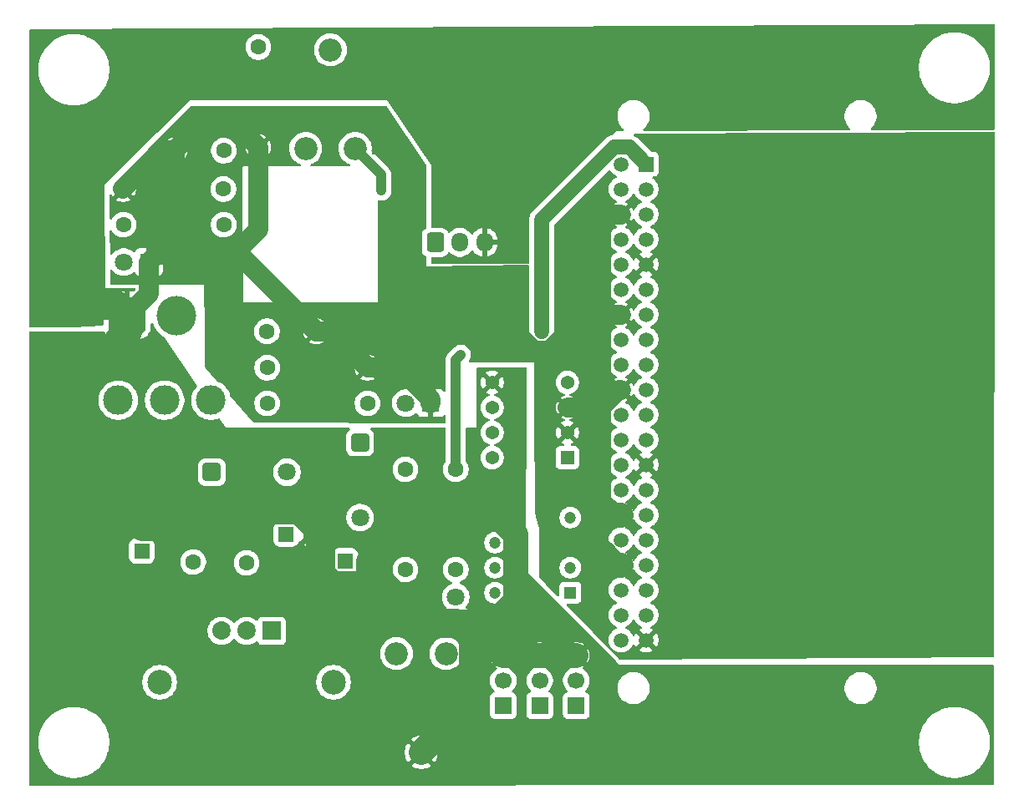
<source format=gbr>
%TF.GenerationSoftware,KiCad,Pcbnew,9.0.4*%
%TF.CreationDate,2025-09-09T23:04:06+09:00*%
%TF.ProjectId,Arm_Main,41726d5f-4d61-4696-9e2e-6b696361645f,rev?*%
%TF.SameCoordinates,Original*%
%TF.FileFunction,Copper,L2,Bot*%
%TF.FilePolarity,Positive*%
%FSLAX46Y46*%
G04 Gerber Fmt 4.6, Leading zero omitted, Abs format (unit mm)*
G04 Created by KiCad (PCBNEW 9.0.4) date 2025-09-09 23:04:06*
%MOMM*%
%LPD*%
G01*
G04 APERTURE LIST*
G04 Aperture macros list*
%AMRoundRect*
0 Rectangle with rounded corners*
0 $1 Rounding radius*
0 $2 $3 $4 $5 $6 $7 $8 $9 X,Y pos of 4 corners*
0 Add a 4 corners polygon primitive as box body*
4,1,4,$2,$3,$4,$5,$6,$7,$8,$9,$2,$3,0*
0 Add four circle primitives for the rounded corners*
1,1,$1+$1,$2,$3*
1,1,$1+$1,$4,$5*
1,1,$1+$1,$6,$7*
1,1,$1+$1,$8,$9*
0 Add four rect primitives between the rounded corners*
20,1,$1+$1,$2,$3,$4,$5,0*
20,1,$1+$1,$4,$5,$6,$7,0*
20,1,$1+$1,$6,$7,$8,$9,0*
20,1,$1+$1,$8,$9,$2,$3,0*%
G04 Aperture macros list end*
%TA.AperFunction,ComponentPad*%
%ADD10R,1.800000X1.800000*%
%TD*%
%TA.AperFunction,ComponentPad*%
%ADD11C,1.800000*%
%TD*%
%TA.AperFunction,ComponentPad*%
%ADD12RoundRect,0.250000X-0.600000X-0.725000X0.600000X-0.725000X0.600000X0.725000X-0.600000X0.725000X0*%
%TD*%
%TA.AperFunction,ComponentPad*%
%ADD13O,1.700000X1.950000*%
%TD*%
%TA.AperFunction,ComponentPad*%
%ADD14C,1.600000*%
%TD*%
%TA.AperFunction,ComponentPad*%
%ADD15C,3.000000*%
%TD*%
%TA.AperFunction,ComponentPad*%
%ADD16RoundRect,0.250000X-0.650000X0.650000X-0.650000X-0.650000X0.650000X-0.650000X0.650000X0.650000X0*%
%TD*%
%TA.AperFunction,ComponentPad*%
%ADD17RoundRect,0.760000X-1.140000X-1.140000X1.140000X-1.140000X1.140000X1.140000X-1.140000X1.140000X0*%
%TD*%
%TA.AperFunction,ComponentPad*%
%ADD18C,4.000000*%
%TD*%
%TA.AperFunction,ComponentPad*%
%ADD19C,2.340000*%
%TD*%
%TA.AperFunction,ComponentPad*%
%ADD20R,1.371600X1.371600*%
%TD*%
%TA.AperFunction,ComponentPad*%
%ADD21C,1.371600*%
%TD*%
%TA.AperFunction,ComponentPad*%
%ADD22R,1.200000X1.200000*%
%TD*%
%TA.AperFunction,ComponentPad*%
%ADD23C,1.200000*%
%TD*%
%TA.AperFunction,ComponentPad*%
%ADD24C,2.500000*%
%TD*%
%TA.AperFunction,ComponentPad*%
%ADD25RoundRect,0.250000X0.550000X-0.550000X0.550000X0.550000X-0.550000X0.550000X-0.550000X-0.550000X0*%
%TD*%
%TA.AperFunction,ComponentPad*%
%ADD26R,1.700000X1.700000*%
%TD*%
%TA.AperFunction,ComponentPad*%
%ADD27C,1.700000*%
%TD*%
%TA.AperFunction,ComponentPad*%
%ADD28RoundRect,0.250000X-0.650000X-0.650000X0.650000X-0.650000X0.650000X0.650000X-0.650000X0.650000X0*%
%TD*%
%TA.AperFunction,ComponentPad*%
%ADD29R,1.860000X1.860000*%
%TD*%
%TA.AperFunction,ComponentPad*%
%ADD30C,1.860000*%
%TD*%
%TA.AperFunction,ComponentPad*%
%ADD31RoundRect,0.250000X-0.550000X-0.550000X0.550000X-0.550000X0.550000X0.550000X-0.550000X0.550000X0*%
%TD*%
%TA.AperFunction,ComponentPad*%
%ADD32R,1.508000X1.508000*%
%TD*%
%TA.AperFunction,ComponentPad*%
%ADD33C,1.508000*%
%TD*%
%TA.AperFunction,ViaPad*%
%ADD34C,0.600000*%
%TD*%
%TA.AperFunction,Conductor*%
%ADD35C,2.000000*%
%TD*%
%TA.AperFunction,Conductor*%
%ADD36C,1.000000*%
%TD*%
%TA.AperFunction,Conductor*%
%ADD37C,2.500000*%
%TD*%
%TA.AperFunction,Conductor*%
%ADD38C,3.000000*%
%TD*%
%TA.AperFunction,Conductor*%
%ADD39C,1.500000*%
%TD*%
G04 APERTURE END LIST*
D10*
%TO.P,D2,1,K*%
%TO.N,GNDA*%
X122500000Y-84400000D03*
D11*
%TO.P,D2,2,A*%
%TO.N,Net-(D2-A)*%
X119960000Y-84400000D03*
%TD*%
D12*
%TO.P,J5,1,Pin_1*%
%TO.N,Batte*%
X151500000Y-82400000D03*
D13*
%TO.P,J5,2,Pin_2*%
%TO.N,Net-(J5-Pin_2)*%
X154000000Y-82400000D03*
%TO.P,J5,3,Pin_3*%
%TO.N,GNDA*%
X156500000Y-82400000D03*
%TD*%
D14*
%TO.P,C1,1*%
%TO.N,Batte*%
X134472000Y-91414000D03*
%TO.P,C1,2*%
%TO.N,GNDA*%
X139472000Y-91414000D03*
%TD*%
D15*
%TO.P,SW1,1,A*%
%TO.N,Batte*%
X128800000Y-98400000D03*
%TO.P,SW1,2,B*%
%TO.N,Net-(J1-Pin_2)*%
X124100000Y-98400000D03*
%TO.P,SW1,3,C*%
%TO.N,unconnected-(SW1-C-Pad3)*%
X119400000Y-98400000D03*
%TD*%
D10*
%TO.P,D5,1,K*%
%TO.N,GNDA*%
X153600000Y-120900000D03*
D11*
%TO.P,D5,2,A*%
%TO.N,Net-(D5-A)*%
X153600000Y-118360000D03*
%TD*%
D16*
%TO.P,D4,1,K*%
%TO.N,+5V_Analog*%
X143900000Y-102690000D03*
D11*
%TO.P,D4,2,A*%
%TO.N,Net-(D4-A)*%
X143900000Y-110310000D03*
%TD*%
D14*
%TO.P,R4,1*%
%TO.N,+5V_Digital*%
X130060000Y-77000000D03*
%TO.P,R4,2*%
%TO.N,GNDA*%
X119900000Y-77000000D03*
%TD*%
D17*
%TO.P,J1,1,Pin_1*%
%TO.N,GNDA*%
X120300000Y-89800000D03*
D18*
%TO.P,J1,2,Pin_2*%
%TO.N,Net-(J1-Pin_2)*%
X125300000Y-89800000D03*
%TD*%
D14*
%TO.P,R5,1*%
%TO.N,+5V_Digital*%
X130080000Y-80600000D03*
%TO.P,R5,2*%
%TO.N,Net-(D2-A)*%
X119920000Y-80600000D03*
%TD*%
%TO.P,C7,1*%
%TO.N,+5V_Analog*%
X132405000Y-114900000D03*
%TO.P,C7,2*%
%TO.N,GNDA*%
X132405000Y-109900000D03*
%TD*%
%TO.P,R6,1*%
%TO.N,Net-(D4-A)*%
X148500000Y-115580000D03*
%TO.P,R6,2*%
%TO.N,+5V_Analog*%
X148500000Y-105420000D03*
%TD*%
%TO.P,C2,1*%
%TO.N,+5V_Digital*%
X130100000Y-73100000D03*
%TO.P,C2,2*%
%TO.N,GNDA*%
X125100000Y-73100000D03*
%TD*%
%TO.P,R1,1*%
%TO.N,Batte*%
X134492000Y-98714000D03*
%TO.P,R1,2*%
%TO.N,Net-(D1-A)*%
X144652000Y-98714000D03*
%TD*%
D10*
%TO.P,D1,1,K*%
%TO.N,GNDA*%
X151070000Y-98700000D03*
D11*
%TO.P,D1,2,A*%
%TO.N,Net-(D1-A)*%
X148530000Y-98700000D03*
%TD*%
D19*
%TO.P,RV2,1,1*%
%TO.N,Net-(D4-A)*%
X147600000Y-124100000D03*
%TO.P,RV2,2,2*%
%TO.N,GNDA*%
X150100000Y-134100000D03*
%TO.P,RV2,3,3*%
%TO.N,unconnected-(RV2-Pad3)*%
X152600000Y-124100000D03*
%TD*%
D14*
%TO.P,R2,1*%
%TO.N,Batte*%
X134492000Y-95114000D03*
%TO.P,R2,2*%
%TO.N,GNDA*%
X144652000Y-95114000D03*
%TD*%
D20*
%TO.P,U2,1,ANODE*%
%TO.N,Net-(U1-GPIO24{slash}GPIO_GEN5)*%
X164900000Y-104220000D03*
D21*
%TO.P,U2,2,CATHODE*%
%TO.N,GNDA*%
X164900000Y-101680000D03*
%TO.P,U2,3,CATHODE*%
X164900000Y-99140000D03*
%TO.P,U2,4,ANODE*%
%TO.N,Net-(U1-GPIO23{slash}GPIO_GEN4)*%
X164900000Y-96600000D03*
%TO.P,U2,5,GND*%
%TO.N,GNDA*%
X157280000Y-96600000D03*
%TO.P,U2,6,VO2*%
%TO.N,Net-(J2-Pin_2)*%
X157280000Y-99140000D03*
%TO.P,U2,7,VO1*%
%TO.N,Net-(J3-Pin_2)*%
X157280000Y-101680000D03*
%TO.P,U2,8,VCC*%
%TO.N,Batte*%
X157280000Y-104220000D03*
%TD*%
D22*
%TO.P,IC1,1,N.C._1*%
%TO.N,unconnected-(IC1-N.C._1-Pad1)*%
X165200000Y-117920000D03*
D23*
%TO.P,IC1,2,ANODE*%
%TO.N,Net-(IC1-ANODE)*%
X165200000Y-115380000D03*
%TO.P,IC1,3,CATHODE*%
%TO.N,GNDA*%
X165200000Y-112840000D03*
%TO.P,IC1,4,N.C._2*%
%TO.N,unconnected-(IC1-N.C._2-Pad4)*%
X165200000Y-110300000D03*
%TO.P,IC1,5,EMITTER*%
%TO.N,GNDA*%
X157580000Y-110300000D03*
%TO.P,IC1,6,COLLECTER*%
%TO.N,Net-(IC1-COLLECTER)*%
X157580000Y-112840000D03*
%TO.P,IC1,7,N.C._3*%
%TO.N,unconnected-(IC1-N.C._3-Pad7)*%
X157580000Y-115380000D03*
%TO.P,IC1,8,VCC*%
%TO.N,Batte*%
X157580000Y-117920000D03*
%TD*%
D24*
%TO.P,HS1,1*%
%TO.N,unconnected-(HS1-Pad1)*%
X141205000Y-127000000D03*
%TO.P,HS1,2*%
%TO.N,unconnected-(HS1-Pad2)*%
X123605000Y-127000000D03*
%TD*%
D25*
%TO.P,C3,1*%
%TO.N,Batte*%
X121800000Y-113705113D03*
D14*
%TO.P,C3,2*%
%TO.N,GNDA*%
X121800000Y-111205113D03*
%TD*%
D26*
%TO.P,J3,1,Pin_1*%
%TO.N,+5V_Analog*%
X162100000Y-129380000D03*
D27*
%TO.P,J3,2,Pin_2*%
%TO.N,Net-(J3-Pin_2)*%
X162100000Y-126840000D03*
%TO.P,J3,3,Pin_3*%
%TO.N,GNDA*%
X162100000Y-124300000D03*
%TD*%
D28*
%TO.P,D3,1,K*%
%TO.N,Batte*%
X128880000Y-105700000D03*
D11*
%TO.P,D3,2,A*%
%TO.N,+5V_Analog*%
X136500000Y-105700000D03*
%TD*%
D19*
%TO.P,RV1,1,1*%
%TO.N,Net-(MD1-TRIM)*%
X143395000Y-72880000D03*
%TO.P,RV1,2,2*%
%TO.N,Net-(R3-Pad1)*%
X140895000Y-62880000D03*
%TO.P,RV1,3,3*%
%TO.N,unconnected-(RV1-Pad3)*%
X138395000Y-72880000D03*
%TD*%
D14*
%TO.P,R7,1*%
%TO.N,+5V_Analog*%
X153600000Y-105420000D03*
%TO.P,R7,2*%
%TO.N,Net-(D5-A)*%
X153600000Y-115580000D03*
%TD*%
D29*
%TO.P,VR1,1,ADJ*%
%TO.N,Net-(D4-A)*%
X134945000Y-121790000D03*
D30*
%TO.P,VR1,2,VOUT*%
%TO.N,+5V_Analog*%
X132405000Y-121790000D03*
%TO.P,VR1,3,VIN*%
%TO.N,Batte*%
X129865000Y-121790000D03*
%TD*%
D14*
%TO.P,R3,1*%
%TO.N,Net-(R3-Pad1)*%
X133600000Y-62600000D03*
%TO.P,R3,2*%
%TO.N,GNDA*%
X133600000Y-72760000D03*
%TD*%
D31*
%TO.P,C6,1*%
%TO.N,+5V_Analog*%
X136400000Y-112000000D03*
D14*
%TO.P,C6,2*%
%TO.N,GNDA*%
X138900000Y-112000000D03*
%TD*%
D26*
%TO.P,J4,1,Pin_1*%
%TO.N,+5V_Analog*%
X158400000Y-129380000D03*
D27*
%TO.P,J4,2,Pin_2*%
%TO.N,Net-(IC1-COLLECTER)*%
X158400000Y-126840000D03*
%TO.P,J4,3,Pin_3*%
%TO.N,GNDA*%
X158400000Y-124300000D03*
%TD*%
D31*
%TO.P,C5,1*%
%TO.N,Net-(D4-A)*%
X142399888Y-114700000D03*
D14*
%TO.P,C5,2*%
%TO.N,GNDA*%
X144899888Y-114700000D03*
%TD*%
D26*
%TO.P,J2,1,Pin_1*%
%TO.N,+5V_Analog*%
X165800000Y-129380000D03*
D27*
%TO.P,J2,2,Pin_2*%
%TO.N,Net-(J2-Pin_2)*%
X165800000Y-126840000D03*
%TO.P,J2,3,Pin_3*%
%TO.N,GNDA*%
X165800000Y-124300000D03*
%TD*%
D14*
%TO.P,C4,1*%
%TO.N,Batte*%
X127000000Y-114800000D03*
%TO.P,C4,2*%
%TO.N,GNDA*%
X127000000Y-109800000D03*
%TD*%
D32*
%TO.P,U1,1,3V3_1*%
%TO.N,Net-(SB1-Vcc)*%
X172870000Y-74470000D03*
D33*
%TO.P,U1,2,5V_2*%
%TO.N,+5V_Digital*%
X170330000Y-74470000D03*
%TO.P,U1,3,GPIO2/SDA1*%
%TO.N,unconnected-(U1-GPIO2{slash}SDA1-Pad3)*%
X172870000Y-77010000D03*
%TO.P,U1,4,5V_4*%
%TO.N,+5V_Digital*%
X170330000Y-77010000D03*
%TO.P,U1,5,GPIO3/SCL*%
%TO.N,unconnected-(U1-GPIO3{slash}SCL-Pad5)*%
X172870000Y-79550000D03*
%TO.P,U1,6,GND_6*%
%TO.N,GNDA*%
X170330000Y-79550000D03*
%TO.P,U1,7,GPIO4/GPIO_GCLK*%
%TO.N,unconnected-(U1-GPIO4{slash}GPIO_GCLK-Pad7)*%
X172870000Y-82090000D03*
%TO.P,U1,8,GPIO14/TXD0*%
%TO.N,unconnected-(U1-GPIO14{slash}TXD0-Pad8)*%
X170330000Y-82090000D03*
%TO.P,U1,9,GND_9*%
%TO.N,GNDA*%
X172870000Y-84630000D03*
%TO.P,U1,10,GPIO15/RXD0*%
%TO.N,unconnected-(U1-GPIO15{slash}RXD0-Pad10)*%
X170330000Y-84630000D03*
%TO.P,U1,11,GPIO17/GPIO_GEN0*%
%TO.N,unconnected-(U1-GPIO17{slash}GPIO_GEN0-Pad11)*%
X172870000Y-87170000D03*
%TO.P,U1,12,GPIO18/GPIO_GEN1*%
%TO.N,Net-(SB1-A1)*%
X170330000Y-87170000D03*
%TO.P,U1,13,GPIO27/GPIO_GEN2*%
%TO.N,Net-(SB1-G')*%
X172870000Y-89710000D03*
%TO.P,U1,14,GND_14*%
%TO.N,GNDA*%
X170330000Y-89710000D03*
%TO.P,U1,15,GPIO22/GPIO_GEN3*%
%TO.N,unconnected-(U1-GPIO22{slash}GPIO_GEN3-Pad15)*%
X172870000Y-92250000D03*
%TO.P,U1,16,GPIO23/GPIO_GEN4*%
%TO.N,Net-(U1-GPIO23{slash}GPIO_GEN4)*%
X170330000Y-92250000D03*
%TO.P,U1,17,3V3_17*%
%TO.N,Net-(SB1-Vcc)*%
X172870000Y-94790000D03*
%TO.P,U1,18,GPIO24/GPIO_GEN5*%
%TO.N,Net-(U1-GPIO24{slash}GPIO_GEN5)*%
X170330000Y-94790000D03*
%TO.P,U1,19,GPIO10/SPI_MOSI*%
%TO.N,unconnected-(U1-GPIO10{slash}SPI_MOSI-Pad19)*%
X172870000Y-97330000D03*
%TO.P,U1,20,GND_20*%
%TO.N,GNDA*%
X170330000Y-97330000D03*
%TO.P,U1,21,GPIO9/SPI_MISO*%
%TO.N,unconnected-(U1-GPIO9{slash}SPI_MISO-Pad21)*%
X172870000Y-99870000D03*
%TO.P,U1,22,GPIO25/GPIO_GEN6*%
%TO.N,Net-(IC1-ANODE)*%
X170330000Y-99870000D03*
%TO.P,U1,23,GPIO11/SPI_SCLK*%
%TO.N,unconnected-(U1-GPIO11{slash}SPI_SCLK-Pad23)*%
X172870000Y-102410000D03*
%TO.P,U1,24,GPIO8/SPI_~{CE0}*%
%TO.N,unconnected-(U1-GPIO8{slash}SPI_~{CE0}-Pad24)*%
X170330000Y-102410000D03*
%TO.P,U1,25,GND_25*%
%TO.N,GNDA*%
X172870000Y-104950000D03*
%TO.P,U1,26,GPIO7/SPI_~{CE1}*%
%TO.N,unconnected-(U1-GPIO7{slash}SPI_~{CE1}-Pad26)*%
X170330000Y-104950000D03*
%TO.P,U1,27,ID_SD*%
%TO.N,unconnected-(U1-ID_SD-Pad27)*%
X172870000Y-107490000D03*
%TO.P,U1,28,ID_SC*%
%TO.N,unconnected-(U1-ID_SC-Pad28)*%
X170330000Y-107490000D03*
%TO.P,U1,29,GPIO5*%
%TO.N,unconnected-(U1-GPIO5-Pad29)*%
X172870000Y-110030000D03*
%TO.P,U1,30,GND_30*%
%TO.N,GNDA*%
X170330000Y-110030000D03*
%TO.P,U1,31,GPIO6*%
%TO.N,unconnected-(U1-GPIO6-Pad31)*%
X172870000Y-112570000D03*
%TO.P,U1,32,GPIO12*%
%TO.N,unconnected-(U1-GPIO12-Pad32)*%
X170330000Y-112570000D03*
%TO.P,U1,33,GPIO13*%
%TO.N,unconnected-(U1-GPIO13-Pad33)*%
X172870000Y-115110000D03*
%TO.P,U1,34,GND_34*%
%TO.N,GNDA*%
X170330000Y-115110000D03*
%TO.P,U1,35,GPIO19*%
%TO.N,unconnected-(U1-GPIO19-Pad35)*%
X172870000Y-117650000D03*
%TO.P,U1,36,GPIO16*%
%TO.N,unconnected-(U1-GPIO16-Pad36)*%
X170330000Y-117650000D03*
%TO.P,U1,37,GPIO26*%
%TO.N,unconnected-(U1-GPIO26-Pad37)*%
X172870000Y-120190000D03*
%TO.P,U1,38,GPIO20*%
%TO.N,unconnected-(U1-GPIO20-Pad38)*%
X170330000Y-120190000D03*
%TO.P,U1,39,GND_39*%
%TO.N,GNDA*%
X172870000Y-122730000D03*
%TO.P,U1,40,GPIO21*%
%TO.N,unconnected-(U1-GPIO21-Pad40)*%
X170330000Y-122730000D03*
%TD*%
D34*
%TO.N,GNDA*%
X190000000Y-105000000D03*
X180000000Y-135000000D03*
X190000000Y-65000000D03*
X205000000Y-80000000D03*
X154200000Y-78800000D03*
X190000000Y-135000000D03*
X124800000Y-86200000D03*
X120000000Y-135000000D03*
X160000000Y-83200000D03*
X180000000Y-126000000D03*
X185000000Y-62000000D03*
X131850000Y-82750000D03*
X207400000Y-123800000D03*
X200000000Y-65000000D03*
X207400000Y-115200000D03*
X167600000Y-78800000D03*
X207000000Y-95000000D03*
X115000000Y-90000000D03*
X195000000Y-130000000D03*
X205000000Y-120000000D03*
X122350000Y-74550000D03*
X195000000Y-137000000D03*
X185000000Y-70000000D03*
X140000000Y-65000000D03*
X200000000Y-95000000D03*
X170000000Y-65000000D03*
X195000000Y-110000000D03*
X111000000Y-125000000D03*
X145000000Y-124000000D03*
X125000000Y-68000000D03*
X138000000Y-122000000D03*
X175000000Y-137000000D03*
X162800000Y-118600000D03*
X119200000Y-86200000D03*
X145000000Y-137000000D03*
X160350000Y-88350000D03*
X163976012Y-91776012D03*
X126400000Y-100200000D03*
X180000000Y-115000000D03*
X171600000Y-96000000D03*
X160000000Y-65000000D03*
X127400000Y-74800000D03*
X130000000Y-65000000D03*
X151000000Y-117000000D03*
X160450000Y-120460000D03*
X132820000Y-112970000D03*
X120000000Y-105000000D03*
X129430000Y-115920000D03*
X190000000Y-75000000D03*
X115000000Y-70000000D03*
X175000000Y-62000000D03*
X121000000Y-71000000D03*
X158000000Y-108000000D03*
X171600000Y-103800000D03*
X156400000Y-93600000D03*
X125000000Y-120000000D03*
X171600000Y-78400000D03*
X131800000Y-91800000D03*
X162800000Y-102200000D03*
X155000000Y-132000000D03*
X115000000Y-110000000D03*
X136740000Y-96770000D03*
X131140000Y-103980000D03*
X151000000Y-127000000D03*
X137400000Y-61240000D03*
X111000000Y-115000000D03*
X165000000Y-70000000D03*
X207000000Y-137000000D03*
X180000000Y-105000000D03*
X185000000Y-130000000D03*
X180000000Y-85000000D03*
X166800000Y-104200000D03*
X131100000Y-83600000D03*
X168620830Y-113979170D03*
X163980000Y-89150000D03*
X144230000Y-96860000D03*
X112000000Y-74000000D03*
X175000000Y-110000000D03*
X160000000Y-73000000D03*
X171600000Y-121600000D03*
X170000000Y-135000000D03*
X134810000Y-104320000D03*
X139000000Y-108000000D03*
X175000000Y-120000000D03*
X140800000Y-73000000D03*
X134600000Y-69400000D03*
X171600000Y-114000000D03*
X138000000Y-115000000D03*
X130770000Y-114180000D03*
X125000000Y-130000000D03*
X207000000Y-126000000D03*
X130000000Y-135000000D03*
X165400000Y-82400000D03*
X190000000Y-95000000D03*
X131610000Y-101580000D03*
X115000000Y-120000000D03*
X131450000Y-111720000D03*
X136670000Y-100190000D03*
X195000000Y-120000000D03*
X170000000Y-126000000D03*
X136860000Y-91200000D03*
X155600000Y-84200000D03*
X171600000Y-86000000D03*
X139800000Y-69400000D03*
X153000000Y-113000000D03*
X171600000Y-83400000D03*
X151000000Y-120961000D03*
X200400000Y-123400000D03*
X151000000Y-110000000D03*
X200000000Y-126000000D03*
X155221000Y-127000000D03*
X207000000Y-61000000D03*
X171600000Y-80600000D03*
X207200000Y-105200000D03*
X135000000Y-116000000D03*
X150000000Y-65000000D03*
X132910000Y-107030000D03*
X142000000Y-120000000D03*
X143000000Y-108000000D03*
X162800000Y-77000000D03*
X120000000Y-115000000D03*
X195000000Y-100000000D03*
X115000000Y-80000000D03*
X127000000Y-69000000D03*
X160000000Y-135000000D03*
X145000000Y-105000000D03*
X127600000Y-82800000D03*
X185000000Y-110000000D03*
X119400000Y-78800000D03*
X148000000Y-109000000D03*
X168400000Y-122000000D03*
X115000000Y-129000000D03*
X155000000Y-70000000D03*
X151600000Y-77000000D03*
X168295212Y-85400000D03*
X153000000Y-107000000D03*
X200000000Y-85000000D03*
X180000000Y-75000000D03*
X205000000Y-100000000D03*
X190000000Y-123600000D03*
X134590000Y-111380000D03*
X140000000Y-135000000D03*
X166200000Y-88500000D03*
X138633029Y-110366971D03*
X167800000Y-118600000D03*
X159600000Y-99200000D03*
X200000000Y-75000000D03*
X125000000Y-62000000D03*
X126400000Y-107000000D03*
X190000000Y-115000000D03*
X190000000Y-126000000D03*
X111000000Y-105000000D03*
X158820277Y-111179723D03*
X125100000Y-78850000D03*
X160200000Y-96000000D03*
X175000000Y-70000000D03*
X175000000Y-130000000D03*
X125000000Y-111205113D03*
X171600000Y-98400000D03*
X171800000Y-106200000D03*
X185000000Y-100000000D03*
X185000000Y-90000000D03*
X165000000Y-107000000D03*
X205000000Y-70000000D03*
X185000000Y-137000000D03*
X151000000Y-73000000D03*
X136640000Y-101740000D03*
X171600000Y-88400000D03*
X200000000Y-135000000D03*
X140060000Y-103790000D03*
X130740000Y-119310000D03*
X160000000Y-78800000D03*
X111000000Y-62000000D03*
X171800000Y-116600000D03*
X132200000Y-74200000D03*
X157600000Y-80800000D03*
X171800000Y-108800000D03*
X143920000Y-100310000D03*
X180000000Y-123400000D03*
X148600000Y-73200000D03*
X155000000Y-62000000D03*
X162600000Y-97000000D03*
X185000000Y-80000000D03*
X165000000Y-62000000D03*
X152310000Y-100530000D03*
X146200000Y-69600000D03*
X197000000Y-70000000D03*
X180000000Y-95000000D03*
X141930000Y-101610000D03*
X200000000Y-115000000D03*
X195000000Y-80000000D03*
X185000000Y-120000000D03*
X112000000Y-85000000D03*
X144980000Y-91390000D03*
X120000000Y-125000000D03*
X166800000Y-92400000D03*
X135000000Y-130000000D03*
X155000000Y-137000000D03*
X206800000Y-85000000D03*
X207000000Y-130000000D03*
X146000000Y-120000000D03*
X180000000Y-65000000D03*
X157400000Y-77200000D03*
X175000000Y-100000000D03*
X195000000Y-90000000D03*
X135000000Y-137000000D03*
X120000000Y-65000000D03*
X145400000Y-73200000D03*
X147000000Y-114000000D03*
X159000000Y-106000000D03*
X206400000Y-75000000D03*
X136000000Y-67000000D03*
X136000000Y-73600000D03*
X165000000Y-137000000D03*
X142749000Y-93211000D03*
X120000000Y-95000000D03*
X129600000Y-70300000D03*
X148160631Y-95359369D03*
X200000000Y-105000000D03*
X205000000Y-90000000D03*
X128800000Y-94000000D03*
X155221000Y-123000000D03*
X158020000Y-85270000D03*
X123000000Y-93000000D03*
X171800000Y-111400000D03*
X125000000Y-137000000D03*
X171600000Y-124000000D03*
X160200000Y-85600000D03*
X156200000Y-89400000D03*
X111000000Y-137000000D03*
X167000000Y-110000000D03*
X168917606Y-98517606D03*
X205000000Y-110000000D03*
X146000000Y-112000000D03*
X115000000Y-100000000D03*
X195000000Y-62000000D03*
X190000000Y-85000000D03*
X145000000Y-130000000D03*
X111000000Y-92000000D03*
%TO.N,Net-(MD1-TRIM)*%
X146050000Y-77150000D03*
%TO.N,Net-(SB1-Vcc)*%
X162300000Y-91400000D03*
%TO.N,+5V_Analog*%
X154100000Y-93800000D03*
%TD*%
D35*
%TO.N,GNDA*%
X125100000Y-81800000D02*
X122500000Y-84400000D01*
X123800000Y-73100000D02*
X122350000Y-74550000D01*
D36*
X160350000Y-88350000D02*
X160350000Y-91502024D01*
D37*
X169263683Y-110030000D02*
X170330000Y-110030000D01*
D38*
X139898888Y-111632830D02*
X139898888Y-116065058D01*
X119220000Y-88720000D02*
X117400000Y-88720000D01*
D37*
X157500553Y-120900000D02*
X155000000Y-120900000D01*
D38*
X119220000Y-88720000D02*
X120300000Y-89800000D01*
D35*
X125100000Y-73100000D02*
X125100000Y-78850000D01*
X170105212Y-97330000D02*
X170330000Y-97330000D01*
X168295212Y-85400000D02*
X168295212Y-90604788D01*
X168295212Y-99140000D02*
X168917606Y-98517606D01*
X168295212Y-80518471D02*
X168295212Y-85400000D01*
X147915263Y-95114000D02*
X144652000Y-95114000D01*
X133600000Y-72760000D02*
X131140000Y-70300000D01*
D36*
X166200000Y-89552024D02*
X166200000Y-88500000D01*
D35*
X168917606Y-98517606D02*
X170105212Y-97330000D01*
X140952000Y-91414000D02*
X142749000Y-93211000D01*
X125100000Y-78850000D02*
X125100000Y-81800000D01*
D38*
X144899888Y-114700000D02*
X144899888Y-115831370D01*
D35*
X133600000Y-72760000D02*
X133600000Y-81100000D01*
X139472000Y-91414000D02*
X140952000Y-91414000D01*
D37*
X167481659Y-112840000D02*
X168620830Y-113979170D01*
D38*
X144899888Y-116399112D02*
X144899888Y-114700000D01*
D35*
X122500000Y-84400000D02*
X122500000Y-87600000D01*
X125100000Y-73100000D02*
X123800000Y-73100000D01*
D36*
X162901024Y-92851000D02*
X163976012Y-91776012D01*
D38*
X125594887Y-111205113D02*
X127000000Y-109800000D01*
D35*
X122500000Y-87600000D02*
X120300000Y-89800000D01*
D38*
X125000000Y-111205113D02*
X125594887Y-111205113D01*
D35*
X129600000Y-70300000D02*
X127900000Y-70300000D01*
X127900000Y-70300000D02*
X125100000Y-73100000D01*
D38*
X137765058Y-109499000D02*
X138633029Y-110366971D01*
X139898888Y-116065058D02*
X141034830Y-117201000D01*
X121800000Y-111205113D02*
X125000000Y-111205113D01*
D37*
X153600000Y-120900000D02*
X155221000Y-122521000D01*
D35*
X131658000Y-83600000D02*
X139472000Y-91414000D01*
D38*
X141034830Y-117201000D02*
X144098000Y-117201000D01*
D37*
X165800000Y-124300000D02*
X158400000Y-124300000D01*
D36*
X160350000Y-91502024D02*
X161698976Y-92851000D01*
D37*
X169751659Y-115110000D02*
X170330000Y-115110000D01*
X155221000Y-122521000D02*
X155221000Y-123000000D01*
X167481659Y-112840000D02*
X167481659Y-111812024D01*
X155221000Y-127000000D02*
X155221000Y-128979000D01*
D36*
X163976012Y-91776012D02*
X166200000Y-89552024D01*
D35*
X164900000Y-99140000D02*
X168295212Y-99140000D01*
D38*
X127000000Y-109800000D02*
X130700000Y-109800000D01*
D37*
X167481659Y-111812024D02*
X169263683Y-110030000D01*
X155221000Y-128979000D02*
X150100000Y-134100000D01*
D35*
X168295212Y-99140000D02*
X168295212Y-90604788D01*
D37*
X153600000Y-120900000D02*
X155000000Y-120900000D01*
D35*
X169190000Y-89710000D02*
X170330000Y-89710000D01*
D37*
X155000000Y-120900000D02*
X158400000Y-124300000D01*
D35*
X151070000Y-98268737D02*
X148160631Y-95359369D01*
D37*
X158820277Y-111179723D02*
X159631000Y-111990447D01*
X165200000Y-112840000D02*
X167481659Y-112840000D01*
D35*
X168295212Y-90604788D02*
X169190000Y-89710000D01*
X142749000Y-93211000D02*
X144652000Y-95114000D01*
X151070000Y-98700000D02*
X151070000Y-98268737D01*
D37*
X168620830Y-113979170D02*
X169751659Y-115110000D01*
D38*
X138633029Y-110366971D02*
X139898888Y-111632830D01*
D35*
X169263683Y-79550000D02*
X168295212Y-80518471D01*
X133600000Y-81100000D02*
X131100000Y-83600000D01*
X131100000Y-83600000D02*
X131658000Y-83600000D01*
X122350000Y-74550000D02*
X119900000Y-77000000D01*
X131140000Y-70300000D02*
X129600000Y-70300000D01*
X168295212Y-109061529D02*
X169263683Y-110030000D01*
D38*
X144899888Y-115831370D02*
X150029518Y-120961000D01*
X120300000Y-91480000D02*
X118840000Y-92940000D01*
X131001000Y-109499000D02*
X137765058Y-109499000D01*
X151000000Y-120961000D02*
X153600000Y-120961000D01*
D35*
X170330000Y-79550000D02*
X169263683Y-79550000D01*
D37*
X159631000Y-111990447D02*
X159631000Y-118769553D01*
D35*
X148160631Y-95359369D02*
X147915263Y-95114000D01*
D37*
X157940553Y-110300000D02*
X158820277Y-111179723D01*
X159631000Y-118769553D02*
X157500553Y-120900000D01*
D38*
X150029518Y-120961000D02*
X151000000Y-120961000D01*
X130700000Y-109800000D02*
X132305000Y-109800000D01*
D36*
X161698976Y-92851000D02*
X162901024Y-92851000D01*
D37*
X157580000Y-110300000D02*
X157940553Y-110300000D01*
D38*
X132305000Y-109800000D02*
X132405000Y-109900000D01*
D35*
X168295212Y-99140000D02*
X168295212Y-109061529D01*
D37*
X155221000Y-123000000D02*
X155221000Y-127000000D01*
D38*
X120300000Y-91480000D02*
X120300000Y-89800000D01*
X130700000Y-109800000D02*
X131001000Y-109499000D01*
X144098000Y-117201000D02*
X144899888Y-116399112D01*
D36*
%TO.N,Net-(MD1-TRIM)*%
X146050000Y-75535000D02*
X143395000Y-72880000D01*
X146050000Y-77150000D02*
X146050000Y-75535000D01*
D39*
%TO.N,Net-(SB1-Vcc)*%
X162300000Y-80088765D02*
X169623765Y-72765000D01*
X171165000Y-72765000D02*
X172870000Y-74470000D01*
X162300000Y-91400000D02*
X162300000Y-80088765D01*
X169623765Y-72765000D02*
X171165000Y-72765000D01*
D36*
%TO.N,+5V_Analog*%
X153600000Y-94300000D02*
X153600000Y-105420000D01*
X154100000Y-93800000D02*
X153600000Y-94300000D01*
%TD*%
%TA.AperFunction,Conductor*%
%TO.N,GNDA*%
G36*
X146600676Y-68619685D02*
G01*
X146636811Y-68655217D01*
X150579174Y-74568761D01*
X150599982Y-74635460D01*
X150600000Y-74637544D01*
X150600000Y-80909053D01*
X150580315Y-80976092D01*
X150541097Y-81014592D01*
X150431342Y-81082289D01*
X150307289Y-81206342D01*
X150215187Y-81355663D01*
X150215186Y-81355666D01*
X150160001Y-81522203D01*
X150160001Y-81522204D01*
X150160000Y-81522204D01*
X150149500Y-81624983D01*
X150149500Y-83175001D01*
X150149501Y-83175018D01*
X150160000Y-83277796D01*
X150160001Y-83277799D01*
X150206565Y-83418319D01*
X150215186Y-83444334D01*
X150307288Y-83593656D01*
X150431344Y-83717712D01*
X150526747Y-83776557D01*
X150541096Y-83785407D01*
X150587821Y-83837355D01*
X150600000Y-83890946D01*
X150600000Y-84799999D01*
X150600000Y-84800000D01*
X160924362Y-84705281D01*
X160991580Y-84724350D01*
X161037817Y-84776732D01*
X161049500Y-84829276D01*
X161049500Y-91498422D01*
X161080290Y-91692826D01*
X161141117Y-91880029D01*
X161230476Y-92055405D01*
X161346172Y-92214646D01*
X161485354Y-92353828D01*
X161644595Y-92469524D01*
X161691600Y-92493474D01*
X161819970Y-92558882D01*
X161819972Y-92558882D01*
X161819975Y-92558884D01*
X161920317Y-92591487D01*
X162007173Y-92619709D01*
X162201578Y-92650500D01*
X162201583Y-92650500D01*
X162398422Y-92650500D01*
X162592826Y-92619709D01*
X162595762Y-92618755D01*
X162780025Y-92558884D01*
X162955405Y-92469524D01*
X163114646Y-92353828D01*
X163253828Y-92214646D01*
X163369524Y-92055405D01*
X163458884Y-91880025D01*
X163519709Y-91692826D01*
X163523734Y-91667416D01*
X163550500Y-91498422D01*
X163550500Y-80658101D01*
X163570185Y-80591062D01*
X163586819Y-80570420D01*
X164798484Y-79358755D01*
X166911633Y-77245606D01*
X169059646Y-75097592D01*
X169120967Y-75064109D01*
X169190659Y-75069093D01*
X169246592Y-75110965D01*
X169254360Y-75123441D01*
X169254511Y-75123349D01*
X169257055Y-75127500D01*
X169373115Y-75287246D01*
X169512753Y-75426884D01*
X169624171Y-75507832D01*
X169672499Y-75542944D01*
X169842404Y-75629516D01*
X169893199Y-75677490D01*
X169909994Y-75745311D01*
X169887456Y-75811446D01*
X169842404Y-75850483D01*
X169686936Y-75929700D01*
X169672495Y-75937058D01*
X169512753Y-76053115D01*
X169373115Y-76192753D01*
X169257058Y-76352495D01*
X169167408Y-76528441D01*
X169106389Y-76716236D01*
X169075500Y-76911263D01*
X169075500Y-77108736D01*
X169106389Y-77303763D01*
X169128802Y-77372741D01*
X169167409Y-77491561D01*
X169245464Y-77644750D01*
X169257058Y-77667504D01*
X169373115Y-77827246D01*
X169512753Y-77966884D01*
X169672494Y-78082941D01*
X169672496Y-78082942D01*
X169672499Y-78082944D01*
X169842956Y-78169797D01*
X169893749Y-78217768D01*
X169910544Y-78285589D01*
X169888007Y-78351724D01*
X169842954Y-78390763D01*
X169672767Y-78477479D01*
X169672760Y-78477483D01*
X169637010Y-78503456D01*
X169637010Y-78503457D01*
X170200591Y-79067037D01*
X170137007Y-79084075D01*
X170022993Y-79149901D01*
X169929901Y-79242993D01*
X169864075Y-79357007D01*
X169847037Y-79420590D01*
X169283457Y-78857010D01*
X169283456Y-78857010D01*
X169257483Y-78892760D01*
X169257482Y-78892762D01*
X169167873Y-79068626D01*
X169106876Y-79256353D01*
X169076000Y-79451302D01*
X169076000Y-79648697D01*
X169106876Y-79843646D01*
X169167873Y-80031373D01*
X169257483Y-80207239D01*
X169283457Y-80242988D01*
X169283457Y-80242989D01*
X169847037Y-79679409D01*
X169864075Y-79742993D01*
X169929901Y-79857007D01*
X170022993Y-79950099D01*
X170137007Y-80015925D01*
X170200590Y-80032962D01*
X169637009Y-80596541D01*
X169637010Y-80596542D01*
X169672755Y-80622512D01*
X169672768Y-80622520D01*
X169842953Y-80709235D01*
X169893749Y-80757210D01*
X169910544Y-80825031D01*
X169888006Y-80891166D01*
X169842954Y-80930203D01*
X169725234Y-80990186D01*
X169672495Y-81017058D01*
X169512753Y-81133115D01*
X169373115Y-81272753D01*
X169257058Y-81432495D01*
X169167408Y-81608441D01*
X169106389Y-81796236D01*
X169075500Y-81991263D01*
X169075500Y-82188736D01*
X169106389Y-82383763D01*
X169147408Y-82510005D01*
X169167409Y-82571561D01*
X169257056Y-82747501D01*
X169257058Y-82747504D01*
X169373115Y-82907246D01*
X169512753Y-83046884D01*
X169644785Y-83142809D01*
X169672499Y-83162944D01*
X169842404Y-83249516D01*
X169893199Y-83297490D01*
X169909994Y-83365311D01*
X169887456Y-83431446D01*
X169842404Y-83470483D01*
X169685321Y-83550522D01*
X169672495Y-83557058D01*
X169512753Y-83673115D01*
X169373115Y-83812753D01*
X169257058Y-83972495D01*
X169167408Y-84148441D01*
X169106389Y-84336236D01*
X169075500Y-84531263D01*
X169075500Y-84728736D01*
X169106389Y-84923763D01*
X169167348Y-85111373D01*
X169167409Y-85111561D01*
X169256921Y-85287236D01*
X169257058Y-85287504D01*
X169373115Y-85447246D01*
X169512753Y-85586884D01*
X169636158Y-85676541D01*
X169672499Y-85702944D01*
X169842404Y-85789516D01*
X169893199Y-85837490D01*
X169909994Y-85905311D01*
X169887456Y-85971446D01*
X169842404Y-86010483D01*
X169685321Y-86090522D01*
X169672495Y-86097058D01*
X169512753Y-86213115D01*
X169373115Y-86352753D01*
X169257058Y-86512495D01*
X169167408Y-86688441D01*
X169106389Y-86876236D01*
X169075500Y-87071263D01*
X169075500Y-87268736D01*
X169106389Y-87463763D01*
X169147408Y-87590005D01*
X169167409Y-87651561D01*
X169221377Y-87757477D01*
X169257058Y-87827504D01*
X169373115Y-87987246D01*
X169512753Y-88126884D01*
X169672494Y-88242941D01*
X169672496Y-88242942D01*
X169672499Y-88242944D01*
X169842956Y-88329797D01*
X169893749Y-88377768D01*
X169910544Y-88445589D01*
X169888007Y-88511724D01*
X169842954Y-88550763D01*
X169672767Y-88637479D01*
X169672760Y-88637483D01*
X169637010Y-88663456D01*
X169637010Y-88663457D01*
X170200591Y-89227037D01*
X170137007Y-89244075D01*
X170022993Y-89309901D01*
X169929901Y-89402993D01*
X169864075Y-89517007D01*
X169847037Y-89580590D01*
X169283457Y-89017010D01*
X169283456Y-89017010D01*
X169257483Y-89052760D01*
X169257482Y-89052762D01*
X169167873Y-89228626D01*
X169106876Y-89416353D01*
X169076000Y-89611302D01*
X169076000Y-89808697D01*
X169106876Y-90003646D01*
X169167873Y-90191373D01*
X169257483Y-90367239D01*
X169283457Y-90402988D01*
X169283457Y-90402989D01*
X169847037Y-89839409D01*
X169864075Y-89902993D01*
X169929901Y-90017007D01*
X170022993Y-90110099D01*
X170137007Y-90175925D01*
X170200590Y-90192962D01*
X169637009Y-90756541D01*
X169637010Y-90756542D01*
X169672755Y-90782512D01*
X169672768Y-90782520D01*
X169842953Y-90869235D01*
X169893749Y-90917210D01*
X169910544Y-90985031D01*
X169888006Y-91051166D01*
X169842954Y-91090203D01*
X169689499Y-91168394D01*
X169672495Y-91177058D01*
X169512753Y-91293115D01*
X169373115Y-91432753D01*
X169257058Y-91592495D01*
X169167408Y-91768441D01*
X169106389Y-91956236D01*
X169075500Y-92151263D01*
X169075500Y-92348736D01*
X169106389Y-92543763D01*
X169167408Y-92731558D01*
X169167409Y-92731561D01*
X169257056Y-92907501D01*
X169257058Y-92907504D01*
X169373115Y-93067246D01*
X169512753Y-93206884D01*
X169662234Y-93315486D01*
X169672499Y-93322944D01*
X169842404Y-93409516D01*
X169893199Y-93457490D01*
X169909994Y-93525311D01*
X169887456Y-93591446D01*
X169842404Y-93630483D01*
X169703117Y-93701455D01*
X169672495Y-93717058D01*
X169512753Y-93833115D01*
X169373115Y-93972753D01*
X169257058Y-94132495D01*
X169167408Y-94308441D01*
X169106389Y-94496236D01*
X169075500Y-94691263D01*
X169075500Y-94888736D01*
X169106389Y-95083763D01*
X169152865Y-95226800D01*
X169167409Y-95271561D01*
X169257056Y-95447501D01*
X169257058Y-95447504D01*
X169373115Y-95607246D01*
X169512753Y-95746884D01*
X169672494Y-95862941D01*
X169672496Y-95862942D01*
X169672499Y-95862944D01*
X169842956Y-95949797D01*
X169893749Y-95997768D01*
X169910544Y-96065589D01*
X169888007Y-96131724D01*
X169842954Y-96170763D01*
X169672767Y-96257479D01*
X169672760Y-96257483D01*
X169637010Y-96283456D01*
X169637010Y-96283457D01*
X170200591Y-96847037D01*
X170137007Y-96864075D01*
X170022993Y-96929901D01*
X169929901Y-97022993D01*
X169864075Y-97137007D01*
X169847037Y-97200590D01*
X169283457Y-96637010D01*
X169283456Y-96637010D01*
X169257483Y-96672760D01*
X169257482Y-96672762D01*
X169167873Y-96848626D01*
X169106876Y-97036353D01*
X169076000Y-97231302D01*
X169076000Y-97428697D01*
X169106876Y-97623646D01*
X169167873Y-97811373D01*
X169257483Y-97987239D01*
X169283457Y-98022988D01*
X169283457Y-98022989D01*
X169847037Y-97459409D01*
X169864075Y-97522993D01*
X169929901Y-97637007D01*
X170022993Y-97730099D01*
X170137007Y-97795925D01*
X170200590Y-97812962D01*
X169637009Y-98376541D01*
X169637010Y-98376542D01*
X169672755Y-98402512D01*
X169672768Y-98402520D01*
X169842953Y-98489235D01*
X169893749Y-98537210D01*
X169910544Y-98605031D01*
X169888006Y-98671166D01*
X169842954Y-98710203D01*
X169693322Y-98786446D01*
X169672495Y-98797058D01*
X169512753Y-98913115D01*
X169373115Y-99052753D01*
X169257058Y-99212495D01*
X169167408Y-99388441D01*
X169106389Y-99576236D01*
X169075500Y-99771263D01*
X169075500Y-99968736D01*
X169106389Y-100163763D01*
X169158298Y-100323521D01*
X169167409Y-100351561D01*
X169257056Y-100527501D01*
X169257058Y-100527504D01*
X169373115Y-100687246D01*
X169512753Y-100826884D01*
X169662234Y-100935486D01*
X169672499Y-100942944D01*
X169842404Y-101029516D01*
X169893199Y-101077490D01*
X169909994Y-101145311D01*
X169887456Y-101211446D01*
X169842404Y-101250483D01*
X169789136Y-101277626D01*
X169672495Y-101337058D01*
X169512753Y-101453115D01*
X169373115Y-101592753D01*
X169257058Y-101752495D01*
X169167408Y-101928441D01*
X169106389Y-102116236D01*
X169075500Y-102311263D01*
X169075500Y-102508736D01*
X169106389Y-102703763D01*
X169149710Y-102837089D01*
X169167409Y-102891561D01*
X169257056Y-103067501D01*
X169257058Y-103067504D01*
X169373115Y-103227246D01*
X169512753Y-103366884D01*
X169662234Y-103475486D01*
X169672499Y-103482944D01*
X169842404Y-103569516D01*
X169893199Y-103617490D01*
X169909994Y-103685311D01*
X169887456Y-103751446D01*
X169842404Y-103790483D01*
X169685321Y-103870522D01*
X169672495Y-103877058D01*
X169512753Y-103993115D01*
X169373115Y-104132753D01*
X169257058Y-104292495D01*
X169167408Y-104468441D01*
X169106389Y-104656236D01*
X169075500Y-104851263D01*
X169075500Y-105048736D01*
X169106389Y-105243763D01*
X169167348Y-105431373D01*
X169167409Y-105431561D01*
X169213670Y-105522352D01*
X169257058Y-105607504D01*
X169373115Y-105767246D01*
X169512753Y-105906884D01*
X169636158Y-105996541D01*
X169672499Y-106022944D01*
X169842404Y-106109516D01*
X169893199Y-106157490D01*
X169909994Y-106225311D01*
X169887456Y-106291446D01*
X169842404Y-106330483D01*
X169705957Y-106400008D01*
X169672495Y-106417058D01*
X169512753Y-106533115D01*
X169373115Y-106672753D01*
X169257058Y-106832495D01*
X169167408Y-107008441D01*
X169106389Y-107196236D01*
X169075500Y-107391263D01*
X169075500Y-107588736D01*
X169106389Y-107783763D01*
X169147408Y-107910005D01*
X169167409Y-107971561D01*
X169257056Y-108147501D01*
X169257058Y-108147504D01*
X169373115Y-108307246D01*
X169512753Y-108446884D01*
X169672494Y-108562941D01*
X169672496Y-108562942D01*
X169672499Y-108562944D01*
X169842956Y-108649797D01*
X169893749Y-108697768D01*
X169910544Y-108765589D01*
X169888007Y-108831724D01*
X169842954Y-108870763D01*
X169672767Y-108957479D01*
X169672760Y-108957483D01*
X169637010Y-108983456D01*
X169637010Y-108983457D01*
X170200591Y-109547037D01*
X170137007Y-109564075D01*
X170022993Y-109629901D01*
X169929901Y-109722993D01*
X169864075Y-109837007D01*
X169847037Y-109900590D01*
X169283457Y-109337010D01*
X169283456Y-109337010D01*
X169257483Y-109372760D01*
X169257482Y-109372762D01*
X169167873Y-109548626D01*
X169106876Y-109736353D01*
X169076000Y-109931302D01*
X169076000Y-110128697D01*
X169106876Y-110323646D01*
X169167873Y-110511373D01*
X169257483Y-110687239D01*
X169283457Y-110722988D01*
X169283457Y-110722989D01*
X169847037Y-110159409D01*
X169864075Y-110222993D01*
X169929901Y-110337007D01*
X170022993Y-110430099D01*
X170137007Y-110495925D01*
X170200590Y-110512962D01*
X169637009Y-111076541D01*
X169637010Y-111076542D01*
X169672755Y-111102512D01*
X169672768Y-111102520D01*
X169842953Y-111189235D01*
X169893749Y-111237210D01*
X169910544Y-111305031D01*
X169888006Y-111371166D01*
X169842954Y-111410203D01*
X169681189Y-111492627D01*
X169672495Y-111497058D01*
X169512753Y-111613115D01*
X169373115Y-111752753D01*
X169257058Y-111912495D01*
X169167408Y-112088441D01*
X169106389Y-112276236D01*
X169075500Y-112471263D01*
X169075500Y-112668736D01*
X169106389Y-112863763D01*
X169167408Y-113051558D01*
X169167409Y-113051561D01*
X169257056Y-113227501D01*
X169257058Y-113227504D01*
X169373115Y-113387246D01*
X169512753Y-113526884D01*
X169672494Y-113642941D01*
X169672496Y-113642942D01*
X169672499Y-113642944D01*
X169842956Y-113729797D01*
X169893749Y-113777768D01*
X169910544Y-113845589D01*
X169888007Y-113911724D01*
X169842954Y-113950763D01*
X169672767Y-114037479D01*
X169672760Y-114037483D01*
X169637010Y-114063456D01*
X169637010Y-114063457D01*
X170200591Y-114627037D01*
X170137007Y-114644075D01*
X170022993Y-114709901D01*
X169929901Y-114802993D01*
X169864075Y-114917007D01*
X169847037Y-114980590D01*
X169283457Y-114417010D01*
X169283456Y-114417010D01*
X169257483Y-114452760D01*
X169257482Y-114452762D01*
X169167873Y-114628626D01*
X169106876Y-114816353D01*
X169076000Y-115011302D01*
X169076000Y-115208697D01*
X169106876Y-115403646D01*
X169167873Y-115591373D01*
X169257483Y-115767239D01*
X169283457Y-115802988D01*
X169283457Y-115802989D01*
X169847037Y-115239409D01*
X169864075Y-115302993D01*
X169929901Y-115417007D01*
X170022993Y-115510099D01*
X170137007Y-115575925D01*
X170200590Y-115592962D01*
X169637009Y-116156541D01*
X169637010Y-116156542D01*
X169672755Y-116182512D01*
X169672768Y-116182520D01*
X169842953Y-116269235D01*
X169893749Y-116317210D01*
X169910544Y-116385031D01*
X169888006Y-116451166D01*
X169842954Y-116490203D01*
X169682489Y-116571966D01*
X169672495Y-116577058D01*
X169512753Y-116693115D01*
X169373115Y-116832753D01*
X169257058Y-116992495D01*
X169167408Y-117168441D01*
X169106389Y-117356236D01*
X169075500Y-117551263D01*
X169075500Y-117748736D01*
X169106389Y-117943763D01*
X169147408Y-118070005D01*
X169167409Y-118131561D01*
X169244481Y-118282821D01*
X169257058Y-118307504D01*
X169373115Y-118467246D01*
X169512753Y-118606884D01*
X169662234Y-118715486D01*
X169672499Y-118722944D01*
X169842404Y-118809516D01*
X169893199Y-118857490D01*
X169909994Y-118925311D01*
X169887456Y-118991446D01*
X169842404Y-119030483D01*
X169717705Y-119094022D01*
X169672495Y-119117058D01*
X169512753Y-119233115D01*
X169373115Y-119372753D01*
X169257058Y-119532495D01*
X169167408Y-119708441D01*
X169106389Y-119896236D01*
X169075500Y-120091263D01*
X169075500Y-120288736D01*
X169106389Y-120483763D01*
X169152865Y-120626800D01*
X169167409Y-120671561D01*
X169257056Y-120847501D01*
X169257058Y-120847504D01*
X169373115Y-121007246D01*
X169512753Y-121146884D01*
X169642129Y-121240879D01*
X169672499Y-121262944D01*
X169842404Y-121349516D01*
X169893199Y-121397490D01*
X169909994Y-121465311D01*
X169887456Y-121531446D01*
X169842404Y-121570483D01*
X169685321Y-121650522D01*
X169672495Y-121657058D01*
X169512753Y-121773115D01*
X169373115Y-121912753D01*
X169257058Y-122072495D01*
X169167408Y-122248441D01*
X169106389Y-122436236D01*
X169075500Y-122631263D01*
X169075500Y-122828736D01*
X169106389Y-123023763D01*
X169167348Y-123211373D01*
X169167409Y-123211561D01*
X169256921Y-123387236D01*
X169257058Y-123387504D01*
X169373115Y-123547246D01*
X169512753Y-123686884D01*
X169636158Y-123776541D01*
X169672499Y-123802944D01*
X169848439Y-123892591D01*
X169973637Y-123933270D01*
X170036236Y-123953610D01*
X170231264Y-123984500D01*
X170231269Y-123984500D01*
X170428736Y-123984500D01*
X170623763Y-123953610D01*
X170625262Y-123953123D01*
X170811561Y-123892591D01*
X170987501Y-123802944D01*
X171077192Y-123737779D01*
X171147246Y-123686884D01*
X171147248Y-123686881D01*
X171147252Y-123686879D01*
X171286879Y-123547252D01*
X171286881Y-123547248D01*
X171286884Y-123547246D01*
X171402943Y-123387502D01*
X171403079Y-123387236D01*
X171489797Y-123217043D01*
X171537768Y-123166250D01*
X171605589Y-123149455D01*
X171671724Y-123171992D01*
X171710763Y-123217045D01*
X171797481Y-123387236D01*
X171823457Y-123422988D01*
X171823457Y-123422989D01*
X172387037Y-122859409D01*
X172404075Y-122922993D01*
X172469901Y-123037007D01*
X172562993Y-123130099D01*
X172677007Y-123195925D01*
X172740590Y-123212962D01*
X172177009Y-123776541D01*
X172177010Y-123776542D01*
X172212755Y-123802512D01*
X172212768Y-123802520D01*
X172388626Y-123892126D01*
X172576353Y-123953123D01*
X172771303Y-123984000D01*
X172968697Y-123984000D01*
X173163646Y-123953123D01*
X173351373Y-123892126D01*
X173527241Y-123802516D01*
X173562988Y-123776543D01*
X173562988Y-123776541D01*
X172999410Y-123212962D01*
X173062993Y-123195925D01*
X173177007Y-123130099D01*
X173270099Y-123037007D01*
X173335925Y-122922993D01*
X173352962Y-122859409D01*
X173916541Y-123422988D01*
X173916543Y-123422988D01*
X173942516Y-123387241D01*
X174032126Y-123211373D01*
X174093123Y-123023646D01*
X174124000Y-122828697D01*
X174124000Y-122631302D01*
X174093123Y-122436353D01*
X174032126Y-122248626D01*
X173942520Y-122072768D01*
X173942512Y-122072755D01*
X173916542Y-122037010D01*
X173916541Y-122037009D01*
X173352962Y-122600589D01*
X173335925Y-122537007D01*
X173270099Y-122422993D01*
X173177007Y-122329901D01*
X173062993Y-122264075D01*
X172999409Y-122247037D01*
X173562989Y-121683457D01*
X173527236Y-121657481D01*
X173357045Y-121570763D01*
X173306250Y-121522789D01*
X173289455Y-121454968D01*
X173311993Y-121388833D01*
X173357042Y-121349798D01*
X173527501Y-121262944D01*
X173575283Y-121228228D01*
X173687246Y-121146884D01*
X173687248Y-121146881D01*
X173687252Y-121146879D01*
X173826879Y-121007252D01*
X173826881Y-121007248D01*
X173826884Y-121007246D01*
X173877779Y-120937192D01*
X173942944Y-120847501D01*
X174032591Y-120671561D01*
X174093610Y-120483763D01*
X174096692Y-120464304D01*
X174124500Y-120288736D01*
X174124500Y-120091263D01*
X174093610Y-119896236D01*
X174052591Y-119769994D01*
X174032591Y-119708439D01*
X173942944Y-119532499D01*
X173935486Y-119522234D01*
X173826884Y-119372753D01*
X173687246Y-119233115D01*
X173527505Y-119117058D01*
X173492184Y-119099061D01*
X173357593Y-119030482D01*
X173306800Y-118982510D01*
X173290005Y-118914689D01*
X173312542Y-118848554D01*
X173357593Y-118809517D01*
X173527501Y-118722944D01*
X173645893Y-118636928D01*
X173687246Y-118606884D01*
X173687248Y-118606881D01*
X173687252Y-118606879D01*
X173826879Y-118467252D01*
X173826881Y-118467248D01*
X173826884Y-118467246D01*
X173877779Y-118397192D01*
X173942944Y-118307501D01*
X174032591Y-118131561D01*
X174093610Y-117943763D01*
X174112833Y-117822394D01*
X174124500Y-117748736D01*
X174124500Y-117551263D01*
X174093610Y-117356236D01*
X174066280Y-117272123D01*
X174032591Y-117168439D01*
X173942944Y-116992499D01*
X173918969Y-116959500D01*
X173826884Y-116832753D01*
X173687246Y-116693115D01*
X173527505Y-116577058D01*
X173517511Y-116571966D01*
X173357593Y-116490482D01*
X173306800Y-116442510D01*
X173290005Y-116374689D01*
X173312542Y-116308554D01*
X173357593Y-116269517D01*
X173527501Y-116182944D01*
X173634480Y-116105220D01*
X173687246Y-116066884D01*
X173687248Y-116066881D01*
X173687252Y-116066879D01*
X173826879Y-115927252D01*
X173826881Y-115927248D01*
X173826884Y-115927246D01*
X173888300Y-115842712D01*
X173942944Y-115767501D01*
X174032591Y-115591561D01*
X174093610Y-115403763D01*
X174094330Y-115399219D01*
X174124500Y-115208736D01*
X174124500Y-115011263D01*
X174093610Y-114816236D01*
X174045447Y-114668006D01*
X174032591Y-114628439D01*
X173942944Y-114452499D01*
X173917159Y-114417009D01*
X173826884Y-114292753D01*
X173687246Y-114153115D01*
X173527505Y-114037058D01*
X173521119Y-114033804D01*
X173357593Y-113950482D01*
X173306800Y-113902510D01*
X173290005Y-113834689D01*
X173312542Y-113768554D01*
X173357593Y-113729517D01*
X173527501Y-113642944D01*
X173593794Y-113594780D01*
X173687246Y-113526884D01*
X173687248Y-113526881D01*
X173687252Y-113526879D01*
X173826879Y-113387252D01*
X173826881Y-113387248D01*
X173826884Y-113387246D01*
X173877779Y-113317192D01*
X173942944Y-113227501D01*
X174032591Y-113051561D01*
X174093610Y-112863763D01*
X174098042Y-112835779D01*
X174124500Y-112668736D01*
X174124500Y-112471263D01*
X174093610Y-112276236D01*
X174045268Y-112127456D01*
X174032591Y-112088439D01*
X173942944Y-111912499D01*
X173932968Y-111898768D01*
X173826884Y-111752753D01*
X173687246Y-111613115D01*
X173527505Y-111497058D01*
X173521119Y-111493804D01*
X173357593Y-111410482D01*
X173306800Y-111362510D01*
X173290005Y-111294689D01*
X173312542Y-111228554D01*
X173357593Y-111189517D01*
X173527501Y-111102944D01*
X173608601Y-111044022D01*
X173687246Y-110986884D01*
X173687248Y-110986881D01*
X173687252Y-110986879D01*
X173826879Y-110847252D01*
X173826881Y-110847248D01*
X173826884Y-110847246D01*
X173886503Y-110765186D01*
X173942944Y-110687501D01*
X174032591Y-110511561D01*
X174093610Y-110323763D01*
X174107100Y-110238591D01*
X174124500Y-110128736D01*
X174124500Y-109931263D01*
X174093610Y-109736236D01*
X174045447Y-109588006D01*
X174032591Y-109548439D01*
X173942944Y-109372499D01*
X173917159Y-109337009D01*
X173826884Y-109212753D01*
X173687246Y-109073115D01*
X173527505Y-108957058D01*
X173501848Y-108943985D01*
X173357593Y-108870482D01*
X173306800Y-108822510D01*
X173290005Y-108754689D01*
X173312542Y-108688554D01*
X173357593Y-108649517D01*
X173527501Y-108562944D01*
X173547912Y-108548114D01*
X173687246Y-108446884D01*
X173687248Y-108446881D01*
X173687252Y-108446879D01*
X173826879Y-108307252D01*
X173826881Y-108307248D01*
X173826884Y-108307246D01*
X173877779Y-108237192D01*
X173942944Y-108147501D01*
X174032591Y-107971561D01*
X174093610Y-107783763D01*
X174124500Y-107588736D01*
X174124500Y-107391263D01*
X174093610Y-107196236D01*
X174045268Y-107047456D01*
X174032591Y-107008439D01*
X173942944Y-106832499D01*
X173896259Y-106768242D01*
X173826884Y-106672753D01*
X173687246Y-106533115D01*
X173527505Y-106417058D01*
X173517511Y-106411966D01*
X173357043Y-106330202D01*
X173306250Y-106282230D01*
X173289455Y-106214409D01*
X173311992Y-106148275D01*
X173357046Y-106109235D01*
X173527241Y-106022516D01*
X173562988Y-105996543D01*
X173562988Y-105996541D01*
X172999410Y-105432962D01*
X173062993Y-105415925D01*
X173177007Y-105350099D01*
X173270099Y-105257007D01*
X173335925Y-105142993D01*
X173352962Y-105079409D01*
X173916541Y-105642988D01*
X173916543Y-105642988D01*
X173942516Y-105607241D01*
X174032126Y-105431373D01*
X174093123Y-105243646D01*
X174124000Y-105048697D01*
X174124000Y-104851302D01*
X174093123Y-104656353D01*
X174032126Y-104468626D01*
X173942520Y-104292768D01*
X173942512Y-104292755D01*
X173916542Y-104257010D01*
X173916541Y-104257009D01*
X173352962Y-104820589D01*
X173335925Y-104757007D01*
X173270099Y-104642993D01*
X173177007Y-104549901D01*
X173062993Y-104484075D01*
X172999409Y-104467037D01*
X173562989Y-103903457D01*
X173527236Y-103877481D01*
X173357045Y-103790763D01*
X173306250Y-103742789D01*
X173289455Y-103674968D01*
X173311993Y-103608833D01*
X173357042Y-103569798D01*
X173527501Y-103482944D01*
X173576729Y-103447178D01*
X173687246Y-103366884D01*
X173687248Y-103366881D01*
X173687252Y-103366879D01*
X173826879Y-103227252D01*
X173826881Y-103227248D01*
X173826884Y-103227246D01*
X173904356Y-103120613D01*
X173942944Y-103067501D01*
X174032591Y-102891561D01*
X174093610Y-102703763D01*
X174097735Y-102677717D01*
X174124500Y-102508736D01*
X174124500Y-102311263D01*
X174093610Y-102116236D01*
X174052591Y-101989994D01*
X174032591Y-101928439D01*
X173942944Y-101752499D01*
X173890271Y-101680000D01*
X173826884Y-101592753D01*
X173687246Y-101453115D01*
X173527505Y-101337058D01*
X173454777Y-101300001D01*
X173357593Y-101250482D01*
X173306800Y-101202510D01*
X173290005Y-101134689D01*
X173312542Y-101068554D01*
X173357593Y-101029517D01*
X173527501Y-100942944D01*
X173576729Y-100907178D01*
X173687246Y-100826884D01*
X173687248Y-100826881D01*
X173687252Y-100826879D01*
X173826879Y-100687252D01*
X173826881Y-100687248D01*
X173826884Y-100687246D01*
X173904356Y-100580613D01*
X173942944Y-100527501D01*
X174032591Y-100351561D01*
X174093610Y-100163763D01*
X174097735Y-100137717D01*
X174124500Y-99968736D01*
X174124500Y-99771263D01*
X174093610Y-99576236D01*
X174052591Y-99449994D01*
X174032591Y-99388439D01*
X173942944Y-99212499D01*
X173931573Y-99196848D01*
X173826884Y-99052753D01*
X173687246Y-98913115D01*
X173527505Y-98797058D01*
X173506678Y-98786446D01*
X173357593Y-98710482D01*
X173306800Y-98662510D01*
X173290005Y-98594689D01*
X173312542Y-98528554D01*
X173357593Y-98489517D01*
X173527501Y-98402944D01*
X173570025Y-98372049D01*
X173687246Y-98286884D01*
X173687248Y-98286881D01*
X173687252Y-98286879D01*
X173826879Y-98147252D01*
X173826881Y-98147248D01*
X173826884Y-98147246D01*
X173910333Y-98032386D01*
X173942944Y-97987501D01*
X174032591Y-97811561D01*
X174093610Y-97623763D01*
X174104041Y-97557906D01*
X174124500Y-97428736D01*
X174124500Y-97231263D01*
X174093610Y-97036236D01*
X174047313Y-96893749D01*
X174032591Y-96848439D01*
X173942944Y-96672499D01*
X173917159Y-96637009D01*
X173826884Y-96512753D01*
X173687246Y-96373115D01*
X173527505Y-96257058D01*
X173466274Y-96225859D01*
X173357593Y-96170482D01*
X173306800Y-96122510D01*
X173290005Y-96054689D01*
X173312542Y-95988554D01*
X173357593Y-95949517D01*
X173527501Y-95862944D01*
X173620179Y-95795610D01*
X173687246Y-95746884D01*
X173687248Y-95746881D01*
X173687252Y-95746879D01*
X173826879Y-95607252D01*
X173826881Y-95607248D01*
X173826884Y-95607246D01*
X173904356Y-95500613D01*
X173942944Y-95447501D01*
X174032591Y-95271561D01*
X174093610Y-95083763D01*
X174098284Y-95054252D01*
X174124500Y-94888736D01*
X174124500Y-94691263D01*
X174093610Y-94496236D01*
X174058467Y-94388077D01*
X174032591Y-94308439D01*
X173942944Y-94132499D01*
X173871762Y-94034524D01*
X173826884Y-93972753D01*
X173687246Y-93833115D01*
X173527505Y-93717058D01*
X173496892Y-93701460D01*
X173357593Y-93630482D01*
X173306800Y-93582510D01*
X173290005Y-93514689D01*
X173312542Y-93448554D01*
X173357593Y-93409517D01*
X173527501Y-93322944D01*
X173547912Y-93308114D01*
X173687246Y-93206884D01*
X173687248Y-93206881D01*
X173687252Y-93206879D01*
X173826879Y-93067252D01*
X173826881Y-93067248D01*
X173826884Y-93067246D01*
X173877779Y-92997192D01*
X173942944Y-92907501D01*
X174032591Y-92731561D01*
X174093610Y-92543763D01*
X174101575Y-92493474D01*
X174124500Y-92348736D01*
X174124500Y-92151263D01*
X174093610Y-91956236D01*
X174052591Y-91829994D01*
X174032591Y-91768439D01*
X173942944Y-91592499D01*
X173925431Y-91568394D01*
X173826884Y-91432753D01*
X173687246Y-91293115D01*
X173527505Y-91177058D01*
X173510501Y-91168394D01*
X173357593Y-91090482D01*
X173306800Y-91042510D01*
X173290005Y-90974689D01*
X173312542Y-90908554D01*
X173357593Y-90869517D01*
X173527501Y-90782944D01*
X173563842Y-90756541D01*
X173687246Y-90666884D01*
X173687248Y-90666881D01*
X173687252Y-90666879D01*
X173826879Y-90527252D01*
X173826881Y-90527248D01*
X173826884Y-90527246D01*
X173877779Y-90457192D01*
X173942944Y-90367501D01*
X174032591Y-90191561D01*
X174093610Y-90003763D01*
X174103642Y-89940425D01*
X174124500Y-89808736D01*
X174124500Y-89611263D01*
X174093610Y-89416236D01*
X174037671Y-89244075D01*
X174032591Y-89228439D01*
X173942944Y-89052499D01*
X173917159Y-89017009D01*
X173826884Y-88892753D01*
X173687246Y-88753115D01*
X173527505Y-88637058D01*
X173521119Y-88633804D01*
X173357593Y-88550482D01*
X173306800Y-88502510D01*
X173290005Y-88434689D01*
X173312542Y-88368554D01*
X173357593Y-88329517D01*
X173527501Y-88242944D01*
X173547912Y-88228114D01*
X173687246Y-88126884D01*
X173687248Y-88126881D01*
X173687252Y-88126879D01*
X173826879Y-87987252D01*
X173826881Y-87987248D01*
X173826884Y-87987246D01*
X173877779Y-87917192D01*
X173942944Y-87827501D01*
X174032591Y-87651561D01*
X174093610Y-87463763D01*
X174104748Y-87393440D01*
X174124500Y-87268736D01*
X174124500Y-87071263D01*
X174093610Y-86876236D01*
X174036347Y-86700000D01*
X174032591Y-86688439D01*
X173942944Y-86512499D01*
X173935486Y-86502234D01*
X173826884Y-86352753D01*
X173687246Y-86213115D01*
X173527505Y-86097058D01*
X173522334Y-86094423D01*
X173357043Y-86010202D01*
X173306250Y-85962230D01*
X173289455Y-85894409D01*
X173311992Y-85828275D01*
X173357046Y-85789235D01*
X173527241Y-85702516D01*
X173562988Y-85676543D01*
X173562988Y-85676541D01*
X172999410Y-85112962D01*
X173062993Y-85095925D01*
X173177007Y-85030099D01*
X173270099Y-84937007D01*
X173335925Y-84822993D01*
X173352962Y-84759409D01*
X173916541Y-85322988D01*
X173916543Y-85322988D01*
X173942516Y-85287241D01*
X174032126Y-85111373D01*
X174093123Y-84923646D01*
X174124000Y-84728697D01*
X174124000Y-84531302D01*
X174093123Y-84336353D01*
X174032126Y-84148626D01*
X173942520Y-83972768D01*
X173942512Y-83972755D01*
X173916542Y-83937010D01*
X173916541Y-83937009D01*
X173352962Y-84500589D01*
X173335925Y-84437007D01*
X173270099Y-84322993D01*
X173177007Y-84229901D01*
X173062993Y-84164075D01*
X172999409Y-84147037D01*
X173562989Y-83583457D01*
X173527236Y-83557481D01*
X173357045Y-83470763D01*
X173306250Y-83422789D01*
X173289455Y-83354968D01*
X173311993Y-83288833D01*
X173357042Y-83249798D01*
X173527501Y-83162944D01*
X173575283Y-83128228D01*
X173687246Y-83046884D01*
X173687248Y-83046881D01*
X173687252Y-83046879D01*
X173826879Y-82907252D01*
X173826881Y-82907248D01*
X173826884Y-82907246D01*
X173877779Y-82837192D01*
X173942944Y-82747501D01*
X174032591Y-82571561D01*
X174093610Y-82383763D01*
X174124500Y-82188736D01*
X174124500Y-81991263D01*
X174093610Y-81796236D01*
X174045268Y-81647456D01*
X174032591Y-81608439D01*
X173942944Y-81432499D01*
X173915851Y-81395208D01*
X173826884Y-81272753D01*
X173687246Y-81133115D01*
X173527505Y-81017058D01*
X173474766Y-80990186D01*
X173357593Y-80930482D01*
X173306800Y-80882510D01*
X173290005Y-80814689D01*
X173312542Y-80748554D01*
X173357593Y-80709517D01*
X173527501Y-80622944D01*
X173599795Y-80570420D01*
X173687246Y-80506884D01*
X173687248Y-80506881D01*
X173687252Y-80506879D01*
X173826879Y-80367252D01*
X173826881Y-80367248D01*
X173826884Y-80367246D01*
X173879035Y-80295465D01*
X173942944Y-80207501D01*
X174032591Y-80031561D01*
X174093610Y-79843763D01*
X174101185Y-79795939D01*
X174124500Y-79648736D01*
X174124500Y-79451263D01*
X174093610Y-79256236D01*
X174037671Y-79084075D01*
X174032591Y-79068439D01*
X173942944Y-78892499D01*
X173917159Y-78857009D01*
X173826884Y-78732753D01*
X173687246Y-78593115D01*
X173527505Y-78477058D01*
X173521119Y-78473804D01*
X173357593Y-78390482D01*
X173306800Y-78342510D01*
X173290005Y-78274689D01*
X173312542Y-78208554D01*
X173357593Y-78169517D01*
X173527501Y-78082944D01*
X173547912Y-78068114D01*
X173687246Y-77966884D01*
X173687248Y-77966881D01*
X173687252Y-77966879D01*
X173826879Y-77827252D01*
X173826881Y-77827248D01*
X173826884Y-77827246D01*
X173900499Y-77725922D01*
X173942944Y-77667501D01*
X174032591Y-77491561D01*
X174093610Y-77303763D01*
X174102356Y-77248543D01*
X174124500Y-77108736D01*
X174124500Y-76911263D01*
X174093610Y-76716236D01*
X174045268Y-76567456D01*
X174032591Y-76528439D01*
X173942944Y-76352499D01*
X173935486Y-76342234D01*
X173826884Y-76192753D01*
X173687252Y-76053121D01*
X173687244Y-76053115D01*
X173543687Y-75948816D01*
X173501023Y-75893488D01*
X173495044Y-75823875D01*
X173527649Y-75762079D01*
X173588488Y-75727722D01*
X173616573Y-75724499D01*
X173671872Y-75724499D01*
X173731483Y-75718091D01*
X173866331Y-75667796D01*
X173981546Y-75581546D01*
X174067796Y-75466331D01*
X174118091Y-75331483D01*
X174124500Y-75271873D01*
X174124499Y-73668128D01*
X174118091Y-73608517D01*
X174067796Y-73473669D01*
X174067795Y-73473668D01*
X174067793Y-73473664D01*
X173981547Y-73358455D01*
X173981544Y-73358452D01*
X173866335Y-73272206D01*
X173866328Y-73272202D01*
X173731482Y-73221908D01*
X173731483Y-73221908D01*
X173671883Y-73215501D01*
X173671881Y-73215500D01*
X173671873Y-73215500D01*
X173671865Y-73215500D01*
X173435336Y-73215500D01*
X173368297Y-73195815D01*
X173347655Y-73179181D01*
X171979648Y-71811174D01*
X171979646Y-71811172D01*
X171820405Y-71695476D01*
X171791058Y-71680523D01*
X171680904Y-71624396D01*
X171630108Y-71576421D01*
X171613313Y-71508600D01*
X171635851Y-71442465D01*
X171690566Y-71399014D01*
X171736548Y-71389913D01*
X208075120Y-71200650D01*
X208142260Y-71219985D01*
X208188290Y-71272550D01*
X208199765Y-71324881D01*
X208100230Y-124376882D01*
X208080419Y-124443884D01*
X208027530Y-124489540D01*
X207976883Y-124500647D01*
X170153074Y-124699720D01*
X170085931Y-124680389D01*
X170063160Y-124661795D01*
X164825909Y-119230572D01*
X164793545Y-119168650D01*
X164799795Y-119099061D01*
X164842676Y-119043897D01*
X164908574Y-119020675D01*
X164915143Y-119020499D01*
X165847872Y-119020499D01*
X165907483Y-119014091D01*
X166042331Y-118963796D01*
X166157546Y-118877546D01*
X166243796Y-118762331D01*
X166294091Y-118627483D01*
X166300500Y-118567873D01*
X166300499Y-117272128D01*
X166294091Y-117212517D01*
X166292203Y-117207456D01*
X166243797Y-117077671D01*
X166243793Y-117077664D01*
X166157547Y-116962455D01*
X166157544Y-116962452D01*
X166042335Y-116876206D01*
X166042328Y-116876202D01*
X165907482Y-116825908D01*
X165907483Y-116825908D01*
X165847883Y-116819501D01*
X165847881Y-116819500D01*
X165847873Y-116819500D01*
X165847864Y-116819500D01*
X164552129Y-116819500D01*
X164552123Y-116819501D01*
X164492516Y-116825908D01*
X164357671Y-116876202D01*
X164357664Y-116876206D01*
X164242455Y-116962452D01*
X164242452Y-116962455D01*
X164156206Y-117077664D01*
X164156202Y-117077671D01*
X164105908Y-117212517D01*
X164099501Y-117272116D01*
X164099501Y-117272123D01*
X164099500Y-117272135D01*
X164099500Y-118170027D01*
X164079815Y-118237066D01*
X164027011Y-118282821D01*
X163957853Y-118292765D01*
X163894297Y-118263740D01*
X163886239Y-118256100D01*
X163771967Y-118137596D01*
X162749897Y-117077671D01*
X162034739Y-116336025D01*
X162002375Y-116274103D01*
X162000000Y-116249952D01*
X162000000Y-115293389D01*
X164099500Y-115293389D01*
X164099500Y-115466610D01*
X164122210Y-115610000D01*
X164126598Y-115637701D01*
X164180127Y-115802445D01*
X164258768Y-115956788D01*
X164360586Y-116096928D01*
X164483072Y-116219414D01*
X164623212Y-116321232D01*
X164777555Y-116399873D01*
X164942299Y-116453402D01*
X165113389Y-116480500D01*
X165113390Y-116480500D01*
X165286610Y-116480500D01*
X165286611Y-116480500D01*
X165457701Y-116453402D01*
X165622445Y-116399873D01*
X165776788Y-116321232D01*
X165916928Y-116219414D01*
X166039414Y-116096928D01*
X166141232Y-115956788D01*
X166219873Y-115802445D01*
X166273402Y-115637701D01*
X166300500Y-115466611D01*
X166300500Y-115293389D01*
X166273402Y-115122299D01*
X166248017Y-115044174D01*
X166235488Y-115005612D01*
X166219873Y-114957555D01*
X166219871Y-114957552D01*
X166219871Y-114957550D01*
X166163963Y-114847825D01*
X166141232Y-114803212D01*
X166039414Y-114663072D01*
X165916928Y-114540586D01*
X165776788Y-114438768D01*
X165622445Y-114360127D01*
X165457701Y-114306598D01*
X165457699Y-114306597D01*
X165457698Y-114306597D01*
X165326271Y-114285781D01*
X165286611Y-114279500D01*
X165113389Y-114279500D01*
X165073728Y-114285781D01*
X164942302Y-114306597D01*
X164777552Y-114360128D01*
X164623211Y-114438768D01*
X164545174Y-114495466D01*
X164483072Y-114540586D01*
X164483070Y-114540588D01*
X164483069Y-114540588D01*
X164360588Y-114663069D01*
X164360588Y-114663070D01*
X164360586Y-114663072D01*
X164335465Y-114697648D01*
X164258768Y-114803211D01*
X164180128Y-114957552D01*
X164126597Y-115122302D01*
X164099500Y-115293389D01*
X162000000Y-115293389D01*
X162000000Y-112753428D01*
X164100000Y-112753428D01*
X164100000Y-112926571D01*
X164127085Y-113097584D01*
X164180592Y-113262259D01*
X164259196Y-113416525D01*
X164263709Y-113422736D01*
X164263709Y-113422737D01*
X164800000Y-112886446D01*
X164800000Y-112892661D01*
X164827259Y-112994394D01*
X164879920Y-113085606D01*
X164954394Y-113160080D01*
X165045606Y-113212741D01*
X165147339Y-113240000D01*
X165153553Y-113240000D01*
X164617261Y-113776289D01*
X164617262Y-113776290D01*
X164623471Y-113780801D01*
X164777742Y-113859408D01*
X164942415Y-113912914D01*
X165113429Y-113940000D01*
X165286571Y-113940000D01*
X165457584Y-113912914D01*
X165622257Y-113859408D01*
X165776525Y-113780803D01*
X165782736Y-113776289D01*
X165782737Y-113776289D01*
X165246448Y-113240000D01*
X165252661Y-113240000D01*
X165354394Y-113212741D01*
X165445606Y-113160080D01*
X165520080Y-113085606D01*
X165572741Y-112994394D01*
X165600000Y-112892661D01*
X165600000Y-112886448D01*
X166136289Y-113422737D01*
X166136289Y-113422736D01*
X166140803Y-113416525D01*
X166219408Y-113262257D01*
X166272914Y-113097584D01*
X166300000Y-112926571D01*
X166300000Y-112753428D01*
X166272914Y-112582415D01*
X166219408Y-112417742D01*
X166140801Y-112263471D01*
X166136290Y-112257262D01*
X166136289Y-112257261D01*
X165600000Y-112793551D01*
X165600000Y-112787339D01*
X165572741Y-112685606D01*
X165520080Y-112594394D01*
X165445606Y-112519920D01*
X165354394Y-112467259D01*
X165252661Y-112440000D01*
X165246447Y-112440000D01*
X165782737Y-111903709D01*
X165776525Y-111899196D01*
X165622259Y-111820592D01*
X165457584Y-111767085D01*
X165286571Y-111740000D01*
X165113429Y-111740000D01*
X164942415Y-111767085D01*
X164777740Y-111820592D01*
X164623480Y-111899193D01*
X164623463Y-111899203D01*
X164617261Y-111903708D01*
X164617261Y-111903709D01*
X165153554Y-112440000D01*
X165147339Y-112440000D01*
X165045606Y-112467259D01*
X164954394Y-112519920D01*
X164879920Y-112594394D01*
X164827259Y-112685606D01*
X164800000Y-112787339D01*
X164800000Y-112793552D01*
X164263709Y-112257261D01*
X164263708Y-112257261D01*
X164259203Y-112263463D01*
X164259193Y-112263480D01*
X164180592Y-112417740D01*
X164127085Y-112582415D01*
X164100000Y-112753428D01*
X162000000Y-112753428D01*
X162000000Y-111399999D01*
X161709648Y-110238591D01*
X161703347Y-110213389D01*
X164099500Y-110213389D01*
X164099500Y-110386611D01*
X164106388Y-110430099D01*
X164122210Y-110530000D01*
X164126598Y-110557701D01*
X164180127Y-110722445D01*
X164258768Y-110876788D01*
X164360586Y-111016928D01*
X164483072Y-111139414D01*
X164623212Y-111241232D01*
X164777555Y-111319873D01*
X164942299Y-111373402D01*
X165113389Y-111400500D01*
X165113390Y-111400500D01*
X165286610Y-111400500D01*
X165286611Y-111400500D01*
X165457701Y-111373402D01*
X165622445Y-111319873D01*
X165776788Y-111241232D01*
X165916928Y-111139414D01*
X166039414Y-111016928D01*
X166141232Y-110876788D01*
X166219873Y-110722445D01*
X166273402Y-110557701D01*
X166300500Y-110386611D01*
X166300500Y-110213389D01*
X166273402Y-110042299D01*
X166248017Y-109964174D01*
X166219871Y-109877550D01*
X166166291Y-109772394D01*
X166141232Y-109723212D01*
X166039414Y-109583072D01*
X165916928Y-109460586D01*
X165776788Y-109358768D01*
X165622445Y-109280127D01*
X165457701Y-109226598D01*
X165457699Y-109226597D01*
X165457698Y-109226597D01*
X165326271Y-109205781D01*
X165286611Y-109199500D01*
X165113389Y-109199500D01*
X165073728Y-109205781D01*
X164942302Y-109226597D01*
X164777552Y-109280128D01*
X164623211Y-109358768D01*
X164569716Y-109397635D01*
X164483072Y-109460586D01*
X164483070Y-109460588D01*
X164483069Y-109460588D01*
X164360588Y-109583069D01*
X164360588Y-109583070D01*
X164360586Y-109583072D01*
X164326563Y-109629901D01*
X164258768Y-109723211D01*
X164180128Y-109877552D01*
X164126597Y-110042302D01*
X164101656Y-110199778D01*
X164099500Y-110213389D01*
X161703347Y-110213389D01*
X161674299Y-110097196D01*
X161603600Y-109814401D01*
X161599902Y-109785147D01*
X161598753Y-109610544D01*
X161532640Y-99561213D01*
X161529228Y-99042619D01*
X161512544Y-96506636D01*
X163713700Y-96506636D01*
X163713700Y-96693363D01*
X163738261Y-96848439D01*
X163742911Y-96877793D01*
X163800613Y-97055381D01*
X163885385Y-97221757D01*
X163995141Y-97372822D01*
X164127178Y-97504859D01*
X164278243Y-97614615D01*
X164444619Y-97699387D01*
X164607568Y-97752332D01*
X164665241Y-97791768D01*
X164692440Y-97856127D01*
X164680526Y-97924973D01*
X164633281Y-97976449D01*
X164607567Y-97988193D01*
X164444806Y-98041077D01*
X164278502Y-98125814D01*
X164255836Y-98142282D01*
X164255835Y-98142282D01*
X164826275Y-98712721D01*
X164733331Y-98737626D01*
X164634869Y-98794474D01*
X164554474Y-98874869D01*
X164497626Y-98973331D01*
X164472722Y-99066275D01*
X163902282Y-98495835D01*
X163902282Y-98495836D01*
X163885814Y-98518502D01*
X163801077Y-98684808D01*
X163743397Y-98862327D01*
X163714200Y-99046669D01*
X163714200Y-99233330D01*
X163743397Y-99417672D01*
X163801077Y-99595191D01*
X163885811Y-99761491D01*
X163902282Y-99784162D01*
X164472721Y-99213723D01*
X164497626Y-99306669D01*
X164554474Y-99405131D01*
X164634869Y-99485526D01*
X164733331Y-99542374D01*
X164826275Y-99567278D01*
X164255835Y-100137716D01*
X164278504Y-100154186D01*
X164444808Y-100238922D01*
X164608374Y-100292069D01*
X164666050Y-100331507D01*
X164693248Y-100395865D01*
X164681333Y-100464712D01*
X164634089Y-100516187D01*
X164608374Y-100527931D01*
X164444808Y-100581077D01*
X164278502Y-100665814D01*
X164255836Y-100682282D01*
X164255835Y-100682282D01*
X164826275Y-101252721D01*
X164733331Y-101277626D01*
X164634869Y-101334474D01*
X164554474Y-101414869D01*
X164497626Y-101513331D01*
X164472722Y-101606275D01*
X163902282Y-101035835D01*
X163902282Y-101035836D01*
X163885814Y-101058502D01*
X163801077Y-101224808D01*
X163743397Y-101402327D01*
X163714200Y-101586669D01*
X163714200Y-101773330D01*
X163743397Y-101957672D01*
X163801077Y-102135191D01*
X163885811Y-102301491D01*
X163902282Y-102324162D01*
X164472721Y-101753723D01*
X164497626Y-101846669D01*
X164554474Y-101945131D01*
X164634869Y-102025526D01*
X164733331Y-102082374D01*
X164826275Y-102107278D01*
X164255835Y-102677716D01*
X164278504Y-102694186D01*
X164444810Y-102778923D01*
X164484345Y-102791769D01*
X164542021Y-102831206D01*
X164569220Y-102895564D01*
X164557306Y-102964411D01*
X164510062Y-103015887D01*
X164446028Y-103033700D01*
X164166330Y-103033700D01*
X164166323Y-103033701D01*
X164106716Y-103040108D01*
X163971871Y-103090402D01*
X163971864Y-103090406D01*
X163856655Y-103176652D01*
X163856652Y-103176655D01*
X163770406Y-103291864D01*
X163770402Y-103291871D01*
X163720108Y-103426717D01*
X163713701Y-103486316D01*
X163713701Y-103486323D01*
X163713700Y-103486335D01*
X163713700Y-104953670D01*
X163713701Y-104953676D01*
X163720108Y-105013283D01*
X163770402Y-105148128D01*
X163770406Y-105148135D01*
X163856652Y-105263344D01*
X163856655Y-105263347D01*
X163971864Y-105349593D01*
X163971871Y-105349597D01*
X164106717Y-105399891D01*
X164106716Y-105399891D01*
X164113644Y-105400635D01*
X164166327Y-105406300D01*
X165633672Y-105406299D01*
X165693283Y-105399891D01*
X165828131Y-105349596D01*
X165943346Y-105263346D01*
X166029596Y-105148131D01*
X166079891Y-105013283D01*
X166086300Y-104953673D01*
X166086299Y-103486328D01*
X166079891Y-103426717D01*
X166066199Y-103390008D01*
X166029597Y-103291871D01*
X166029593Y-103291864D01*
X165943347Y-103176655D01*
X165943344Y-103176652D01*
X165828135Y-103090406D01*
X165828128Y-103090402D01*
X165693282Y-103040108D01*
X165693283Y-103040108D01*
X165633683Y-103033701D01*
X165633681Y-103033700D01*
X165633673Y-103033700D01*
X165633665Y-103033700D01*
X165353972Y-103033700D01*
X165286933Y-103014015D01*
X165241178Y-102961211D01*
X165231234Y-102892053D01*
X165260259Y-102828497D01*
X165315655Y-102791769D01*
X165355189Y-102778923D01*
X165521496Y-102694186D01*
X165544162Y-102677717D01*
X165544162Y-102677716D01*
X164973724Y-102107277D01*
X165066669Y-102082374D01*
X165165131Y-102025526D01*
X165245526Y-101945131D01*
X165302374Y-101846669D01*
X165327278Y-101753724D01*
X165897716Y-102324162D01*
X165897717Y-102324162D01*
X165914186Y-102301496D01*
X165998922Y-102135191D01*
X166056602Y-101957672D01*
X166085800Y-101773330D01*
X166085800Y-101586669D01*
X166056602Y-101402327D01*
X165998922Y-101224808D01*
X165914186Y-101058504D01*
X165897716Y-101035836D01*
X165897716Y-101035835D01*
X165327277Y-101606274D01*
X165302374Y-101513331D01*
X165245526Y-101414869D01*
X165165131Y-101334474D01*
X165066669Y-101277626D01*
X164973724Y-101252722D01*
X165544162Y-100682282D01*
X165521491Y-100665811D01*
X165355191Y-100581077D01*
X165191625Y-100527931D01*
X165133949Y-100488493D01*
X165106751Y-100424135D01*
X165118666Y-100355288D01*
X165165910Y-100303813D01*
X165191625Y-100292069D01*
X165355191Y-100238922D01*
X165521496Y-100154186D01*
X165544162Y-100137717D01*
X165544162Y-100137716D01*
X164973724Y-99567277D01*
X165066669Y-99542374D01*
X165165131Y-99485526D01*
X165245526Y-99405131D01*
X165302374Y-99306669D01*
X165327278Y-99213724D01*
X165897716Y-99784162D01*
X165897717Y-99784162D01*
X165914186Y-99761496D01*
X165998922Y-99595191D01*
X166056602Y-99417672D01*
X166085800Y-99233330D01*
X166085800Y-99046669D01*
X166056602Y-98862327D01*
X165998922Y-98684808D01*
X165914186Y-98518504D01*
X165897716Y-98495836D01*
X165897716Y-98495835D01*
X165327277Y-99066274D01*
X165302374Y-98973331D01*
X165245526Y-98874869D01*
X165165131Y-98794474D01*
X165066669Y-98737626D01*
X164973724Y-98712722D01*
X165544162Y-98142282D01*
X165521491Y-98125811D01*
X165355193Y-98041077D01*
X165192432Y-97988193D01*
X165134757Y-97948755D01*
X165107559Y-97884396D01*
X165119474Y-97815550D01*
X165166718Y-97764074D01*
X165192424Y-97752335D01*
X165355381Y-97699387D01*
X165521757Y-97614615D01*
X165672822Y-97504859D01*
X165804859Y-97372822D01*
X165914615Y-97221757D01*
X165999387Y-97055381D01*
X166057089Y-96877793D01*
X166086300Y-96693364D01*
X166086300Y-96506636D01*
X166057089Y-96322207D01*
X165999387Y-96144619D01*
X165914615Y-95978243D01*
X165804859Y-95827178D01*
X165672822Y-95695141D01*
X165521757Y-95585385D01*
X165355381Y-95500613D01*
X165177793Y-95442911D01*
X165177791Y-95442910D01*
X165177789Y-95442910D01*
X165023884Y-95418534D01*
X164993364Y-95413700D01*
X164806636Y-95413700D01*
X164776116Y-95418534D01*
X164622210Y-95442910D01*
X164444616Y-95500614D01*
X164278242Y-95585385D01*
X164127176Y-95695142D01*
X163995142Y-95827176D01*
X163885385Y-95978242D01*
X163800614Y-96144616D01*
X163742910Y-96322210D01*
X163713700Y-96506636D01*
X161512544Y-96506636D01*
X161512517Y-96502580D01*
X161500000Y-94600000D01*
X155000736Y-94600000D01*
X154933697Y-94580315D01*
X154887942Y-94527511D01*
X154877998Y-94458353D01*
X154897634Y-94407109D01*
X154986627Y-94273920D01*
X154986627Y-94273919D01*
X154986631Y-94273914D01*
X155062051Y-94091836D01*
X155100500Y-93898540D01*
X155100500Y-93701460D01*
X155100500Y-93701457D01*
X155100499Y-93701455D01*
X155067488Y-93535500D01*
X155062051Y-93508164D01*
X154986631Y-93326086D01*
X154986629Y-93326083D01*
X154986627Y-93326079D01*
X154877139Y-93162219D01*
X154877136Y-93162215D01*
X154737784Y-93022863D01*
X154737780Y-93022860D01*
X154573920Y-92913372D01*
X154573910Y-92913367D01*
X154391836Y-92837949D01*
X154391828Y-92837947D01*
X154198543Y-92799500D01*
X154198540Y-92799500D01*
X154001460Y-92799500D01*
X154001457Y-92799500D01*
X153808171Y-92837947D01*
X153808163Y-92837949D01*
X153626089Y-92913367D01*
X153626079Y-92913372D01*
X153462219Y-93022860D01*
X153462215Y-93022863D01*
X153162138Y-93322941D01*
X152962221Y-93522858D01*
X152962218Y-93522861D01*
X152918689Y-93566390D01*
X152822859Y-93662219D01*
X152713371Y-93826079D01*
X152713364Y-93826092D01*
X152637950Y-94008160D01*
X152637947Y-94008170D01*
X152599500Y-94201456D01*
X152599500Y-97434014D01*
X152579815Y-97501053D01*
X152527011Y-97546808D01*
X152457853Y-97556752D01*
X152394297Y-97527727D01*
X152376234Y-97508326D01*
X152327187Y-97442809D01*
X152212093Y-97356649D01*
X152212086Y-97356645D01*
X152077379Y-97306403D01*
X152077372Y-97306401D01*
X152017844Y-97300000D01*
X151320000Y-97300000D01*
X151320000Y-98324722D01*
X151243694Y-98280667D01*
X151129244Y-98250000D01*
X151010756Y-98250000D01*
X150896306Y-98280667D01*
X150820000Y-98324722D01*
X150820000Y-97300000D01*
X150122155Y-97300000D01*
X150062627Y-97306401D01*
X150062620Y-97306403D01*
X149927913Y-97356645D01*
X149927906Y-97356649D01*
X149812812Y-97442809D01*
X149812809Y-97442812D01*
X149726649Y-97557906D01*
X149726643Y-97557918D01*
X149696785Y-97637969D01*
X149654914Y-97693903D01*
X149589449Y-97718319D01*
X149521176Y-97703467D01*
X149492923Y-97682316D01*
X149442363Y-97631756D01*
X149442358Y-97631752D01*
X149264025Y-97502187D01*
X149264024Y-97502186D01*
X149264022Y-97502185D01*
X149152816Y-97445522D01*
X149067606Y-97402104D01*
X149067603Y-97402103D01*
X148857952Y-97333985D01*
X148749086Y-97316742D01*
X148640222Y-97299500D01*
X148419778Y-97299500D01*
X148347201Y-97310995D01*
X148202047Y-97333985D01*
X147992396Y-97402103D01*
X147992393Y-97402104D01*
X147795974Y-97502187D01*
X147617641Y-97631752D01*
X147617636Y-97631756D01*
X147461756Y-97787636D01*
X147461752Y-97787641D01*
X147332187Y-97965974D01*
X147232104Y-98162393D01*
X147232103Y-98162396D01*
X147163985Y-98372047D01*
X147129500Y-98589778D01*
X147129500Y-98810221D01*
X147163985Y-99027952D01*
X147232103Y-99237603D01*
X147232104Y-99237606D01*
X147300122Y-99371096D01*
X147328839Y-99427456D01*
X147332187Y-99434025D01*
X147461752Y-99612358D01*
X147461756Y-99612363D01*
X147617636Y-99768243D01*
X147617641Y-99768247D01*
X147723035Y-99844819D01*
X147795978Y-99897815D01*
X147878040Y-99939628D01*
X147992393Y-99997895D01*
X147992396Y-99997896D01*
X148097221Y-100031955D01*
X148202049Y-100066015D01*
X148419778Y-100100500D01*
X148419779Y-100100500D01*
X148640221Y-100100500D01*
X148640222Y-100100500D01*
X148857951Y-100066015D01*
X149067606Y-99997895D01*
X149264022Y-99897815D01*
X149442365Y-99768242D01*
X149492924Y-99717682D01*
X149554245Y-99684198D01*
X149623936Y-99689182D01*
X149679870Y-99731053D01*
X149696786Y-99762030D01*
X149726646Y-99842087D01*
X149726649Y-99842093D01*
X149812809Y-99957187D01*
X149812812Y-99957190D01*
X149927906Y-100043350D01*
X149927913Y-100043354D01*
X150062620Y-100093596D01*
X150062627Y-100093598D01*
X150122155Y-100099999D01*
X150122172Y-100100000D01*
X150820000Y-100100000D01*
X150820000Y-99075277D01*
X150896306Y-99119333D01*
X151010756Y-99150000D01*
X151129244Y-99150000D01*
X151243694Y-99119333D01*
X151320000Y-99075277D01*
X151320000Y-100100000D01*
X152017828Y-100100000D01*
X152017844Y-100099999D01*
X152077372Y-100093598D01*
X152077379Y-100093596D01*
X152212086Y-100043354D01*
X152212093Y-100043350D01*
X152327186Y-99957190D01*
X152376233Y-99891674D01*
X152432167Y-99849803D01*
X152501859Y-99844819D01*
X152563182Y-99878304D01*
X152596666Y-99939628D01*
X152599500Y-99965985D01*
X152599500Y-100664876D01*
X152579815Y-100731915D01*
X152527011Y-100777670D01*
X152474931Y-100788875D01*
X133155923Y-100700256D01*
X133088975Y-100680264D01*
X133063176Y-100657915D01*
X131272692Y-98611648D01*
X133191500Y-98611648D01*
X133191500Y-98816351D01*
X133223522Y-99018534D01*
X133286781Y-99213223D01*
X133324219Y-99286697D01*
X133376060Y-99388441D01*
X133379715Y-99395613D01*
X133500028Y-99561213D01*
X133644786Y-99705971D01*
X133752409Y-99784162D01*
X133810390Y-99826287D01*
X133912479Y-99878304D01*
X133992776Y-99919218D01*
X133992778Y-99919218D01*
X133992781Y-99919220D01*
X134097137Y-99953127D01*
X134187465Y-99982477D01*
X134284810Y-99997895D01*
X134389648Y-100014500D01*
X134389649Y-100014500D01*
X134594351Y-100014500D01*
X134594352Y-100014500D01*
X134796534Y-99982477D01*
X134991219Y-99919220D01*
X135173610Y-99826287D01*
X135266590Y-99758732D01*
X135339213Y-99705971D01*
X135339215Y-99705968D01*
X135339219Y-99705966D01*
X135483966Y-99561219D01*
X135483968Y-99561215D01*
X135483971Y-99561213D01*
X135576977Y-99433199D01*
X135604287Y-99395610D01*
X135697220Y-99213219D01*
X135760477Y-99018534D01*
X135792500Y-98816352D01*
X135792500Y-98611648D01*
X143351500Y-98611648D01*
X143351500Y-98816351D01*
X143383522Y-99018534D01*
X143446781Y-99213223D01*
X143484219Y-99286697D01*
X143536060Y-99388441D01*
X143539715Y-99395613D01*
X143660028Y-99561213D01*
X143804786Y-99705971D01*
X143912409Y-99784162D01*
X143970390Y-99826287D01*
X144072479Y-99878304D01*
X144152776Y-99919218D01*
X144152778Y-99919218D01*
X144152781Y-99919220D01*
X144257137Y-99953127D01*
X144347465Y-99982477D01*
X144444810Y-99997895D01*
X144549648Y-100014500D01*
X144549649Y-100014500D01*
X144754351Y-100014500D01*
X144754352Y-100014500D01*
X144956534Y-99982477D01*
X145151219Y-99919220D01*
X145333610Y-99826287D01*
X145426590Y-99758732D01*
X145499213Y-99705971D01*
X145499215Y-99705968D01*
X145499219Y-99705966D01*
X145643966Y-99561219D01*
X145643968Y-99561215D01*
X145643971Y-99561213D01*
X145736977Y-99433199D01*
X145764287Y-99395610D01*
X145857220Y-99213219D01*
X145920477Y-99018534D01*
X145952500Y-98816352D01*
X145952500Y-98611648D01*
X145920477Y-98409466D01*
X145909779Y-98376542D01*
X145857218Y-98214776D01*
X145811670Y-98125385D01*
X145764287Y-98032390D01*
X145747209Y-98008884D01*
X145643971Y-97866786D01*
X145499213Y-97722028D01*
X145333613Y-97601715D01*
X145333612Y-97601714D01*
X145333610Y-97601713D01*
X145247658Y-97557918D01*
X145151223Y-97508781D01*
X144956534Y-97445522D01*
X144781995Y-97417878D01*
X144754352Y-97413500D01*
X144549648Y-97413500D01*
X144525329Y-97417351D01*
X144347465Y-97445522D01*
X144152776Y-97508781D01*
X143970386Y-97601715D01*
X143804786Y-97722028D01*
X143660028Y-97866786D01*
X143539715Y-98032386D01*
X143446781Y-98214776D01*
X143383522Y-98409465D01*
X143351500Y-98611648D01*
X135792500Y-98611648D01*
X135760477Y-98409466D01*
X135749779Y-98376542D01*
X135697218Y-98214776D01*
X135651670Y-98125385D01*
X135604287Y-98032390D01*
X135587209Y-98008884D01*
X135483971Y-97866786D01*
X135339213Y-97722028D01*
X135173613Y-97601715D01*
X135173612Y-97601714D01*
X135173610Y-97601713D01*
X135087658Y-97557918D01*
X134991223Y-97508781D01*
X134796534Y-97445522D01*
X134621995Y-97417878D01*
X134594352Y-97413500D01*
X134389648Y-97413500D01*
X134365329Y-97417351D01*
X134187465Y-97445522D01*
X133992776Y-97508781D01*
X133810386Y-97601715D01*
X133644786Y-97722028D01*
X133500028Y-97866786D01*
X133379715Y-98032386D01*
X133286781Y-98214776D01*
X133223522Y-98409465D01*
X133191500Y-98611648D01*
X131272692Y-98611648D01*
X130794278Y-98064889D01*
X130768477Y-98012496D01*
X130767321Y-98012806D01*
X130754772Y-97965974D01*
X130698398Y-97755581D01*
X130687843Y-97730099D01*
X130598046Y-97513309D01*
X130598041Y-97513299D01*
X130466924Y-97286196D01*
X130307281Y-97078148D01*
X130307274Y-97078140D01*
X130121860Y-96892726D01*
X130121851Y-96892718D01*
X129913803Y-96733075D01*
X129686700Y-96601958D01*
X129686690Y-96601953D01*
X129442940Y-96500989D01*
X129397074Y-96468083D01*
X128230127Y-95134430D01*
X128219213Y-95110834D01*
X128204893Y-95089125D01*
X128202716Y-95075170D01*
X128200795Y-95071015D01*
X128199455Y-95054252D01*
X128198948Y-95011648D01*
X133191500Y-95011648D01*
X133191500Y-95216351D01*
X133223522Y-95418534D01*
X133286781Y-95613223D01*
X133328521Y-95695141D01*
X133379585Y-95795359D01*
X133379715Y-95795613D01*
X133500028Y-95961213D01*
X133644786Y-96105971D01*
X133765226Y-96193474D01*
X133810390Y-96226287D01*
X133871612Y-96257481D01*
X133992776Y-96319218D01*
X133992778Y-96319218D01*
X133992781Y-96319220D01*
X134097137Y-96353127D01*
X134187465Y-96382477D01*
X134288557Y-96398488D01*
X134389648Y-96414500D01*
X134389649Y-96414500D01*
X134594351Y-96414500D01*
X134594352Y-96414500D01*
X134796534Y-96382477D01*
X134991219Y-96319220D01*
X135173610Y-96226287D01*
X135266590Y-96158732D01*
X135339213Y-96105971D01*
X135339215Y-96105968D01*
X135339219Y-96105966D01*
X135483966Y-95961219D01*
X135483968Y-95961215D01*
X135483971Y-95961213D01*
X135555367Y-95862943D01*
X135604287Y-95795610D01*
X135697220Y-95613219D01*
X135760477Y-95418534D01*
X135792500Y-95216352D01*
X135792500Y-95011682D01*
X143352000Y-95011682D01*
X143352000Y-95216317D01*
X143384009Y-95418417D01*
X143447244Y-95613031D01*
X143540141Y-95795350D01*
X143540147Y-95795359D01*
X143572523Y-95839921D01*
X143572524Y-95839922D01*
X144252000Y-95160446D01*
X144252000Y-95166661D01*
X144279259Y-95268394D01*
X144331920Y-95359606D01*
X144406394Y-95434080D01*
X144497606Y-95486741D01*
X144599339Y-95514000D01*
X144605553Y-95514000D01*
X143926076Y-96193474D01*
X143970650Y-96225859D01*
X144152968Y-96318755D01*
X144347582Y-96381990D01*
X144549683Y-96414000D01*
X144754317Y-96414000D01*
X144956417Y-96381990D01*
X145151031Y-96318755D01*
X145333349Y-96225859D01*
X145377921Y-96193474D01*
X144698447Y-95514000D01*
X144704661Y-95514000D01*
X144806394Y-95486741D01*
X144897606Y-95434080D01*
X144972080Y-95359606D01*
X145024741Y-95268394D01*
X145052000Y-95166661D01*
X145052000Y-95160448D01*
X145731474Y-95839922D01*
X145731474Y-95839921D01*
X145763859Y-95795349D01*
X145856755Y-95613031D01*
X145919990Y-95418417D01*
X145952000Y-95216317D01*
X145952000Y-95011682D01*
X145919990Y-94809582D01*
X145856755Y-94614968D01*
X145763859Y-94432650D01*
X145731474Y-94388077D01*
X145731474Y-94388076D01*
X145052000Y-95067551D01*
X145052000Y-95061339D01*
X145024741Y-94959606D01*
X144972080Y-94868394D01*
X144897606Y-94793920D01*
X144806394Y-94741259D01*
X144704661Y-94714000D01*
X144698446Y-94714000D01*
X145377922Y-94034524D01*
X145377921Y-94034523D01*
X145333359Y-94002147D01*
X145333350Y-94002141D01*
X145151031Y-93909244D01*
X144956417Y-93846009D01*
X144754317Y-93814000D01*
X144549683Y-93814000D01*
X144347582Y-93846009D01*
X144152968Y-93909244D01*
X143970644Y-94002143D01*
X143926077Y-94034523D01*
X143926077Y-94034524D01*
X144605554Y-94714000D01*
X144599339Y-94714000D01*
X144497606Y-94741259D01*
X144406394Y-94793920D01*
X144331920Y-94868394D01*
X144279259Y-94959606D01*
X144252000Y-95061339D01*
X144252000Y-95067553D01*
X143572524Y-94388077D01*
X143572523Y-94388077D01*
X143540143Y-94432644D01*
X143447244Y-94614968D01*
X143384009Y-94809582D01*
X143352000Y-95011682D01*
X135792500Y-95011682D01*
X135792500Y-95011648D01*
X135773032Y-94888731D01*
X135760477Y-94809465D01*
X135722072Y-94691269D01*
X135697220Y-94614781D01*
X135697218Y-94614778D01*
X135697218Y-94614776D01*
X135663503Y-94548607D01*
X135604287Y-94432390D01*
X135596556Y-94421749D01*
X135483971Y-94266786D01*
X135339213Y-94122028D01*
X135173613Y-94001715D01*
X135173612Y-94001714D01*
X135173610Y-94001713D01*
X135116653Y-93972691D01*
X134991223Y-93908781D01*
X134796534Y-93845522D01*
X134621995Y-93817878D01*
X134594352Y-93813500D01*
X134389648Y-93813500D01*
X134365329Y-93817351D01*
X134187465Y-93845522D01*
X133992776Y-93908781D01*
X133810386Y-94001715D01*
X133644786Y-94122028D01*
X133500028Y-94266786D01*
X133379715Y-94432386D01*
X133286781Y-94614776D01*
X133223522Y-94809465D01*
X133191500Y-95011648D01*
X128198948Y-95011648D01*
X128154900Y-91311648D01*
X133171500Y-91311648D01*
X133171500Y-91516351D01*
X133203522Y-91718534D01*
X133266781Y-91913223D01*
X133306893Y-91991945D01*
X133359585Y-92095359D01*
X133359715Y-92095613D01*
X133480028Y-92261213D01*
X133624786Y-92405971D01*
X133745226Y-92493474D01*
X133790390Y-92526287D01*
X133906607Y-92585503D01*
X133972776Y-92619218D01*
X133972778Y-92619218D01*
X133972781Y-92619220D01*
X134069051Y-92650500D01*
X134167465Y-92682477D01*
X134231013Y-92692542D01*
X134369648Y-92714500D01*
X134369649Y-92714500D01*
X134574351Y-92714500D01*
X134574352Y-92714500D01*
X134776534Y-92682477D01*
X134971219Y-92619220D01*
X135153610Y-92526287D01*
X135246590Y-92458732D01*
X135319213Y-92405971D01*
X135319215Y-92405968D01*
X135319219Y-92405966D01*
X135463966Y-92261219D01*
X135463968Y-92261215D01*
X135463971Y-92261213D01*
X135516732Y-92188590D01*
X135584287Y-92095610D01*
X135677220Y-91913219D01*
X135740477Y-91718534D01*
X135772500Y-91516352D01*
X135772500Y-91311682D01*
X138172000Y-91311682D01*
X138172000Y-91516317D01*
X138204009Y-91718417D01*
X138267244Y-91913031D01*
X138360141Y-92095350D01*
X138360147Y-92095359D01*
X138392523Y-92139921D01*
X138392524Y-92139922D01*
X139072000Y-91460446D01*
X139072000Y-91466661D01*
X139099259Y-91568394D01*
X139151920Y-91659606D01*
X139226394Y-91734080D01*
X139317606Y-91786741D01*
X139419339Y-91814000D01*
X139425553Y-91814000D01*
X138746076Y-92493474D01*
X138790650Y-92525859D01*
X138972968Y-92618755D01*
X139167582Y-92681990D01*
X139369683Y-92714000D01*
X139574317Y-92714000D01*
X139776417Y-92681990D01*
X139971031Y-92618755D01*
X140153349Y-92525859D01*
X140197921Y-92493474D01*
X139518447Y-91814000D01*
X139524661Y-91814000D01*
X139626394Y-91786741D01*
X139717606Y-91734080D01*
X139792080Y-91659606D01*
X139844741Y-91568394D01*
X139872000Y-91466661D01*
X139872000Y-91460447D01*
X140551474Y-92139921D01*
X140583859Y-92095349D01*
X140676755Y-91913031D01*
X140739990Y-91718417D01*
X140772000Y-91516317D01*
X140772000Y-91311682D01*
X140739990Y-91109582D01*
X140676755Y-90914968D01*
X140583859Y-90732650D01*
X140551474Y-90688077D01*
X140551474Y-90688076D01*
X139872000Y-91367551D01*
X139872000Y-91361339D01*
X139844741Y-91259606D01*
X139792080Y-91168394D01*
X139717606Y-91093920D01*
X139626394Y-91041259D01*
X139524661Y-91014000D01*
X139518446Y-91014000D01*
X140197922Y-90334524D01*
X140197921Y-90334523D01*
X140153359Y-90302147D01*
X140153350Y-90302141D01*
X139971031Y-90209244D01*
X139776417Y-90146009D01*
X139574317Y-90114000D01*
X139369683Y-90114000D01*
X139167582Y-90146009D01*
X138972968Y-90209244D01*
X138790644Y-90302143D01*
X138746077Y-90334523D01*
X138746077Y-90334524D01*
X139425554Y-91014000D01*
X139419339Y-91014000D01*
X139317606Y-91041259D01*
X139226394Y-91093920D01*
X139151920Y-91168394D01*
X139099259Y-91259606D01*
X139072000Y-91361339D01*
X139072000Y-91367553D01*
X138392524Y-90688077D01*
X138392523Y-90688077D01*
X138360143Y-90732644D01*
X138267244Y-90914968D01*
X138204009Y-91109582D01*
X138172000Y-91311682D01*
X135772500Y-91311682D01*
X135772500Y-91311648D01*
X135751182Y-91177056D01*
X135740477Y-91109465D01*
X135703447Y-90995500D01*
X135677220Y-90914781D01*
X135677218Y-90914778D01*
X135677218Y-90914776D01*
X135643503Y-90848607D01*
X135584287Y-90732390D01*
X135552092Y-90688077D01*
X135463971Y-90566786D01*
X135319213Y-90422028D01*
X135153613Y-90301715D01*
X135153612Y-90301714D01*
X135153610Y-90301713D01*
X135096653Y-90272691D01*
X134971223Y-90208781D01*
X134776534Y-90145522D01*
X134601995Y-90117878D01*
X134574352Y-90113500D01*
X134369648Y-90113500D01*
X134345329Y-90117351D01*
X134167465Y-90145522D01*
X133972776Y-90208781D01*
X133790386Y-90301715D01*
X133624786Y-90422028D01*
X133480028Y-90566786D01*
X133359715Y-90732386D01*
X133266781Y-90914776D01*
X133203522Y-91109465D01*
X133171500Y-91311648D01*
X128154900Y-91311648D01*
X128100000Y-86700000D01*
X118722715Y-86700000D01*
X118655676Y-86680315D01*
X118609921Y-86627511D01*
X118598722Y-86577292D01*
X118593719Y-86097058D01*
X118585138Y-85273249D01*
X118604122Y-85206012D01*
X118656446Y-85159709D01*
X118725498Y-85149046D01*
X118789352Y-85177407D01*
X118809448Y-85199076D01*
X118891752Y-85312358D01*
X118891756Y-85312363D01*
X119047636Y-85468243D01*
X119047641Y-85468247D01*
X119203192Y-85581260D01*
X119225978Y-85597815D01*
X119342501Y-85657187D01*
X119422393Y-85697895D01*
X119422396Y-85697896D01*
X119437933Y-85702944D01*
X119632049Y-85766015D01*
X119849778Y-85800500D01*
X119849779Y-85800500D01*
X120070221Y-85800500D01*
X120070222Y-85800500D01*
X120287951Y-85766015D01*
X120497606Y-85697895D01*
X120694022Y-85597815D01*
X120872365Y-85468242D01*
X120922924Y-85417682D01*
X120984245Y-85384198D01*
X121053936Y-85389182D01*
X121109870Y-85431053D01*
X121126786Y-85462030D01*
X121156646Y-85542087D01*
X121156649Y-85542093D01*
X121242809Y-85657187D01*
X121242812Y-85657190D01*
X121357906Y-85743350D01*
X121357913Y-85743354D01*
X121492620Y-85793596D01*
X121492627Y-85793598D01*
X121552155Y-85799999D01*
X121552172Y-85800000D01*
X122250000Y-85800000D01*
X122250000Y-84775277D01*
X122326306Y-84819333D01*
X122440756Y-84850000D01*
X122559244Y-84850000D01*
X122673694Y-84819333D01*
X122750000Y-84775277D01*
X122750000Y-85800000D01*
X123447828Y-85800000D01*
X123447844Y-85799999D01*
X123507372Y-85793598D01*
X123507379Y-85793596D01*
X123642086Y-85743354D01*
X123642093Y-85743350D01*
X123757187Y-85657190D01*
X123757190Y-85657187D01*
X123843350Y-85542093D01*
X123843354Y-85542086D01*
X123893596Y-85407379D01*
X123893598Y-85407372D01*
X123899999Y-85347844D01*
X123900000Y-85347827D01*
X123900000Y-84650000D01*
X122875278Y-84650000D01*
X122919333Y-84573694D01*
X122950000Y-84459244D01*
X122950000Y-84340756D01*
X122919333Y-84226306D01*
X122875278Y-84150000D01*
X123900000Y-84150000D01*
X123900000Y-83452172D01*
X123899999Y-83452155D01*
X123893598Y-83392627D01*
X123893596Y-83392620D01*
X123843354Y-83257913D01*
X123843350Y-83257906D01*
X123757190Y-83142812D01*
X123757187Y-83142809D01*
X123642093Y-83056649D01*
X123642086Y-83056645D01*
X123507379Y-83006403D01*
X123507372Y-83006401D01*
X123447844Y-83000000D01*
X122750000Y-83000000D01*
X122750000Y-84024722D01*
X122673694Y-83980667D01*
X122559244Y-83950000D01*
X122440756Y-83950000D01*
X122326306Y-83980667D01*
X122250000Y-84024722D01*
X122250000Y-83000000D01*
X121552155Y-83000000D01*
X121492627Y-83006401D01*
X121492620Y-83006403D01*
X121357913Y-83056645D01*
X121357906Y-83056649D01*
X121242812Y-83142809D01*
X121242809Y-83142812D01*
X121156649Y-83257906D01*
X121156643Y-83257918D01*
X121126785Y-83337969D01*
X121084914Y-83393903D01*
X121019449Y-83418319D01*
X120951176Y-83403467D01*
X120922923Y-83382316D01*
X120872363Y-83331756D01*
X120872358Y-83331752D01*
X120694025Y-83202187D01*
X120694024Y-83202186D01*
X120694022Y-83202185D01*
X120617002Y-83162941D01*
X120497606Y-83102104D01*
X120497603Y-83102103D01*
X120287952Y-83033985D01*
X120179086Y-83016742D01*
X120070222Y-82999500D01*
X119849778Y-82999500D01*
X119777201Y-83010995D01*
X119632047Y-83033985D01*
X119422396Y-83102103D01*
X119422393Y-83102104D01*
X119225974Y-83202187D01*
X119047641Y-83331752D01*
X119047636Y-83331756D01*
X118891756Y-83487636D01*
X118891752Y-83487641D01*
X118791539Y-83625573D01*
X118736209Y-83668239D01*
X118666596Y-83674218D01*
X118604801Y-83641612D01*
X118570444Y-83580774D01*
X118567229Y-83553988D01*
X118543551Y-81280937D01*
X118562536Y-81213698D01*
X118614860Y-81167395D01*
X118683912Y-81156732D01*
X118747766Y-81185093D01*
X118778029Y-81223352D01*
X118807370Y-81280937D01*
X118807715Y-81281613D01*
X118928028Y-81447213D01*
X119072786Y-81591971D01*
X119180178Y-81669994D01*
X119238390Y-81712287D01*
X119354607Y-81771503D01*
X119420776Y-81805218D01*
X119420778Y-81805218D01*
X119420781Y-81805220D01*
X119525137Y-81839127D01*
X119615465Y-81868477D01*
X119716557Y-81884488D01*
X119817648Y-81900500D01*
X119817649Y-81900500D01*
X120022351Y-81900500D01*
X120022352Y-81900500D01*
X120224534Y-81868477D01*
X120419219Y-81805220D01*
X120601610Y-81712287D01*
X120721775Y-81624983D01*
X120767213Y-81591971D01*
X120767215Y-81591968D01*
X120767219Y-81591966D01*
X120911966Y-81447219D01*
X120911968Y-81447215D01*
X120911971Y-81447213D01*
X120978481Y-81355668D01*
X121032287Y-81281610D01*
X121125220Y-81099219D01*
X121188477Y-80904534D01*
X121220500Y-80702352D01*
X121220500Y-80497648D01*
X128779500Y-80497648D01*
X128779500Y-80702351D01*
X128811522Y-80904534D01*
X128874781Y-81099223D01*
X128904084Y-81156732D01*
X128967370Y-81280937D01*
X128967715Y-81281613D01*
X129088028Y-81447213D01*
X129232786Y-81591971D01*
X129340178Y-81669994D01*
X129398390Y-81712287D01*
X129514607Y-81771503D01*
X129580776Y-81805218D01*
X129580778Y-81805218D01*
X129580781Y-81805220D01*
X129685137Y-81839127D01*
X129775465Y-81868477D01*
X129876557Y-81884488D01*
X129977648Y-81900500D01*
X129977649Y-81900500D01*
X130182351Y-81900500D01*
X130182352Y-81900500D01*
X130384534Y-81868477D01*
X130579219Y-81805220D01*
X130761610Y-81712287D01*
X130881775Y-81624983D01*
X130927213Y-81591971D01*
X130927215Y-81591968D01*
X130927219Y-81591966D01*
X131071966Y-81447219D01*
X131071968Y-81447215D01*
X131071971Y-81447213D01*
X131138481Y-81355668D01*
X131192287Y-81281610D01*
X131285220Y-81099219D01*
X131348477Y-80904534D01*
X131380500Y-80702352D01*
X131380500Y-80497648D01*
X131348477Y-80295466D01*
X131285220Y-80100781D01*
X131285218Y-80100778D01*
X131285218Y-80100776D01*
X131249855Y-80031373D01*
X131192287Y-79918390D01*
X131137983Y-79843646D01*
X131071971Y-79752786D01*
X130927213Y-79608028D01*
X130761613Y-79487715D01*
X130761612Y-79487714D01*
X130761610Y-79487713D01*
X130704653Y-79458691D01*
X130579223Y-79394781D01*
X130384534Y-79331522D01*
X130209995Y-79303878D01*
X130182352Y-79299500D01*
X129977648Y-79299500D01*
X129953329Y-79303351D01*
X129775465Y-79331522D01*
X129580776Y-79394781D01*
X129398386Y-79487715D01*
X129232786Y-79608028D01*
X129088028Y-79752786D01*
X128967715Y-79918386D01*
X128874781Y-80100776D01*
X128811522Y-80295465D01*
X128779500Y-80497648D01*
X121220500Y-80497648D01*
X121188477Y-80295466D01*
X121125220Y-80100781D01*
X121125218Y-80100778D01*
X121125218Y-80100776D01*
X121089855Y-80031373D01*
X121032287Y-79918390D01*
X120977983Y-79843646D01*
X120911971Y-79752786D01*
X120767213Y-79608028D01*
X120601613Y-79487715D01*
X120601612Y-79487714D01*
X120601610Y-79487713D01*
X120544653Y-79458691D01*
X120419223Y-79394781D01*
X120224534Y-79331522D01*
X120049995Y-79303878D01*
X120022352Y-79299500D01*
X119817648Y-79299500D01*
X119793329Y-79303351D01*
X119615465Y-79331522D01*
X119420776Y-79394781D01*
X119238386Y-79487715D01*
X119072786Y-79608028D01*
X118928028Y-79752786D01*
X118807713Y-79918388D01*
X118764152Y-80003881D01*
X118716178Y-80054676D01*
X118648357Y-80071471D01*
X118582222Y-80048933D01*
X118538771Y-79994218D01*
X118529675Y-79948881D01*
X118505674Y-77644750D01*
X118524659Y-77577512D01*
X118576984Y-77531209D01*
X118646035Y-77520546D01*
X118709889Y-77548907D01*
X118740152Y-77587166D01*
X118788141Y-77681350D01*
X118788147Y-77681359D01*
X118820523Y-77725921D01*
X118820524Y-77725922D01*
X119500000Y-77046446D01*
X119500000Y-77052661D01*
X119527259Y-77154394D01*
X119579920Y-77245606D01*
X119654394Y-77320080D01*
X119745606Y-77372741D01*
X119847339Y-77400000D01*
X119853553Y-77400000D01*
X119174076Y-78079474D01*
X119218650Y-78111859D01*
X119400968Y-78204755D01*
X119595582Y-78267990D01*
X119797683Y-78300000D01*
X120002317Y-78300000D01*
X120204417Y-78267990D01*
X120399031Y-78204755D01*
X120581349Y-78111859D01*
X120625921Y-78079474D01*
X119946447Y-77400000D01*
X119952661Y-77400000D01*
X120054394Y-77372741D01*
X120145606Y-77320080D01*
X120220080Y-77245606D01*
X120272741Y-77154394D01*
X120300000Y-77052661D01*
X120300000Y-77046447D01*
X120979474Y-77725921D01*
X121011859Y-77681349D01*
X121104755Y-77499031D01*
X121167990Y-77304417D01*
X121200000Y-77102317D01*
X121200000Y-76897682D01*
X121199995Y-76897648D01*
X128759500Y-76897648D01*
X128759500Y-77102351D01*
X128791522Y-77304534D01*
X128854781Y-77499223D01*
X128880097Y-77548907D01*
X128947585Y-77681359D01*
X128947715Y-77681613D01*
X129068028Y-77847213D01*
X129212786Y-77991971D01*
X129367749Y-78104556D01*
X129378390Y-78112287D01*
X129490706Y-78169515D01*
X129560776Y-78205218D01*
X129560778Y-78205218D01*
X129560781Y-78205220D01*
X129665137Y-78239127D01*
X129755465Y-78268477D01*
X129856557Y-78284488D01*
X129957648Y-78300500D01*
X129957649Y-78300500D01*
X130162351Y-78300500D01*
X130162352Y-78300500D01*
X130364534Y-78268477D01*
X130559219Y-78205220D01*
X130741610Y-78112287D01*
X130845747Y-78036628D01*
X130907213Y-77991971D01*
X130907215Y-77991968D01*
X130907219Y-77991966D01*
X131051966Y-77847219D01*
X131051968Y-77847215D01*
X131051971Y-77847213D01*
X131104732Y-77774590D01*
X131172287Y-77681610D01*
X131265220Y-77499219D01*
X131328477Y-77304534D01*
X131360500Y-77102352D01*
X131360500Y-76897648D01*
X131352257Y-76845606D01*
X131328477Y-76695465D01*
X131274207Y-76528441D01*
X131265220Y-76500781D01*
X131265218Y-76500778D01*
X131265218Y-76500776D01*
X131172419Y-76318650D01*
X131172287Y-76318390D01*
X131140092Y-76274077D01*
X131051971Y-76152786D01*
X130907213Y-76008028D01*
X130741613Y-75887715D01*
X130741612Y-75887714D01*
X130741610Y-75887713D01*
X130662509Y-75847409D01*
X130559223Y-75794781D01*
X130364534Y-75731522D01*
X130189995Y-75703878D01*
X130162352Y-75699500D01*
X129957648Y-75699500D01*
X129933329Y-75703351D01*
X129755465Y-75731522D01*
X129560776Y-75794781D01*
X129378386Y-75887715D01*
X129212786Y-76008028D01*
X129068028Y-76152786D01*
X128947715Y-76318386D01*
X128854781Y-76500776D01*
X128791522Y-76695465D01*
X128759500Y-76897648D01*
X121199995Y-76897648D01*
X121167990Y-76695582D01*
X121104755Y-76500968D01*
X121011859Y-76318650D01*
X120979474Y-76274077D01*
X120979474Y-76274076D01*
X120300000Y-76953551D01*
X120300000Y-76947339D01*
X120272741Y-76845606D01*
X120220080Y-76754394D01*
X120145606Y-76679920D01*
X120054394Y-76627259D01*
X119952661Y-76600000D01*
X119946446Y-76600000D01*
X120625922Y-75920524D01*
X120625921Y-75920523D01*
X120581359Y-75888147D01*
X120581350Y-75888141D01*
X120399031Y-75795244D01*
X120204418Y-75732010D01*
X120105819Y-75716393D01*
X120042685Y-75686463D01*
X120005754Y-75627152D01*
X120006752Y-75557289D01*
X120035973Y-75507832D01*
X120718824Y-74799999D01*
X132000000Y-74799999D01*
X132000000Y-74800000D01*
X132100000Y-88500000D01*
X145700000Y-88500000D01*
X145700000Y-78251576D01*
X145719685Y-78184537D01*
X145772489Y-78138782D01*
X145841647Y-78128838D01*
X145848192Y-78129959D01*
X145951456Y-78150500D01*
X145951459Y-78150500D01*
X146148543Y-78150500D01*
X146278582Y-78124632D01*
X146341835Y-78112051D01*
X146523914Y-78036632D01*
X146687782Y-77927139D01*
X146827139Y-77787782D01*
X146936632Y-77623914D01*
X147012051Y-77441835D01*
X147039362Y-77304534D01*
X147050500Y-77248543D01*
X147050500Y-75436456D01*
X147020302Y-75284648D01*
X147020302Y-75284644D01*
X147012052Y-75243170D01*
X147012051Y-75243164D01*
X146989961Y-75189834D01*
X146989961Y-75189833D01*
X146936635Y-75061092D01*
X146936628Y-75061079D01*
X146827139Y-74897218D01*
X146827136Y-74897214D01*
X146684686Y-74754764D01*
X146684655Y-74754735D01*
X145091743Y-73161823D01*
X145058258Y-73100500D01*
X145056485Y-73057961D01*
X145065500Y-72989490D01*
X145065500Y-72770510D01*
X145036917Y-72553402D01*
X144980241Y-72341883D01*
X144896440Y-72139572D01*
X144861263Y-72078644D01*
X144786950Y-71949929D01*
X144653644Y-71776201D01*
X144653638Y-71776194D01*
X144498805Y-71621361D01*
X144498798Y-71621355D01*
X144325070Y-71488049D01*
X144135438Y-71378565D01*
X144135433Y-71378562D01*
X144135428Y-71378560D01*
X143933117Y-71294759D01*
X143933118Y-71294759D01*
X143933115Y-71294758D01*
X143827357Y-71266421D01*
X143721598Y-71238083D01*
X143685314Y-71233306D01*
X143504497Y-71209500D01*
X143504490Y-71209500D01*
X143285510Y-71209500D01*
X143285502Y-71209500D01*
X143078853Y-71236707D01*
X143068402Y-71238083D01*
X143023699Y-71250060D01*
X142856884Y-71294758D01*
X142738374Y-71343847D01*
X142654572Y-71378560D01*
X142654569Y-71378561D01*
X142654561Y-71378565D01*
X142464929Y-71488049D01*
X142291201Y-71621355D01*
X142291194Y-71621361D01*
X142136361Y-71776194D01*
X142136355Y-71776201D01*
X142003049Y-71949929D01*
X141893565Y-72139561D01*
X141893560Y-72139573D01*
X141809758Y-72341884D01*
X141753084Y-72553399D01*
X141753082Y-72553410D01*
X141724500Y-72770502D01*
X141724500Y-72989497D01*
X141743359Y-73132741D01*
X141753083Y-73206598D01*
X141770662Y-73272204D01*
X141809758Y-73418115D01*
X141819386Y-73441359D01*
X141893560Y-73620428D01*
X141893562Y-73620433D01*
X141893565Y-73620438D01*
X142003049Y-73810070D01*
X142136355Y-73983798D01*
X142136361Y-73983805D01*
X142291194Y-74138638D01*
X142291201Y-74138644D01*
X142464929Y-74271950D01*
X142654561Y-74381434D01*
X142654563Y-74381434D01*
X142654572Y-74381440D01*
X142847705Y-74461439D01*
X142902109Y-74505281D01*
X142924173Y-74571575D01*
X142906893Y-74639274D01*
X142855756Y-74686884D01*
X142800252Y-74700000D01*
X138989748Y-74700000D01*
X138922709Y-74680315D01*
X138876954Y-74627511D01*
X138867010Y-74558353D01*
X138896035Y-74494797D01*
X138942294Y-74461439D01*
X139135428Y-74381440D01*
X139325071Y-74271950D01*
X139498800Y-74138643D01*
X139653643Y-73983800D01*
X139786950Y-73810071D01*
X139896440Y-73620428D01*
X139980241Y-73418117D01*
X140036917Y-73206598D01*
X140065500Y-72989490D01*
X140065500Y-72770510D01*
X140036917Y-72553402D01*
X139980241Y-72341883D01*
X139896440Y-72139572D01*
X139861263Y-72078644D01*
X139786950Y-71949929D01*
X139653644Y-71776201D01*
X139653638Y-71776194D01*
X139498805Y-71621361D01*
X139498798Y-71621355D01*
X139325070Y-71488049D01*
X139135438Y-71378565D01*
X139135433Y-71378562D01*
X139135428Y-71378560D01*
X138933117Y-71294759D01*
X138933118Y-71294759D01*
X138933115Y-71294758D01*
X138827357Y-71266421D01*
X138721598Y-71238083D01*
X138685314Y-71233306D01*
X138504497Y-71209500D01*
X138504490Y-71209500D01*
X138285510Y-71209500D01*
X138285502Y-71209500D01*
X138078853Y-71236707D01*
X138068402Y-71238083D01*
X138023699Y-71250060D01*
X137856884Y-71294758D01*
X137738374Y-71343847D01*
X137654572Y-71378560D01*
X137654569Y-71378561D01*
X137654561Y-71378565D01*
X137464929Y-71488049D01*
X137291201Y-71621355D01*
X137291194Y-71621361D01*
X137136361Y-71776194D01*
X137136355Y-71776201D01*
X137003049Y-71949929D01*
X136893565Y-72139561D01*
X136893560Y-72139573D01*
X136809758Y-72341884D01*
X136753084Y-72553399D01*
X136753082Y-72553410D01*
X136724500Y-72770502D01*
X136724500Y-72989497D01*
X136743359Y-73132741D01*
X136753083Y-73206598D01*
X136770662Y-73272204D01*
X136809758Y-73418115D01*
X136819386Y-73441359D01*
X136893560Y-73620428D01*
X136893562Y-73620433D01*
X136893565Y-73620438D01*
X137003049Y-73810070D01*
X137136355Y-73983798D01*
X137136361Y-73983805D01*
X137291194Y-74138638D01*
X137291201Y-74138644D01*
X137464929Y-74271950D01*
X137654561Y-74381434D01*
X137654563Y-74381434D01*
X137654572Y-74381440D01*
X137847705Y-74461439D01*
X137902109Y-74505281D01*
X137924173Y-74571575D01*
X137906893Y-74639274D01*
X137855756Y-74686884D01*
X137800252Y-74700000D01*
X132100000Y-74700000D01*
X132050000Y-74749999D01*
X132000000Y-74799999D01*
X120718824Y-74799999D01*
X122457530Y-72997682D01*
X123800000Y-72997682D01*
X123800000Y-73202317D01*
X123832009Y-73404417D01*
X123895244Y-73599031D01*
X123988141Y-73781350D01*
X123988147Y-73781359D01*
X124020523Y-73825921D01*
X124020524Y-73825922D01*
X124700000Y-73146446D01*
X124700000Y-73152661D01*
X124727259Y-73254394D01*
X124779920Y-73345606D01*
X124854394Y-73420080D01*
X124945606Y-73472741D01*
X125047339Y-73500000D01*
X125053553Y-73500000D01*
X124374076Y-74179474D01*
X124418650Y-74211859D01*
X124600968Y-74304755D01*
X124795582Y-74367990D01*
X124997683Y-74400000D01*
X125202317Y-74400000D01*
X125404417Y-74367990D01*
X125599031Y-74304755D01*
X125781349Y-74211859D01*
X125825921Y-74179474D01*
X125146447Y-73500000D01*
X125152661Y-73500000D01*
X125254394Y-73472741D01*
X125345606Y-73420080D01*
X125420080Y-73345606D01*
X125472741Y-73254394D01*
X125500000Y-73152661D01*
X125500000Y-73146448D01*
X126179474Y-73825922D01*
X126179474Y-73825921D01*
X126211859Y-73781349D01*
X126304755Y-73599031D01*
X126367990Y-73404417D01*
X126400000Y-73202317D01*
X126400000Y-72997682D01*
X126399995Y-72997648D01*
X128799500Y-72997648D01*
X128799500Y-73202352D01*
X128801583Y-73215501D01*
X128831522Y-73404534D01*
X128894781Y-73599223D01*
X128929891Y-73668129D01*
X128987585Y-73781359D01*
X128987715Y-73781613D01*
X129108028Y-73947213D01*
X129252786Y-74091971D01*
X129373226Y-74179474D01*
X129418390Y-74212287D01*
X129534607Y-74271503D01*
X129600776Y-74305218D01*
X129600778Y-74305218D01*
X129600781Y-74305220D01*
X129705137Y-74339127D01*
X129795465Y-74368477D01*
X129877310Y-74381440D01*
X129997648Y-74400500D01*
X129997649Y-74400500D01*
X130202351Y-74400500D01*
X130202352Y-74400500D01*
X130404534Y-74368477D01*
X130599219Y-74305220D01*
X130781610Y-74212287D01*
X130882980Y-74138638D01*
X130947213Y-74091971D01*
X130947215Y-74091968D01*
X130947219Y-74091966D01*
X131091966Y-73947219D01*
X131091968Y-73947215D01*
X131091971Y-73947213D01*
X131212284Y-73781614D01*
X131212285Y-73781613D01*
X131212287Y-73781610D01*
X131305220Y-73599219D01*
X131368477Y-73404534D01*
X131400500Y-73202352D01*
X131400500Y-72997648D01*
X131368477Y-72795466D01*
X131368476Y-72795462D01*
X131368476Y-72795461D01*
X131334578Y-72691134D01*
X131323708Y-72657682D01*
X132300000Y-72657682D01*
X132300000Y-72862317D01*
X132332009Y-73064417D01*
X132395244Y-73259031D01*
X132488141Y-73441350D01*
X132488147Y-73441359D01*
X132520523Y-73485921D01*
X132520524Y-73485922D01*
X133200000Y-72806446D01*
X133200000Y-72812661D01*
X133227259Y-72914394D01*
X133279920Y-73005606D01*
X133354394Y-73080080D01*
X133445606Y-73132741D01*
X133547339Y-73160000D01*
X133553553Y-73160000D01*
X132874076Y-73839474D01*
X132918650Y-73871859D01*
X133100968Y-73964755D01*
X133295582Y-74027990D01*
X133497683Y-74060000D01*
X133702317Y-74060000D01*
X133904417Y-74027990D01*
X134099031Y-73964755D01*
X134281349Y-73871859D01*
X134325921Y-73839474D01*
X133646447Y-73160000D01*
X133652661Y-73160000D01*
X133754394Y-73132741D01*
X133845606Y-73080080D01*
X133920080Y-73005606D01*
X133972741Y-72914394D01*
X134000000Y-72812661D01*
X134000000Y-72806447D01*
X134679474Y-73485921D01*
X134711859Y-73441349D01*
X134804755Y-73259031D01*
X134867990Y-73064417D01*
X134900000Y-72862317D01*
X134900000Y-72657682D01*
X134867990Y-72455582D01*
X134804755Y-72260968D01*
X134711859Y-72078650D01*
X134679474Y-72034077D01*
X134679474Y-72034076D01*
X134000000Y-72713551D01*
X134000000Y-72707339D01*
X133972741Y-72605606D01*
X133920080Y-72514394D01*
X133845606Y-72439920D01*
X133754394Y-72387259D01*
X133652661Y-72360000D01*
X133646446Y-72360000D01*
X134325922Y-71680524D01*
X134325921Y-71680523D01*
X134281359Y-71648147D01*
X134281350Y-71648141D01*
X134099031Y-71555244D01*
X133904417Y-71492009D01*
X133702317Y-71460000D01*
X133497683Y-71460000D01*
X133295582Y-71492009D01*
X133100968Y-71555244D01*
X132918644Y-71648143D01*
X132874077Y-71680523D01*
X132874077Y-71680524D01*
X133553554Y-72360000D01*
X133547339Y-72360000D01*
X133445606Y-72387259D01*
X133354394Y-72439920D01*
X133279920Y-72514394D01*
X133227259Y-72605606D01*
X133200000Y-72707339D01*
X133200000Y-72713553D01*
X132520524Y-72034077D01*
X132520523Y-72034077D01*
X132488143Y-72078644D01*
X132395244Y-72260968D01*
X132332009Y-72455582D01*
X132300000Y-72657682D01*
X131323708Y-72657682D01*
X131317438Y-72638384D01*
X131305220Y-72600781D01*
X131305218Y-72600778D01*
X131305218Y-72600776D01*
X131271503Y-72534607D01*
X131212287Y-72418390D01*
X131180092Y-72374077D01*
X131091971Y-72252786D01*
X130947213Y-72108028D01*
X130781613Y-71987715D01*
X130781612Y-71987714D01*
X130781610Y-71987713D01*
X130707455Y-71949929D01*
X130599223Y-71894781D01*
X130448210Y-71845714D01*
X130448209Y-71845713D01*
X130404536Y-71831523D01*
X130269746Y-71810174D01*
X130202352Y-71799500D01*
X129997648Y-71799500D01*
X129973329Y-71803351D01*
X129795465Y-71831522D01*
X129600776Y-71894781D01*
X129418386Y-71987715D01*
X129252786Y-72108028D01*
X129108028Y-72252786D01*
X128987715Y-72418386D01*
X128894781Y-72600776D01*
X128831522Y-72795465D01*
X128800793Y-72989483D01*
X128799500Y-72997648D01*
X126399995Y-72997648D01*
X126367990Y-72795582D01*
X126304755Y-72600968D01*
X126211859Y-72418650D01*
X126179474Y-72374077D01*
X126179474Y-72374076D01*
X125500000Y-73053551D01*
X125500000Y-73047339D01*
X125472741Y-72945606D01*
X125420080Y-72854394D01*
X125345606Y-72779920D01*
X125254394Y-72727259D01*
X125152661Y-72700000D01*
X125146446Y-72700000D01*
X125825922Y-72020524D01*
X125825921Y-72020523D01*
X125781359Y-71988147D01*
X125781350Y-71988141D01*
X125599031Y-71895244D01*
X125404417Y-71832009D01*
X125202317Y-71800000D01*
X124997683Y-71800000D01*
X124795582Y-71832009D01*
X124600968Y-71895244D01*
X124418644Y-71988143D01*
X124374077Y-72020523D01*
X124374077Y-72020524D01*
X125053554Y-72700000D01*
X125047339Y-72700000D01*
X124945606Y-72727259D01*
X124854394Y-72779920D01*
X124779920Y-72854394D01*
X124727259Y-72945606D01*
X124700000Y-73047339D01*
X124700000Y-73053553D01*
X124020524Y-72374077D01*
X124020523Y-72374077D01*
X123988143Y-72418644D01*
X123895244Y-72600968D01*
X123832009Y-72795582D01*
X123800000Y-72997682D01*
X122457530Y-72997682D01*
X126663430Y-68637908D01*
X126724142Y-68603327D01*
X126752672Y-68600000D01*
X146533637Y-68600000D01*
X146600676Y-68619685D01*
G37*
%TD.AperFunction*%
%TA.AperFunction,Conductor*%
G36*
X171671446Y-120632542D02*
G01*
X171710482Y-120677593D01*
X171793804Y-120841119D01*
X171797058Y-120847505D01*
X171913115Y-121007246D01*
X172052753Y-121146884D01*
X172212494Y-121262941D01*
X172212496Y-121262942D01*
X172212499Y-121262944D01*
X172382956Y-121349797D01*
X172433749Y-121397768D01*
X172450544Y-121465589D01*
X172428007Y-121531724D01*
X172382954Y-121570763D01*
X172212767Y-121657479D01*
X172212760Y-121657483D01*
X172177010Y-121683456D01*
X172177010Y-121683457D01*
X172740591Y-122247037D01*
X172677007Y-122264075D01*
X172562993Y-122329901D01*
X172469901Y-122422993D01*
X172404075Y-122537007D01*
X172387037Y-122600590D01*
X171823457Y-122037010D01*
X171823456Y-122037010D01*
X171797483Y-122072760D01*
X171797479Y-122072767D01*
X171710763Y-122242954D01*
X171662788Y-122293749D01*
X171594967Y-122310544D01*
X171528833Y-122288006D01*
X171489798Y-122242957D01*
X171402944Y-122072499D01*
X171402942Y-122072496D01*
X171402941Y-122072494D01*
X171286884Y-121912753D01*
X171147246Y-121773115D01*
X170987505Y-121657058D01*
X170981119Y-121653804D01*
X170817593Y-121570482D01*
X170766800Y-121522510D01*
X170750005Y-121454689D01*
X170772542Y-121388554D01*
X170817593Y-121349517D01*
X170987501Y-121262944D01*
X171017871Y-121240879D01*
X171147246Y-121146884D01*
X171147248Y-121146881D01*
X171147252Y-121146879D01*
X171286879Y-121007252D01*
X171286881Y-121007248D01*
X171286884Y-121007246D01*
X171402941Y-120847505D01*
X171402942Y-120847504D01*
X171402944Y-120847501D01*
X171489517Y-120677593D01*
X171537490Y-120626800D01*
X171605311Y-120610005D01*
X171671446Y-120632542D01*
G37*
%TD.AperFunction*%
%TA.AperFunction,Conductor*%
G36*
X171376541Y-115802988D02*
G01*
X171376543Y-115802988D01*
X171402516Y-115767241D01*
X171489235Y-115597046D01*
X171537210Y-115546250D01*
X171605031Y-115529455D01*
X171671165Y-115551992D01*
X171710202Y-115597042D01*
X171735769Y-115647219D01*
X171797058Y-115767505D01*
X171913115Y-115927246D01*
X172052753Y-116066884D01*
X172176158Y-116156541D01*
X172212499Y-116182944D01*
X172382404Y-116269516D01*
X172433199Y-116317490D01*
X172449994Y-116385311D01*
X172427456Y-116451446D01*
X172382404Y-116490483D01*
X172225321Y-116570522D01*
X172212495Y-116577058D01*
X172052753Y-116693115D01*
X171913115Y-116832753D01*
X171797058Y-116992495D01*
X171710485Y-117162403D01*
X171662510Y-117213199D01*
X171594689Y-117229994D01*
X171528554Y-117207456D01*
X171489515Y-117162403D01*
X171489404Y-117162185D01*
X171402944Y-116992499D01*
X171378969Y-116959500D01*
X171286884Y-116832753D01*
X171147246Y-116693115D01*
X170987505Y-116577058D01*
X170977511Y-116571966D01*
X170817043Y-116490202D01*
X170766250Y-116442230D01*
X170749455Y-116374409D01*
X170771992Y-116308275D01*
X170817046Y-116269235D01*
X170987241Y-116182516D01*
X171022988Y-116156543D01*
X171022988Y-116156541D01*
X170459410Y-115592962D01*
X170522993Y-115575925D01*
X170637007Y-115510099D01*
X170730099Y-115417007D01*
X170795925Y-115302993D01*
X170812962Y-115239409D01*
X171376541Y-115802988D01*
G37*
%TD.AperFunction*%
%TA.AperFunction,Conductor*%
G36*
X171671446Y-113012542D02*
G01*
X171710482Y-113057593D01*
X171789535Y-113212741D01*
X171797058Y-113227505D01*
X171913115Y-113387246D01*
X172052753Y-113526884D01*
X172196779Y-113631523D01*
X172212499Y-113642944D01*
X172382404Y-113729516D01*
X172433199Y-113777490D01*
X172449994Y-113845311D01*
X172427456Y-113911446D01*
X172382404Y-113950483D01*
X172290714Y-113997203D01*
X172212495Y-114037058D01*
X172052753Y-114153115D01*
X171913115Y-114292753D01*
X171797058Y-114452495D01*
X171797056Y-114452499D01*
X171710203Y-114622954D01*
X171662230Y-114673749D01*
X171594409Y-114690544D01*
X171528274Y-114668006D01*
X171489235Y-114622953D01*
X171402520Y-114452768D01*
X171402512Y-114452755D01*
X171376542Y-114417010D01*
X171376541Y-114417009D01*
X170812962Y-114980589D01*
X170795925Y-114917007D01*
X170730099Y-114802993D01*
X170637007Y-114709901D01*
X170522993Y-114644075D01*
X170459409Y-114627037D01*
X171022989Y-114063457D01*
X170987236Y-114037481D01*
X170817045Y-113950763D01*
X170766250Y-113902789D01*
X170749455Y-113834968D01*
X170771993Y-113768833D01*
X170817042Y-113729798D01*
X170987501Y-113642944D01*
X171053794Y-113594780D01*
X171147246Y-113526884D01*
X171147248Y-113526881D01*
X171147252Y-113526879D01*
X171286879Y-113387252D01*
X171286881Y-113387248D01*
X171286884Y-113387246D01*
X171402941Y-113227505D01*
X171402942Y-113227504D01*
X171402944Y-113227501D01*
X171489517Y-113057593D01*
X171537490Y-113006800D01*
X171605311Y-112990005D01*
X171671446Y-113012542D01*
G37*
%TD.AperFunction*%
%TA.AperFunction,Conductor*%
G36*
X171376541Y-110722988D02*
G01*
X171376543Y-110722988D01*
X171402516Y-110687241D01*
X171489235Y-110517046D01*
X171537210Y-110466250D01*
X171605031Y-110449455D01*
X171671165Y-110471992D01*
X171710202Y-110517042D01*
X171771809Y-110637951D01*
X171797058Y-110687505D01*
X171913115Y-110847246D01*
X172052753Y-110986884D01*
X172176158Y-111076541D01*
X172212499Y-111102944D01*
X172382404Y-111189516D01*
X172433199Y-111237490D01*
X172449994Y-111305311D01*
X172427456Y-111371446D01*
X172382404Y-111410483D01*
X172225321Y-111490522D01*
X172212495Y-111497058D01*
X172052753Y-111613115D01*
X171913115Y-111752753D01*
X171797058Y-111912495D01*
X171710485Y-112082403D01*
X171662510Y-112133199D01*
X171594689Y-112149994D01*
X171528554Y-112127456D01*
X171489515Y-112082403D01*
X171402944Y-111912499D01*
X171392968Y-111898768D01*
X171286884Y-111752753D01*
X171147246Y-111613115D01*
X170987505Y-111497058D01*
X170982334Y-111494423D01*
X170817043Y-111410202D01*
X170766250Y-111362230D01*
X170749455Y-111294409D01*
X170771992Y-111228275D01*
X170817046Y-111189235D01*
X170987241Y-111102516D01*
X171022988Y-111076543D01*
X171022988Y-111076541D01*
X170459410Y-110512962D01*
X170522993Y-110495925D01*
X170637007Y-110430099D01*
X170730099Y-110337007D01*
X170795925Y-110222993D01*
X170812962Y-110159409D01*
X171376541Y-110722988D01*
G37*
%TD.AperFunction*%
%TA.AperFunction,Conductor*%
G36*
X171671446Y-107932542D02*
G01*
X171710482Y-107977593D01*
X171793804Y-108141119D01*
X171797058Y-108147505D01*
X171913115Y-108307246D01*
X172052753Y-108446884D01*
X172202234Y-108555486D01*
X172212499Y-108562944D01*
X172382404Y-108649516D01*
X172433199Y-108697490D01*
X172449994Y-108765311D01*
X172427456Y-108831446D01*
X172382404Y-108870483D01*
X172305832Y-108909500D01*
X172212495Y-108957058D01*
X172052753Y-109073115D01*
X171913115Y-109212753D01*
X171797058Y-109372495D01*
X171797056Y-109372499D01*
X171710203Y-109542954D01*
X171662230Y-109593749D01*
X171594409Y-109610544D01*
X171528274Y-109588006D01*
X171489235Y-109542953D01*
X171402520Y-109372768D01*
X171402512Y-109372755D01*
X171376542Y-109337010D01*
X171376541Y-109337009D01*
X170812962Y-109900589D01*
X170795925Y-109837007D01*
X170730099Y-109722993D01*
X170637007Y-109629901D01*
X170522993Y-109564075D01*
X170459409Y-109547037D01*
X171022989Y-108983457D01*
X170987236Y-108957481D01*
X170817045Y-108870763D01*
X170766250Y-108822789D01*
X170749455Y-108754968D01*
X170771993Y-108688833D01*
X170817042Y-108649798D01*
X170987501Y-108562944D01*
X171035283Y-108528228D01*
X171147246Y-108446884D01*
X171147248Y-108446881D01*
X171147252Y-108446879D01*
X171286879Y-108307252D01*
X171286881Y-108307248D01*
X171286884Y-108307246D01*
X171402941Y-108147505D01*
X171402942Y-108147504D01*
X171402944Y-108147501D01*
X171489517Y-107977593D01*
X171537490Y-107926800D01*
X171605311Y-107910005D01*
X171671446Y-107932542D01*
G37*
%TD.AperFunction*%
%TA.AperFunction,Conductor*%
G36*
X172404075Y-105142993D02*
G01*
X172469901Y-105257007D01*
X172562993Y-105350099D01*
X172677007Y-105415925D01*
X172740590Y-105432962D01*
X172177009Y-105996541D01*
X172177010Y-105996542D01*
X172212755Y-106022512D01*
X172212768Y-106022520D01*
X172382953Y-106109235D01*
X172433749Y-106157210D01*
X172450544Y-106225031D01*
X172428006Y-106291166D01*
X172382954Y-106330203D01*
X172245957Y-106400008D01*
X172212495Y-106417058D01*
X172052753Y-106533115D01*
X171913115Y-106672753D01*
X171797058Y-106832495D01*
X171797056Y-106832499D01*
X171763776Y-106897815D01*
X171710485Y-107002403D01*
X171662510Y-107053199D01*
X171594689Y-107069994D01*
X171528554Y-107047456D01*
X171489515Y-107002403D01*
X171487218Y-106997895D01*
X171402944Y-106832499D01*
X171356259Y-106768242D01*
X171286884Y-106672753D01*
X171147246Y-106533115D01*
X170987505Y-106417058D01*
X170977511Y-106411966D01*
X170817593Y-106330482D01*
X170766800Y-106282510D01*
X170750005Y-106214689D01*
X170772542Y-106148554D01*
X170817593Y-106109517D01*
X170987501Y-106022944D01*
X171023842Y-105996541D01*
X171147246Y-105906884D01*
X171147248Y-105906881D01*
X171147252Y-105906879D01*
X171286879Y-105767252D01*
X171286881Y-105767248D01*
X171286884Y-105767246D01*
X171402943Y-105607502D01*
X171411974Y-105589778D01*
X171489797Y-105437043D01*
X171537768Y-105386250D01*
X171605589Y-105369455D01*
X171671724Y-105391992D01*
X171710763Y-105437045D01*
X171797481Y-105607236D01*
X171823457Y-105642988D01*
X171823457Y-105642989D01*
X172387037Y-105079409D01*
X172404075Y-105142993D01*
G37*
%TD.AperFunction*%
%TA.AperFunction,Conductor*%
G36*
X171671446Y-102852542D02*
G01*
X171710482Y-102897593D01*
X171783099Y-103040109D01*
X171797058Y-103067505D01*
X171913115Y-103227246D01*
X172052753Y-103366884D01*
X172212494Y-103482941D01*
X172212496Y-103482942D01*
X172212499Y-103482944D01*
X172382956Y-103569797D01*
X172433749Y-103617768D01*
X172450544Y-103685589D01*
X172428007Y-103751724D01*
X172382954Y-103790763D01*
X172212767Y-103877479D01*
X172212760Y-103877483D01*
X172177010Y-103903456D01*
X172177010Y-103903457D01*
X172740591Y-104467037D01*
X172677007Y-104484075D01*
X172562993Y-104549901D01*
X172469901Y-104642993D01*
X172404075Y-104757007D01*
X172387037Y-104820590D01*
X171823457Y-104257010D01*
X171823456Y-104257010D01*
X171797483Y-104292760D01*
X171797479Y-104292767D01*
X171710763Y-104462954D01*
X171662788Y-104513749D01*
X171594967Y-104530544D01*
X171528833Y-104508006D01*
X171489798Y-104462957D01*
X171402944Y-104292499D01*
X171402942Y-104292496D01*
X171402941Y-104292494D01*
X171286884Y-104132753D01*
X171147246Y-103993115D01*
X170987505Y-103877058D01*
X170981119Y-103873804D01*
X170817593Y-103790482D01*
X170766800Y-103742510D01*
X170750005Y-103674689D01*
X170772542Y-103608554D01*
X170817593Y-103569517D01*
X170987501Y-103482944D01*
X171036729Y-103447178D01*
X171147246Y-103366884D01*
X171147248Y-103366881D01*
X171147252Y-103366879D01*
X171286879Y-103227252D01*
X171286881Y-103227248D01*
X171286884Y-103227246D01*
X171402941Y-103067505D01*
X171402942Y-103067504D01*
X171402944Y-103067501D01*
X171489517Y-102897593D01*
X171537490Y-102846800D01*
X171605311Y-102830005D01*
X171671446Y-102852542D01*
G37*
%TD.AperFunction*%
%TA.AperFunction,Conductor*%
G36*
X171376541Y-98022988D02*
G01*
X171376543Y-98022988D01*
X171402516Y-97987241D01*
X171489235Y-97817046D01*
X171537210Y-97766250D01*
X171605031Y-97749455D01*
X171671165Y-97771992D01*
X171710202Y-97817042D01*
X171786087Y-97965974D01*
X171797058Y-97987505D01*
X171913115Y-98147246D01*
X172052753Y-98286884D01*
X172169975Y-98372049D01*
X172212499Y-98402944D01*
X172382404Y-98489516D01*
X172433199Y-98537490D01*
X172449994Y-98605311D01*
X172427456Y-98671446D01*
X172382404Y-98710483D01*
X172233322Y-98786446D01*
X172212495Y-98797058D01*
X172052753Y-98913115D01*
X171913115Y-99052753D01*
X171797058Y-99212495D01*
X171797056Y-99212499D01*
X171749074Y-99306669D01*
X171710485Y-99382403D01*
X171662510Y-99433199D01*
X171594689Y-99449994D01*
X171528554Y-99427456D01*
X171489515Y-99382403D01*
X171402944Y-99212499D01*
X171391573Y-99196848D01*
X171286884Y-99052753D01*
X171147246Y-98913115D01*
X170987505Y-98797058D01*
X170966678Y-98786446D01*
X170817043Y-98710202D01*
X170766250Y-98662230D01*
X170749455Y-98594409D01*
X170771992Y-98528275D01*
X170817046Y-98489235D01*
X170987241Y-98402516D01*
X171022988Y-98376543D01*
X171022988Y-98376541D01*
X170459410Y-97812962D01*
X170522993Y-97795925D01*
X170637007Y-97730099D01*
X170730099Y-97637007D01*
X170795925Y-97522993D01*
X170812962Y-97459409D01*
X171376541Y-98022988D01*
G37*
%TD.AperFunction*%
%TA.AperFunction,Conductor*%
G36*
X171671446Y-95232542D02*
G01*
X171710482Y-95277593D01*
X171790218Y-95434080D01*
X171797058Y-95447505D01*
X171913115Y-95607246D01*
X172052753Y-95746884D01*
X172202234Y-95855486D01*
X172212499Y-95862944D01*
X172382404Y-95949516D01*
X172433199Y-95997490D01*
X172449994Y-96065311D01*
X172427456Y-96131446D01*
X172382404Y-96170483D01*
X172273726Y-96225859D01*
X172212495Y-96257058D01*
X172052753Y-96373115D01*
X171913115Y-96512753D01*
X171797058Y-96672495D01*
X171797056Y-96672499D01*
X171710203Y-96842954D01*
X171662230Y-96893749D01*
X171594409Y-96910544D01*
X171528274Y-96888006D01*
X171489235Y-96842953D01*
X171402520Y-96672768D01*
X171402512Y-96672755D01*
X171376542Y-96637010D01*
X171376541Y-96637009D01*
X170812962Y-97200589D01*
X170795925Y-97137007D01*
X170730099Y-97022993D01*
X170637007Y-96929901D01*
X170522993Y-96864075D01*
X170459409Y-96847037D01*
X171022989Y-96283457D01*
X170987236Y-96257481D01*
X170817045Y-96170763D01*
X170766250Y-96122789D01*
X170749455Y-96054968D01*
X170771993Y-95988833D01*
X170817042Y-95949798D01*
X170987501Y-95862944D01*
X171080179Y-95795610D01*
X171147246Y-95746884D01*
X171147248Y-95746881D01*
X171147252Y-95746879D01*
X171286879Y-95607252D01*
X171286881Y-95607248D01*
X171286884Y-95607246D01*
X171402941Y-95447505D01*
X171402942Y-95447504D01*
X171402944Y-95447501D01*
X171489517Y-95277593D01*
X171537490Y-95226800D01*
X171605311Y-95210005D01*
X171671446Y-95232542D01*
G37*
%TD.AperFunction*%
%TA.AperFunction,Conductor*%
G36*
X171376541Y-90402988D02*
G01*
X171376543Y-90402988D01*
X171402516Y-90367241D01*
X171489235Y-90197046D01*
X171537210Y-90146250D01*
X171605031Y-90129455D01*
X171671165Y-90151992D01*
X171710202Y-90197042D01*
X171780253Y-90334523D01*
X171797058Y-90367505D01*
X171913115Y-90527246D01*
X172052753Y-90666884D01*
X172176158Y-90756541D01*
X172212499Y-90782944D01*
X172382404Y-90869516D01*
X172433199Y-90917490D01*
X172449994Y-90985311D01*
X172427456Y-91051446D01*
X172382404Y-91090483D01*
X172344923Y-91109582D01*
X172212495Y-91177058D01*
X172052753Y-91293115D01*
X171913115Y-91432753D01*
X171797058Y-91592495D01*
X171797056Y-91592499D01*
X171732838Y-91718534D01*
X171710485Y-91762403D01*
X171662510Y-91813199D01*
X171594689Y-91829994D01*
X171528554Y-91807456D01*
X171489515Y-91762403D01*
X171402944Y-91592499D01*
X171385431Y-91568394D01*
X171286884Y-91432753D01*
X171147246Y-91293115D01*
X170987505Y-91177058D01*
X170970501Y-91168394D01*
X170817043Y-91090202D01*
X170766250Y-91042230D01*
X170749455Y-90974409D01*
X170771992Y-90908275D01*
X170817046Y-90869235D01*
X170987241Y-90782516D01*
X171022988Y-90756543D01*
X171022988Y-90756541D01*
X170459410Y-90192962D01*
X170522993Y-90175925D01*
X170637007Y-90110099D01*
X170730099Y-90017007D01*
X170795925Y-89902993D01*
X170812962Y-89839409D01*
X171376541Y-90402988D01*
G37*
%TD.AperFunction*%
%TA.AperFunction,Conductor*%
G36*
X171671446Y-87612542D02*
G01*
X171710482Y-87657593D01*
X171761377Y-87757477D01*
X171797058Y-87827505D01*
X171913115Y-87987246D01*
X172052753Y-88126884D01*
X172202234Y-88235486D01*
X172212499Y-88242944D01*
X172382404Y-88329516D01*
X172433199Y-88377490D01*
X172449994Y-88445311D01*
X172427456Y-88511446D01*
X172382404Y-88550483D01*
X172225321Y-88630522D01*
X172212495Y-88637058D01*
X172052753Y-88753115D01*
X171913115Y-88892753D01*
X171797058Y-89052495D01*
X171797056Y-89052499D01*
X171710203Y-89222954D01*
X171662230Y-89273749D01*
X171594409Y-89290544D01*
X171528274Y-89268006D01*
X171489235Y-89222953D01*
X171402520Y-89052768D01*
X171402512Y-89052755D01*
X171376542Y-89017010D01*
X171376541Y-89017009D01*
X170812962Y-89580589D01*
X170795925Y-89517007D01*
X170730099Y-89402993D01*
X170637007Y-89309901D01*
X170522993Y-89244075D01*
X170459409Y-89227037D01*
X171022989Y-88663457D01*
X170987236Y-88637481D01*
X170817045Y-88550763D01*
X170766250Y-88502789D01*
X170749455Y-88434968D01*
X170771993Y-88368833D01*
X170817042Y-88329798D01*
X170987501Y-88242944D01*
X171035283Y-88208228D01*
X171147246Y-88126884D01*
X171147248Y-88126881D01*
X171147252Y-88126879D01*
X171286879Y-87987252D01*
X171286881Y-87987248D01*
X171286884Y-87987246D01*
X171402941Y-87827505D01*
X171402942Y-87827504D01*
X171402944Y-87827501D01*
X171489517Y-87657593D01*
X171537490Y-87606800D01*
X171605311Y-87590005D01*
X171671446Y-87612542D01*
G37*
%TD.AperFunction*%
%TA.AperFunction,Conductor*%
G36*
X172404075Y-84822993D02*
G01*
X172469901Y-84937007D01*
X172562993Y-85030099D01*
X172677007Y-85095925D01*
X172740590Y-85112962D01*
X172177009Y-85676541D01*
X172177010Y-85676542D01*
X172212755Y-85702512D01*
X172212768Y-85702520D01*
X172382953Y-85789235D01*
X172433749Y-85837210D01*
X172450544Y-85905031D01*
X172428006Y-85971166D01*
X172382954Y-86010203D01*
X172221189Y-86092627D01*
X172212495Y-86097058D01*
X172052753Y-86213115D01*
X171913115Y-86352753D01*
X171797058Y-86512495D01*
X171797056Y-86512499D01*
X171711549Y-86680315D01*
X171710485Y-86682403D01*
X171662510Y-86733199D01*
X171594689Y-86749994D01*
X171528554Y-86727456D01*
X171489515Y-86682403D01*
X171402944Y-86512499D01*
X171395486Y-86502234D01*
X171286884Y-86352753D01*
X171147246Y-86213115D01*
X170987505Y-86097058D01*
X170981119Y-86093804D01*
X170817593Y-86010482D01*
X170766800Y-85962510D01*
X170750005Y-85894689D01*
X170772542Y-85828554D01*
X170817593Y-85789517D01*
X170987501Y-85702944D01*
X171023842Y-85676541D01*
X171147246Y-85586884D01*
X171147248Y-85586881D01*
X171147252Y-85586879D01*
X171286879Y-85447252D01*
X171286881Y-85447248D01*
X171286884Y-85447246D01*
X171402943Y-85287502D01*
X171403079Y-85287236D01*
X171489797Y-85117043D01*
X171537768Y-85066250D01*
X171605589Y-85049455D01*
X171671724Y-85071992D01*
X171710763Y-85117045D01*
X171797481Y-85287236D01*
X171823457Y-85322988D01*
X171823457Y-85322989D01*
X172387037Y-84759409D01*
X172404075Y-84822993D01*
G37*
%TD.AperFunction*%
%TA.AperFunction,Conductor*%
G36*
X171671446Y-82532542D02*
G01*
X171710482Y-82577593D01*
X171793804Y-82741119D01*
X171797058Y-82747505D01*
X171913115Y-82907246D01*
X172052753Y-83046884D01*
X172212494Y-83162941D01*
X172212496Y-83162942D01*
X172212499Y-83162944D01*
X172382956Y-83249797D01*
X172433749Y-83297768D01*
X172450544Y-83365589D01*
X172428007Y-83431724D01*
X172382954Y-83470763D01*
X172212767Y-83557479D01*
X172212760Y-83557483D01*
X172177010Y-83583456D01*
X172177010Y-83583457D01*
X172740591Y-84147037D01*
X172677007Y-84164075D01*
X172562993Y-84229901D01*
X172469901Y-84322993D01*
X172404075Y-84437007D01*
X172387037Y-84500590D01*
X171823457Y-83937010D01*
X171823456Y-83937010D01*
X171797483Y-83972760D01*
X171797479Y-83972767D01*
X171710763Y-84142954D01*
X171662788Y-84193749D01*
X171594967Y-84210544D01*
X171528833Y-84188006D01*
X171489798Y-84142957D01*
X171402944Y-83972499D01*
X171402942Y-83972496D01*
X171402941Y-83972494D01*
X171286884Y-83812753D01*
X171147246Y-83673115D01*
X170987505Y-83557058D01*
X170981119Y-83553804D01*
X170817593Y-83470482D01*
X170766800Y-83422510D01*
X170750005Y-83354689D01*
X170772542Y-83288554D01*
X170817593Y-83249517D01*
X170987501Y-83162944D01*
X171015215Y-83142809D01*
X171147246Y-83046884D01*
X171147248Y-83046881D01*
X171147252Y-83046879D01*
X171286879Y-82907252D01*
X171286881Y-82907248D01*
X171286884Y-82907246D01*
X171402941Y-82747505D01*
X171402942Y-82747504D01*
X171402944Y-82747501D01*
X171489517Y-82577593D01*
X171537490Y-82526800D01*
X171605311Y-82510005D01*
X171671446Y-82532542D01*
G37*
%TD.AperFunction*%
%TA.AperFunction,Conductor*%
G36*
X171376541Y-80242988D02*
G01*
X171376543Y-80242988D01*
X171402516Y-80207241D01*
X171489235Y-80037046D01*
X171537210Y-79986250D01*
X171605031Y-79969455D01*
X171671165Y-79991992D01*
X171710202Y-80037042D01*
X171794423Y-80202334D01*
X171797058Y-80207505D01*
X171913115Y-80367246D01*
X172052753Y-80506884D01*
X172202234Y-80615486D01*
X172212499Y-80622944D01*
X172382404Y-80709516D01*
X172433199Y-80757490D01*
X172449994Y-80825311D01*
X172427456Y-80891446D01*
X172382404Y-80930483D01*
X172265234Y-80990186D01*
X172212495Y-81017058D01*
X172052753Y-81133115D01*
X171913115Y-81272753D01*
X171797058Y-81432495D01*
X171797056Y-81432499D01*
X171728135Y-81567764D01*
X171710485Y-81602403D01*
X171662510Y-81653199D01*
X171594689Y-81669994D01*
X171528554Y-81647456D01*
X171489515Y-81602403D01*
X171484197Y-81591966D01*
X171402944Y-81432499D01*
X171375851Y-81395208D01*
X171286884Y-81272753D01*
X171147246Y-81133115D01*
X170987505Y-81017058D01*
X170934766Y-80990186D01*
X170817043Y-80930202D01*
X170766250Y-80882230D01*
X170749455Y-80814409D01*
X170771992Y-80748275D01*
X170817046Y-80709235D01*
X170987241Y-80622516D01*
X171022988Y-80596543D01*
X171022988Y-80596541D01*
X170459410Y-80032962D01*
X170522993Y-80015925D01*
X170637007Y-79950099D01*
X170730099Y-79857007D01*
X170795925Y-79742993D01*
X170812962Y-79679409D01*
X171376541Y-80242988D01*
G37*
%TD.AperFunction*%
%TA.AperFunction,Conductor*%
G36*
X171671446Y-77452542D02*
G01*
X171710482Y-77497593D01*
X171774847Y-77623914D01*
X171797058Y-77667505D01*
X171913115Y-77827246D01*
X172052753Y-77966884D01*
X172202234Y-78075486D01*
X172212499Y-78082944D01*
X172382404Y-78169516D01*
X172433199Y-78217490D01*
X172449994Y-78285311D01*
X172427456Y-78351446D01*
X172382404Y-78390483D01*
X172225321Y-78470522D01*
X172212495Y-78477058D01*
X172052753Y-78593115D01*
X171913115Y-78732753D01*
X171797058Y-78892495D01*
X171797056Y-78892499D01*
X171710203Y-79062954D01*
X171662230Y-79113749D01*
X171594409Y-79130544D01*
X171528274Y-79108006D01*
X171489235Y-79062953D01*
X171402520Y-78892768D01*
X171402512Y-78892755D01*
X171376542Y-78857010D01*
X171376541Y-78857009D01*
X170812962Y-79420589D01*
X170795925Y-79357007D01*
X170730099Y-79242993D01*
X170637007Y-79149901D01*
X170522993Y-79084075D01*
X170459409Y-79067037D01*
X171022989Y-78503457D01*
X170987236Y-78477481D01*
X170817045Y-78390763D01*
X170766250Y-78342789D01*
X170749455Y-78274968D01*
X170771993Y-78208833D01*
X170817042Y-78169798D01*
X170987501Y-78082944D01*
X171051240Y-78036635D01*
X171147246Y-77966884D01*
X171147248Y-77966881D01*
X171147252Y-77966879D01*
X171286879Y-77827252D01*
X171286881Y-77827248D01*
X171286884Y-77827246D01*
X171402941Y-77667505D01*
X171402942Y-77667504D01*
X171402944Y-77667501D01*
X171489517Y-77497593D01*
X171537490Y-77446800D01*
X171605311Y-77430005D01*
X171671446Y-77452542D01*
G37*
%TD.AperFunction*%
%TD*%
%TA.AperFunction,Conductor*%
%TO.N,GNDA*%
G36*
X122905203Y-90576596D02*
G01*
X122941041Y-90629354D01*
X122986200Y-90758411D01*
X123108053Y-91011442D01*
X123108055Y-91011445D01*
X123257477Y-91249248D01*
X123344068Y-91357829D01*
X123403813Y-91432748D01*
X123432584Y-91468825D01*
X123631175Y-91667416D01*
X123850752Y-91842523D01*
X123959952Y-91911138D01*
X124016467Y-91946649D01*
X124053144Y-91982079D01*
X127362779Y-96865809D01*
X127384093Y-96932348D01*
X127366050Y-96999848D01*
X127347812Y-97023053D01*
X127292722Y-97078143D01*
X127133072Y-97286201D01*
X127001958Y-97513299D01*
X127001953Y-97513309D01*
X126901605Y-97755571D01*
X126901602Y-97755581D01*
X126840690Y-97982911D01*
X126833730Y-98008885D01*
X126799500Y-98268872D01*
X126799500Y-98531127D01*
X126819709Y-98684619D01*
X126833730Y-98791116D01*
X126901602Y-99044418D01*
X126901605Y-99044428D01*
X127001953Y-99286690D01*
X127001958Y-99286700D01*
X127133075Y-99513803D01*
X127292718Y-99721851D01*
X127292726Y-99721860D01*
X127478140Y-99907274D01*
X127478148Y-99907281D01*
X127686196Y-100066924D01*
X127913299Y-100198041D01*
X127913309Y-100198046D01*
X128155571Y-100298394D01*
X128155581Y-100298398D01*
X128408884Y-100366270D01*
X128668880Y-100400500D01*
X128668887Y-100400500D01*
X128931113Y-100400500D01*
X128931120Y-100400500D01*
X129191116Y-100366270D01*
X129444419Y-100298398D01*
X129541999Y-100257978D01*
X129611466Y-100250510D01*
X129673946Y-100281785D01*
X129692099Y-100302976D01*
X130299999Y-101199999D01*
X130300000Y-101200000D01*
X142745024Y-101200000D01*
X142812063Y-101219685D01*
X142857818Y-101272489D01*
X142867762Y-101341647D01*
X142838737Y-101405203D01*
X142810120Y-101429539D01*
X142781344Y-101447287D01*
X142657289Y-101571342D01*
X142565187Y-101720663D01*
X142565185Y-101720668D01*
X142537349Y-101804670D01*
X142510001Y-101887203D01*
X142510001Y-101887204D01*
X142510000Y-101887204D01*
X142499500Y-101989983D01*
X142499500Y-103390001D01*
X142499501Y-103390018D01*
X142510000Y-103492796D01*
X142510001Y-103492799D01*
X142536442Y-103572591D01*
X142565186Y-103659334D01*
X142657288Y-103808656D01*
X142781344Y-103932712D01*
X142930666Y-104024814D01*
X143097203Y-104079999D01*
X143199991Y-104090500D01*
X144600008Y-104090499D01*
X144702797Y-104079999D01*
X144869334Y-104024814D01*
X145018656Y-103932712D01*
X145142712Y-103808656D01*
X145234814Y-103659334D01*
X145289999Y-103492797D01*
X145300500Y-103390009D01*
X145300499Y-101989992D01*
X145297209Y-101957789D01*
X145289999Y-101887203D01*
X145289998Y-101887200D01*
X145245362Y-101752499D01*
X145234814Y-101720666D01*
X145142712Y-101571344D01*
X145018656Y-101447288D01*
X145018655Y-101447287D01*
X144989880Y-101429539D01*
X144943155Y-101377591D01*
X144931932Y-101308629D01*
X144959775Y-101244547D01*
X145017844Y-101205690D01*
X145054976Y-101200000D01*
X152475500Y-101200000D01*
X152542539Y-101219685D01*
X152588294Y-101272489D01*
X152599500Y-101324000D01*
X152599500Y-104544237D01*
X152579815Y-104611276D01*
X152575818Y-104617122D01*
X152487715Y-104738386D01*
X152394781Y-104920776D01*
X152331522Y-105115465D01*
X152299500Y-105317648D01*
X152299500Y-105522351D01*
X152331522Y-105724534D01*
X152394781Y-105919223D01*
X152487715Y-106101613D01*
X152608028Y-106267213D01*
X152752786Y-106411971D01*
X152877800Y-106502797D01*
X152918390Y-106532287D01*
X153034607Y-106591503D01*
X153100776Y-106625218D01*
X153100778Y-106625218D01*
X153100781Y-106625220D01*
X153205137Y-106659127D01*
X153295465Y-106688477D01*
X153396557Y-106704488D01*
X153497648Y-106720500D01*
X153497649Y-106720500D01*
X153702351Y-106720500D01*
X153702352Y-106720500D01*
X153904534Y-106688477D01*
X154099219Y-106625220D01*
X154281610Y-106532287D01*
X154374590Y-106464732D01*
X154447213Y-106411971D01*
X154447215Y-106411968D01*
X154447219Y-106411966D01*
X154591966Y-106267219D01*
X154591968Y-106267215D01*
X154591971Y-106267213D01*
X154659976Y-106173610D01*
X154712287Y-106101610D01*
X154805220Y-105919219D01*
X154868477Y-105724534D01*
X154900500Y-105522352D01*
X154900500Y-105317648D01*
X154887349Y-105234615D01*
X154868477Y-105115465D01*
X154828628Y-104992823D01*
X154805220Y-104920781D01*
X154805218Y-104920778D01*
X154805218Y-104920776D01*
X154764955Y-104841757D01*
X154712287Y-104738390D01*
X154652600Y-104656237D01*
X154624182Y-104617122D01*
X154600702Y-104551316D01*
X154600500Y-104544237D01*
X154600500Y-101324000D01*
X154620185Y-101256961D01*
X154672989Y-101211206D01*
X154724500Y-101200000D01*
X155700000Y-101200000D01*
X155700000Y-99046636D01*
X156093700Y-99046636D01*
X156093700Y-99233363D01*
X156119397Y-99395610D01*
X156122911Y-99417793D01*
X156180613Y-99595381D01*
X156265385Y-99761757D01*
X156375141Y-99912822D01*
X156507178Y-100044859D01*
X156658243Y-100154615D01*
X156824619Y-100239387D01*
X156986758Y-100292069D01*
X157044434Y-100331507D01*
X157071632Y-100395865D01*
X157059717Y-100464712D01*
X157012473Y-100516187D01*
X156986760Y-100527929D01*
X156824619Y-100580613D01*
X156824616Y-100580614D01*
X156658242Y-100665385D01*
X156507176Y-100775142D01*
X156375142Y-100907176D01*
X156265385Y-101058242D01*
X156180614Y-101224616D01*
X156122910Y-101402210D01*
X156093700Y-101586636D01*
X156093700Y-101773363D01*
X156118261Y-101928439D01*
X156122911Y-101957793D01*
X156180613Y-102135381D01*
X156265385Y-102301757D01*
X156375141Y-102452822D01*
X156507178Y-102584859D01*
X156658243Y-102694615D01*
X156824619Y-102779387D01*
X156986758Y-102832069D01*
X157044434Y-102871507D01*
X157071632Y-102935865D01*
X157059717Y-103004712D01*
X157012473Y-103056187D01*
X156986760Y-103067929D01*
X156824619Y-103120613D01*
X156824616Y-103120614D01*
X156658242Y-103205385D01*
X156507176Y-103315142D01*
X156375142Y-103447176D01*
X156265385Y-103598242D01*
X156180614Y-103764616D01*
X156122910Y-103942210D01*
X156093700Y-104126636D01*
X156093700Y-104313363D01*
X156118261Y-104468439D01*
X156122911Y-104497793D01*
X156180613Y-104675381D01*
X156265385Y-104841757D01*
X156375141Y-104992822D01*
X156507178Y-105124859D01*
X156658243Y-105234615D01*
X156824619Y-105319387D01*
X157002207Y-105377089D01*
X157186636Y-105406300D01*
X157186637Y-105406300D01*
X157373363Y-105406300D01*
X157373364Y-105406300D01*
X157557793Y-105377089D01*
X157735381Y-105319387D01*
X157901757Y-105234615D01*
X158052822Y-105124859D01*
X158184859Y-104992822D01*
X158294615Y-104841757D01*
X158379387Y-104675381D01*
X158437089Y-104497793D01*
X158466300Y-104313364D01*
X158466300Y-104126636D01*
X158437089Y-103942207D01*
X158379387Y-103764619D01*
X158294615Y-103598243D01*
X158184859Y-103447178D01*
X158052822Y-103315141D01*
X157901757Y-103205385D01*
X157735381Y-103120613D01*
X157573239Y-103067929D01*
X157515566Y-103028494D01*
X157488367Y-102964135D01*
X157500282Y-102895289D01*
X157547526Y-102843813D01*
X157573236Y-102832071D01*
X157735381Y-102779387D01*
X157901757Y-102694615D01*
X158052822Y-102584859D01*
X158184859Y-102452822D01*
X158294615Y-102301757D01*
X158379387Y-102135381D01*
X158437089Y-101957793D01*
X158466300Y-101773364D01*
X158466300Y-101586636D01*
X158437089Y-101402207D01*
X158379387Y-101224619D01*
X158294615Y-101058243D01*
X158184859Y-100907178D01*
X158052822Y-100775141D01*
X157901757Y-100665385D01*
X157735381Y-100580613D01*
X157573239Y-100527929D01*
X157515566Y-100488494D01*
X157488367Y-100424135D01*
X157500282Y-100355289D01*
X157547526Y-100303813D01*
X157573236Y-100292071D01*
X157735381Y-100239387D01*
X157901757Y-100154615D01*
X158052822Y-100044859D01*
X158184859Y-99912822D01*
X158294615Y-99761757D01*
X158379387Y-99595381D01*
X158437089Y-99417793D01*
X158466300Y-99233364D01*
X158466300Y-99046636D01*
X158437089Y-98862207D01*
X158379387Y-98684619D01*
X158294615Y-98518243D01*
X158184859Y-98367178D01*
X158052822Y-98235141D01*
X157901757Y-98125385D01*
X157735381Y-98040613D01*
X157572432Y-97987667D01*
X157514757Y-97948230D01*
X157487559Y-97883872D01*
X157499474Y-97815025D01*
X157546718Y-97763550D01*
X157572433Y-97751806D01*
X157735191Y-97698922D01*
X157901496Y-97614186D01*
X157924162Y-97597717D01*
X157924162Y-97597716D01*
X157353724Y-97027277D01*
X157446669Y-97002374D01*
X157545131Y-96945526D01*
X157625526Y-96865131D01*
X157682374Y-96766669D01*
X157707278Y-96673724D01*
X158277716Y-97244162D01*
X158277717Y-97244162D01*
X158294186Y-97221496D01*
X158378922Y-97055191D01*
X158436602Y-96877672D01*
X158465800Y-96693330D01*
X158465800Y-96506669D01*
X158436602Y-96322327D01*
X158378922Y-96144808D01*
X158294186Y-95978504D01*
X158277716Y-95955836D01*
X158277716Y-95955835D01*
X157707277Y-96526274D01*
X157682374Y-96433331D01*
X157625526Y-96334869D01*
X157545131Y-96254474D01*
X157446669Y-96197626D01*
X157353724Y-96172722D01*
X157924162Y-95602282D01*
X157901491Y-95585811D01*
X157735191Y-95501077D01*
X157557672Y-95443397D01*
X157373330Y-95414200D01*
X157186670Y-95414200D01*
X157002327Y-95443397D01*
X156824808Y-95501077D01*
X156658502Y-95585814D01*
X156635836Y-95602282D01*
X156635835Y-95602282D01*
X157206275Y-96172721D01*
X157113331Y-96197626D01*
X157014869Y-96254474D01*
X156934474Y-96334869D01*
X156877626Y-96433331D01*
X156852722Y-96526275D01*
X156282282Y-95955835D01*
X156282282Y-95955836D01*
X156265814Y-95978502D01*
X156181077Y-96144808D01*
X156123397Y-96322327D01*
X156094200Y-96506669D01*
X156094200Y-96693330D01*
X156123397Y-96877672D01*
X156181077Y-97055191D01*
X156265811Y-97221491D01*
X156282282Y-97244162D01*
X156852721Y-96673723D01*
X156877626Y-96766669D01*
X156934474Y-96865131D01*
X157014869Y-96945526D01*
X157113331Y-97002374D01*
X157206275Y-97027278D01*
X156635835Y-97597716D01*
X156658504Y-97614186D01*
X156824808Y-97698922D01*
X156987566Y-97751806D01*
X157045242Y-97791243D01*
X157072440Y-97855602D01*
X157060525Y-97924448D01*
X157013281Y-97975924D01*
X156987568Y-97987667D01*
X156824619Y-98040613D01*
X156824616Y-98040614D01*
X156824614Y-98040615D01*
X156658242Y-98125385D01*
X156507176Y-98235142D01*
X156375142Y-98367176D01*
X156265385Y-98518242D01*
X156180614Y-98684616D01*
X156122910Y-98862210D01*
X156093700Y-99046636D01*
X155700000Y-99046636D01*
X155700000Y-95224000D01*
X155719685Y-95156961D01*
X155772489Y-95111206D01*
X155824000Y-95100000D01*
X160675396Y-95100000D01*
X160742435Y-95119685D01*
X160788190Y-95172489D01*
X160799395Y-95224602D01*
X160700000Y-115700001D01*
X163099660Y-118099660D01*
X163100280Y-118100284D01*
X169910264Y-125007554D01*
X170100000Y-125200000D01*
X207976000Y-125200000D01*
X208043039Y-125219685D01*
X208088794Y-125272489D01*
X208100000Y-125324000D01*
X208100000Y-137276126D01*
X208080315Y-137343165D01*
X208027511Y-137388920D01*
X207976127Y-137400126D01*
X110524627Y-137499871D01*
X110457567Y-137480255D01*
X110411758Y-137427498D01*
X110400500Y-137375871D01*
X110400500Y-132923122D01*
X111299500Y-132923122D01*
X111299500Y-133276877D01*
X111334173Y-133628929D01*
X111334176Y-133628946D01*
X111403185Y-133975884D01*
X111403188Y-133975895D01*
X111505882Y-134314436D01*
X111641262Y-134641271D01*
X111641264Y-134641276D01*
X111808017Y-134953247D01*
X111808021Y-134953254D01*
X111808024Y-134953259D01*
X112004564Y-135247402D01*
X112004567Y-135247406D01*
X112004568Y-135247407D01*
X112228992Y-135520869D01*
X112479130Y-135771007D01*
X112479135Y-135771011D01*
X112479136Y-135771012D01*
X112752598Y-135995436D01*
X113046741Y-136191976D01*
X113046750Y-136191981D01*
X113046752Y-136191982D01*
X113358723Y-136358735D01*
X113358725Y-136358735D01*
X113358731Y-136358739D01*
X113685565Y-136494118D01*
X114024095Y-136596809D01*
X114024101Y-136596810D01*
X114024104Y-136596811D01*
X114024115Y-136596814D01*
X114241674Y-136640088D01*
X114371060Y-136665825D01*
X114723119Y-136700500D01*
X114723122Y-136700500D01*
X115076878Y-136700500D01*
X115076881Y-136700500D01*
X115428940Y-136665825D01*
X115600679Y-136631663D01*
X115775884Y-136596814D01*
X115775895Y-136596811D01*
X115775895Y-136596810D01*
X115775905Y-136596809D01*
X116114435Y-136494118D01*
X116441269Y-136358739D01*
X116753259Y-136191976D01*
X117047402Y-135995436D01*
X117320864Y-135771012D01*
X117571012Y-135520864D01*
X117795436Y-135247402D01*
X117991976Y-134953259D01*
X118158739Y-134641269D01*
X118294118Y-134314435D01*
X118392367Y-133990548D01*
X148430000Y-133990548D01*
X148430000Y-134209451D01*
X148430001Y-134209467D01*
X148458573Y-134426496D01*
X148515234Y-134637956D01*
X148599004Y-134840198D01*
X148599012Y-134840214D01*
X148708460Y-135029782D01*
X148708466Y-135029790D01*
X148755438Y-135091007D01*
X149498958Y-134347487D01*
X149523978Y-134407890D01*
X149595112Y-134514351D01*
X149685649Y-134604888D01*
X149792110Y-134676022D01*
X149852511Y-134701041D01*
X149108991Y-135444560D01*
X149108991Y-135444561D01*
X149170200Y-135491527D01*
X149170208Y-135491532D01*
X149359792Y-135600990D01*
X149359801Y-135600995D01*
X149562043Y-135684765D01*
X149773503Y-135741426D01*
X149990532Y-135769998D01*
X149990549Y-135770000D01*
X150209451Y-135770000D01*
X150209467Y-135769998D01*
X150426496Y-135741426D01*
X150637956Y-135684765D01*
X150840198Y-135600995D01*
X150840214Y-135600987D01*
X151029785Y-135491537D01*
X151029793Y-135491531D01*
X151091007Y-135444560D01*
X150347488Y-134701041D01*
X150407890Y-134676022D01*
X150514351Y-134604888D01*
X150604888Y-134514351D01*
X150676022Y-134407890D01*
X150701041Y-134347488D01*
X151444560Y-135091007D01*
X151491531Y-135029793D01*
X151491537Y-135029785D01*
X151600987Y-134840214D01*
X151600995Y-134840198D01*
X151684765Y-134637956D01*
X151741426Y-134426496D01*
X151769998Y-134209467D01*
X151770000Y-134209451D01*
X151770000Y-133990548D01*
X151769998Y-133990532D01*
X151741426Y-133773503D01*
X151684765Y-133562043D01*
X151600995Y-133359801D01*
X151600990Y-133359792D01*
X151491532Y-133170208D01*
X151491527Y-133170200D01*
X151444560Y-133108991D01*
X150701041Y-133852510D01*
X150676022Y-133792110D01*
X150604888Y-133685649D01*
X150514351Y-133595112D01*
X150407890Y-133523978D01*
X150347487Y-133498957D01*
X150923324Y-132923122D01*
X200499500Y-132923122D01*
X200499500Y-133276877D01*
X200534173Y-133628929D01*
X200534176Y-133628946D01*
X200603185Y-133975884D01*
X200603188Y-133975895D01*
X200705882Y-134314436D01*
X200841262Y-134641271D01*
X200841264Y-134641276D01*
X201008017Y-134953247D01*
X201008021Y-134953254D01*
X201008024Y-134953259D01*
X201204564Y-135247402D01*
X201204567Y-135247406D01*
X201204568Y-135247407D01*
X201428992Y-135520869D01*
X201679130Y-135771007D01*
X201679135Y-135771011D01*
X201679136Y-135771012D01*
X201952598Y-135995436D01*
X202246741Y-136191976D01*
X202246750Y-136191981D01*
X202246752Y-136191982D01*
X202558723Y-136358735D01*
X202558725Y-136358735D01*
X202558731Y-136358739D01*
X202885565Y-136494118D01*
X203224095Y-136596809D01*
X203224101Y-136596810D01*
X203224104Y-136596811D01*
X203224115Y-136596814D01*
X203441674Y-136640088D01*
X203571060Y-136665825D01*
X203923119Y-136700500D01*
X203923122Y-136700500D01*
X204276878Y-136700500D01*
X204276881Y-136700500D01*
X204628940Y-136665825D01*
X204800679Y-136631663D01*
X204975884Y-136596814D01*
X204975895Y-136596811D01*
X204975895Y-136596810D01*
X204975905Y-136596809D01*
X205314435Y-136494118D01*
X205641269Y-136358739D01*
X205953259Y-136191976D01*
X206247402Y-135995436D01*
X206520864Y-135771012D01*
X206771012Y-135520864D01*
X206995436Y-135247402D01*
X207191976Y-134953259D01*
X207358739Y-134641269D01*
X207494118Y-134314435D01*
X207596809Y-133975905D01*
X207596812Y-133975890D01*
X207596814Y-133975884D01*
X207642451Y-133746446D01*
X207665825Y-133628940D01*
X207700500Y-133276881D01*
X207700500Y-132923119D01*
X207665825Y-132571060D01*
X207640088Y-132441674D01*
X207596814Y-132224115D01*
X207596811Y-132224104D01*
X207596810Y-132224101D01*
X207596809Y-132224095D01*
X207494118Y-131885565D01*
X207358739Y-131558731D01*
X207191976Y-131246741D01*
X206995436Y-130952598D01*
X206771012Y-130679136D01*
X206771011Y-130679135D01*
X206771007Y-130679130D01*
X206520869Y-130428992D01*
X206247407Y-130204568D01*
X206247406Y-130204567D01*
X206247402Y-130204564D01*
X205953259Y-130008024D01*
X205953254Y-130008021D01*
X205953247Y-130008017D01*
X205641276Y-129841264D01*
X205641271Y-129841262D01*
X205314436Y-129705882D01*
X204975895Y-129603188D01*
X204975884Y-129603185D01*
X204628946Y-129534176D01*
X204628929Y-129534173D01*
X204362700Y-129507952D01*
X204276881Y-129499500D01*
X203923119Y-129499500D01*
X203843748Y-129507317D01*
X203571070Y-129534173D01*
X203571053Y-129534176D01*
X203224115Y-129603185D01*
X203224104Y-129603188D01*
X202885563Y-129705882D01*
X202558728Y-129841262D01*
X202558723Y-129841264D01*
X202246752Y-130008017D01*
X202246734Y-130008028D01*
X201952606Y-130204558D01*
X201952592Y-130204568D01*
X201679130Y-130428992D01*
X201428992Y-130679130D01*
X201204568Y-130952592D01*
X201204558Y-130952606D01*
X201008028Y-131246734D01*
X201008017Y-131246752D01*
X200841264Y-131558723D01*
X200841262Y-131558728D01*
X200705882Y-131885563D01*
X200603188Y-132224104D01*
X200603185Y-132224115D01*
X200534176Y-132571053D01*
X200534173Y-132571070D01*
X200499500Y-132923122D01*
X150923324Y-132923122D01*
X151014052Y-132832394D01*
X151091007Y-132755438D01*
X151091007Y-132755437D01*
X151029790Y-132708466D01*
X151029782Y-132708460D01*
X150840214Y-132599012D01*
X150840198Y-132599004D01*
X150637956Y-132515234D01*
X150426496Y-132458573D01*
X150209467Y-132430001D01*
X150209451Y-132430000D01*
X149990549Y-132430000D01*
X149990532Y-132430001D01*
X149773503Y-132458573D01*
X149562043Y-132515234D01*
X149359801Y-132599004D01*
X149359785Y-132599012D01*
X149170215Y-132708461D01*
X149170200Y-132708471D01*
X149108990Y-132755438D01*
X149852511Y-133498958D01*
X149792110Y-133523978D01*
X149685649Y-133595112D01*
X149595112Y-133685649D01*
X149523978Y-133792110D01*
X149498958Y-133852511D01*
X148755438Y-133108990D01*
X148708471Y-133170200D01*
X148708461Y-133170215D01*
X148599012Y-133359785D01*
X148599004Y-133359801D01*
X148515234Y-133562043D01*
X148458573Y-133773503D01*
X148430001Y-133990532D01*
X148430000Y-133990548D01*
X118392367Y-133990548D01*
X118396809Y-133975905D01*
X118396813Y-133975884D01*
X118399518Y-133962290D01*
X118399518Y-133962288D01*
X118442451Y-133746446D01*
X118465825Y-133628940D01*
X118500500Y-133276881D01*
X118500500Y-132923119D01*
X118479358Y-132708466D01*
X118465826Y-132571070D01*
X118465825Y-132571069D01*
X118465825Y-132571060D01*
X118440088Y-132441674D01*
X118396814Y-132224115D01*
X118396811Y-132224104D01*
X118396810Y-132224101D01*
X118396809Y-132224095D01*
X118294118Y-131885565D01*
X118158739Y-131558731D01*
X117991976Y-131246741D01*
X117795436Y-130952598D01*
X117571012Y-130679136D01*
X117571011Y-130679135D01*
X117571007Y-130679130D01*
X117320869Y-130428992D01*
X117047407Y-130204568D01*
X117047406Y-130204567D01*
X117047402Y-130204564D01*
X116753259Y-130008024D01*
X116753254Y-130008021D01*
X116753247Y-130008017D01*
X116441276Y-129841264D01*
X116441271Y-129841262D01*
X116114436Y-129705882D01*
X115775895Y-129603188D01*
X115775884Y-129603185D01*
X115428946Y-129534176D01*
X115428929Y-129534173D01*
X115162700Y-129507952D01*
X115076881Y-129499500D01*
X114723119Y-129499500D01*
X114643748Y-129507317D01*
X114371070Y-129534173D01*
X114371053Y-129534176D01*
X114024115Y-129603185D01*
X114024104Y-129603188D01*
X113685563Y-129705882D01*
X113358728Y-129841262D01*
X113358723Y-129841264D01*
X113046752Y-130008017D01*
X113046734Y-130008028D01*
X112752606Y-130204558D01*
X112752592Y-130204568D01*
X112479130Y-130428992D01*
X112228992Y-130679130D01*
X112004568Y-130952592D01*
X112004558Y-130952606D01*
X111808028Y-131246734D01*
X111808017Y-131246752D01*
X111641264Y-131558723D01*
X111641262Y-131558728D01*
X111505882Y-131885563D01*
X111403188Y-132224104D01*
X111403185Y-132224115D01*
X111334176Y-132571053D01*
X111334173Y-132571070D01*
X111299500Y-132923122D01*
X110400500Y-132923122D01*
X110400500Y-126885258D01*
X121854500Y-126885258D01*
X121854500Y-127114741D01*
X121879446Y-127304215D01*
X121884452Y-127342238D01*
X121902850Y-127410901D01*
X121943842Y-127563887D01*
X122031650Y-127775876D01*
X122031656Y-127775888D01*
X122120547Y-127929853D01*
X122146392Y-127974617D01*
X122286081Y-128156661D01*
X122286089Y-128156670D01*
X122448330Y-128318911D01*
X122448338Y-128318918D01*
X122630382Y-128458607D01*
X122630385Y-128458608D01*
X122630388Y-128458611D01*
X122829112Y-128573344D01*
X122829117Y-128573346D01*
X122829123Y-128573349D01*
X122920480Y-128611190D01*
X123041113Y-128661158D01*
X123262762Y-128720548D01*
X123490266Y-128750500D01*
X123490273Y-128750500D01*
X123719727Y-128750500D01*
X123719734Y-128750500D01*
X123947238Y-128720548D01*
X124168887Y-128661158D01*
X124380888Y-128573344D01*
X124579612Y-128458611D01*
X124761661Y-128318919D01*
X124761665Y-128318914D01*
X124761670Y-128318911D01*
X124923911Y-128156670D01*
X124923914Y-128156665D01*
X124923919Y-128156661D01*
X125063611Y-127974612D01*
X125178344Y-127775888D01*
X125266158Y-127563887D01*
X125325548Y-127342238D01*
X125355500Y-127114734D01*
X125355500Y-126885266D01*
X125355499Y-126885258D01*
X139454500Y-126885258D01*
X139454500Y-127114741D01*
X139479446Y-127304215D01*
X139484452Y-127342238D01*
X139502850Y-127410901D01*
X139543842Y-127563887D01*
X139631650Y-127775876D01*
X139631656Y-127775888D01*
X139720547Y-127929853D01*
X139746392Y-127974617D01*
X139886081Y-128156661D01*
X139886089Y-128156670D01*
X140048330Y-128318911D01*
X140048338Y-128318918D01*
X140230382Y-128458607D01*
X140230385Y-128458608D01*
X140230388Y-128458611D01*
X140429112Y-128573344D01*
X140429117Y-128573346D01*
X140429123Y-128573349D01*
X140520480Y-128611190D01*
X140641113Y-128661158D01*
X140862762Y-128720548D01*
X141090266Y-128750500D01*
X141090273Y-128750500D01*
X141319727Y-128750500D01*
X141319734Y-128750500D01*
X141547238Y-128720548D01*
X141768887Y-128661158D01*
X141980888Y-128573344D01*
X142179612Y-128458611D01*
X142361661Y-128318919D01*
X142361665Y-128318914D01*
X142361670Y-128318911D01*
X142523911Y-128156670D01*
X142523914Y-128156665D01*
X142523919Y-128156661D01*
X142663611Y-127974612D01*
X142778344Y-127775888D01*
X142866158Y-127563887D01*
X142925548Y-127342238D01*
X142955500Y-127114734D01*
X142955500Y-126885266D01*
X142935547Y-126733713D01*
X157049500Y-126733713D01*
X157049500Y-126946286D01*
X157076180Y-127114741D01*
X157082754Y-127156243D01*
X157143188Y-127342240D01*
X157148444Y-127358414D01*
X157244951Y-127547820D01*
X157369890Y-127719786D01*
X157483430Y-127833326D01*
X157516915Y-127894649D01*
X157511931Y-127964341D01*
X157470059Y-128020274D01*
X157439083Y-128037189D01*
X157307669Y-128086203D01*
X157307664Y-128086206D01*
X157192455Y-128172452D01*
X157192452Y-128172455D01*
X157106206Y-128287664D01*
X157106202Y-128287671D01*
X157055908Y-128422517D01*
X157052028Y-128458611D01*
X157049501Y-128482123D01*
X157049500Y-128482135D01*
X157049500Y-130277870D01*
X157049501Y-130277876D01*
X157055908Y-130337483D01*
X157106202Y-130472328D01*
X157106206Y-130472335D01*
X157192452Y-130587544D01*
X157192455Y-130587547D01*
X157307664Y-130673793D01*
X157307671Y-130673797D01*
X157442517Y-130724091D01*
X157442516Y-130724091D01*
X157449444Y-130724835D01*
X157502127Y-130730500D01*
X159297872Y-130730499D01*
X159357483Y-130724091D01*
X159492331Y-130673796D01*
X159607546Y-130587546D01*
X159693796Y-130472331D01*
X159744091Y-130337483D01*
X159750500Y-130277873D01*
X159750499Y-128482128D01*
X159744091Y-128422517D01*
X159705451Y-128318919D01*
X159693797Y-128287671D01*
X159693793Y-128287664D01*
X159607547Y-128172455D01*
X159607544Y-128172452D01*
X159492335Y-128086206D01*
X159492328Y-128086202D01*
X159360917Y-128037189D01*
X159304983Y-127995318D01*
X159280566Y-127929853D01*
X159295418Y-127861580D01*
X159316563Y-127833332D01*
X159430104Y-127719792D01*
X159555051Y-127547816D01*
X159651557Y-127358412D01*
X159717246Y-127156243D01*
X159750500Y-126946287D01*
X159750500Y-126733713D01*
X160749500Y-126733713D01*
X160749500Y-126946286D01*
X160776180Y-127114741D01*
X160782754Y-127156243D01*
X160843188Y-127342240D01*
X160848444Y-127358414D01*
X160944951Y-127547820D01*
X161069890Y-127719786D01*
X161183430Y-127833326D01*
X161216915Y-127894649D01*
X161211931Y-127964341D01*
X161170059Y-128020274D01*
X161139083Y-128037189D01*
X161007669Y-128086203D01*
X161007664Y-128086206D01*
X160892455Y-128172452D01*
X160892452Y-128172455D01*
X160806206Y-128287664D01*
X160806202Y-128287671D01*
X160755908Y-128422517D01*
X160752028Y-128458611D01*
X160749501Y-128482123D01*
X160749500Y-128482135D01*
X160749500Y-130277870D01*
X160749501Y-130277876D01*
X160755908Y-130337483D01*
X160806202Y-130472328D01*
X160806206Y-130472335D01*
X160892452Y-130587544D01*
X160892455Y-130587547D01*
X161007664Y-130673793D01*
X161007671Y-130673797D01*
X161142517Y-130724091D01*
X161142516Y-130724091D01*
X161149444Y-130724835D01*
X161202127Y-130730500D01*
X162997872Y-130730499D01*
X163057483Y-130724091D01*
X163192331Y-130673796D01*
X163307546Y-130587546D01*
X163393796Y-130472331D01*
X163444091Y-130337483D01*
X163450500Y-130277873D01*
X163450499Y-128482128D01*
X163444091Y-128422517D01*
X163405451Y-128318919D01*
X163393797Y-128287671D01*
X163393793Y-128287664D01*
X163307547Y-128172455D01*
X163307544Y-128172452D01*
X163192335Y-128086206D01*
X163192328Y-128086202D01*
X163060917Y-128037189D01*
X163004983Y-127995318D01*
X162980566Y-127929853D01*
X162995418Y-127861580D01*
X163016563Y-127833332D01*
X163130104Y-127719792D01*
X163255051Y-127547816D01*
X163351557Y-127358412D01*
X163417246Y-127156243D01*
X163450500Y-126946287D01*
X163450500Y-126733713D01*
X164449500Y-126733713D01*
X164449500Y-126946286D01*
X164476180Y-127114741D01*
X164482754Y-127156243D01*
X164543188Y-127342240D01*
X164548444Y-127358414D01*
X164644951Y-127547820D01*
X164769890Y-127719786D01*
X164883430Y-127833326D01*
X164916915Y-127894649D01*
X164911931Y-127964341D01*
X164870059Y-128020274D01*
X164839083Y-128037189D01*
X164707669Y-128086203D01*
X164707664Y-128086206D01*
X164592455Y-128172452D01*
X164592452Y-128172455D01*
X164506206Y-128287664D01*
X164506202Y-128287671D01*
X164455908Y-128422517D01*
X164452028Y-128458611D01*
X164449501Y-128482123D01*
X164449500Y-128482135D01*
X164449500Y-130277870D01*
X164449501Y-130277876D01*
X164455908Y-130337483D01*
X164506202Y-130472328D01*
X164506206Y-130472335D01*
X164592452Y-130587544D01*
X164592455Y-130587547D01*
X164707664Y-130673793D01*
X164707671Y-130673797D01*
X164842517Y-130724091D01*
X164842516Y-130724091D01*
X164849444Y-130724835D01*
X164902127Y-130730500D01*
X166697872Y-130730499D01*
X166757483Y-130724091D01*
X166892331Y-130673796D01*
X167007546Y-130587546D01*
X167093796Y-130472331D01*
X167144091Y-130337483D01*
X167150500Y-130277873D01*
X167150499Y-128482128D01*
X167144091Y-128422517D01*
X167105451Y-128318919D01*
X167093797Y-128287671D01*
X167093793Y-128287664D01*
X167007547Y-128172455D01*
X167007544Y-128172452D01*
X166892335Y-128086206D01*
X166892328Y-128086202D01*
X166760917Y-128037189D01*
X166704983Y-127995318D01*
X166680566Y-127929853D01*
X166695418Y-127861580D01*
X166716563Y-127833332D01*
X166830104Y-127719792D01*
X166955051Y-127547816D01*
X166993645Y-127472070D01*
X169974500Y-127472070D01*
X169974500Y-127727929D01*
X170014526Y-127980640D01*
X170093588Y-128223972D01*
X170093589Y-128223975D01*
X170209750Y-128451950D01*
X170360132Y-128658935D01*
X170360136Y-128658940D01*
X170541059Y-128839863D01*
X170541064Y-128839867D01*
X170721607Y-128971038D01*
X170748053Y-128990252D01*
X170897080Y-129066185D01*
X170976024Y-129106410D01*
X170976027Y-129106411D01*
X171097693Y-129145942D01*
X171219361Y-129185474D01*
X171472070Y-129225500D01*
X171472071Y-129225500D01*
X171727929Y-129225500D01*
X171727930Y-129225500D01*
X171980639Y-129185474D01*
X172223975Y-129106410D01*
X172451947Y-128990252D01*
X172658942Y-128839862D01*
X172839862Y-128658942D01*
X172990252Y-128451947D01*
X173106410Y-128223975D01*
X173185474Y-127980639D01*
X173225500Y-127727930D01*
X173225500Y-127472070D01*
X192974500Y-127472070D01*
X192974500Y-127727929D01*
X193014526Y-127980640D01*
X193093588Y-128223972D01*
X193093589Y-128223975D01*
X193209750Y-128451950D01*
X193360132Y-128658935D01*
X193360136Y-128658940D01*
X193541059Y-128839863D01*
X193541064Y-128839867D01*
X193721607Y-128971038D01*
X193748053Y-128990252D01*
X193897080Y-129066185D01*
X193976024Y-129106410D01*
X193976027Y-129106411D01*
X194097693Y-129145942D01*
X194219361Y-129185474D01*
X194472070Y-129225500D01*
X194472071Y-129225500D01*
X194727929Y-129225500D01*
X194727930Y-129225500D01*
X194980639Y-129185474D01*
X195223975Y-129106410D01*
X195451947Y-128990252D01*
X195658942Y-128839862D01*
X195839862Y-128658942D01*
X195990252Y-128451947D01*
X196106410Y-128223975D01*
X196185474Y-127980639D01*
X196225500Y-127727930D01*
X196225500Y-127472070D01*
X196185474Y-127219361D01*
X196106410Y-126976025D01*
X196106410Y-126976024D01*
X196060161Y-126885256D01*
X195990252Y-126748053D01*
X195924650Y-126657759D01*
X195839867Y-126541064D01*
X195839863Y-126541059D01*
X195658940Y-126360136D01*
X195658935Y-126360132D01*
X195451950Y-126209750D01*
X195451949Y-126209749D01*
X195451947Y-126209748D01*
X195378910Y-126172533D01*
X195223975Y-126093589D01*
X195223972Y-126093588D01*
X194980640Y-126014526D01*
X194854284Y-125994513D01*
X194727930Y-125974500D01*
X194472070Y-125974500D01*
X194387833Y-125987842D01*
X194219359Y-126014526D01*
X193976027Y-126093588D01*
X193976024Y-126093589D01*
X193748049Y-126209750D01*
X193541064Y-126360132D01*
X193541059Y-126360136D01*
X193360136Y-126541059D01*
X193360132Y-126541064D01*
X193209750Y-126748049D01*
X193093589Y-126976024D01*
X193093588Y-126976027D01*
X193014526Y-127219359D01*
X192974500Y-127472070D01*
X173225500Y-127472070D01*
X173185474Y-127219361D01*
X173106410Y-126976025D01*
X173106410Y-126976024D01*
X173060161Y-126885256D01*
X172990252Y-126748053D01*
X172924650Y-126657759D01*
X172839867Y-126541064D01*
X172839863Y-126541059D01*
X172658940Y-126360136D01*
X172658935Y-126360132D01*
X172451950Y-126209750D01*
X172451949Y-126209749D01*
X172451947Y-126209748D01*
X172378910Y-126172533D01*
X172223975Y-126093589D01*
X172223972Y-126093588D01*
X171980640Y-126014526D01*
X171854284Y-125994513D01*
X171727930Y-125974500D01*
X171472070Y-125974500D01*
X171387833Y-125987842D01*
X171219359Y-126014526D01*
X170976027Y-126093588D01*
X170976024Y-126093589D01*
X170748049Y-126209750D01*
X170541064Y-126360132D01*
X170541059Y-126360136D01*
X170360136Y-126541059D01*
X170360132Y-126541064D01*
X170209750Y-126748049D01*
X170093589Y-126976024D01*
X170093588Y-126976027D01*
X170014526Y-127219359D01*
X169974500Y-127472070D01*
X166993645Y-127472070D01*
X167051557Y-127358412D01*
X167117246Y-127156243D01*
X167150500Y-126946287D01*
X167150500Y-126733713D01*
X167117246Y-126523757D01*
X167051557Y-126321588D01*
X166955051Y-126132184D01*
X166955049Y-126132181D01*
X166955048Y-126132179D01*
X166830109Y-125960213D01*
X166679786Y-125809890D01*
X166507817Y-125684949D01*
X166498504Y-125680204D01*
X166447707Y-125632230D01*
X166430912Y-125564409D01*
X166453449Y-125498274D01*
X166498507Y-125459232D01*
X166507555Y-125454622D01*
X166561716Y-125415270D01*
X166561717Y-125415270D01*
X165929408Y-124782962D01*
X165992993Y-124765925D01*
X166107007Y-124700099D01*
X166200099Y-124607007D01*
X166265925Y-124492993D01*
X166282962Y-124429408D01*
X166915270Y-125061717D01*
X166915270Y-125061716D01*
X166954622Y-125007554D01*
X167051095Y-124818217D01*
X167116757Y-124616130D01*
X167116757Y-124616127D01*
X167150000Y-124406246D01*
X167150000Y-124193753D01*
X167116757Y-123983872D01*
X167116757Y-123983869D01*
X167051095Y-123781782D01*
X166954624Y-123592449D01*
X166915270Y-123538282D01*
X166915269Y-123538282D01*
X166282962Y-124170590D01*
X166265925Y-124107007D01*
X166200099Y-123992993D01*
X166107007Y-123899901D01*
X165992993Y-123834075D01*
X165929409Y-123817037D01*
X166561716Y-123184728D01*
X166507550Y-123145375D01*
X166318217Y-123048904D01*
X166116129Y-122983242D01*
X165906246Y-122950000D01*
X165693754Y-122950000D01*
X165483872Y-122983242D01*
X165483869Y-122983242D01*
X165281782Y-123048904D01*
X165092439Y-123145380D01*
X165038282Y-123184727D01*
X165038282Y-123184728D01*
X165670591Y-123817037D01*
X165607007Y-123834075D01*
X165492993Y-123899901D01*
X165399901Y-123992993D01*
X165334075Y-124107007D01*
X165317037Y-124170591D01*
X164684728Y-123538282D01*
X164684727Y-123538282D01*
X164645380Y-123592439D01*
X164548904Y-123781782D01*
X164483242Y-123983869D01*
X164483242Y-123983872D01*
X164450000Y-124193753D01*
X164450000Y-124406246D01*
X164483242Y-124616127D01*
X164483242Y-124616130D01*
X164548904Y-124818217D01*
X164645375Y-125007550D01*
X164684728Y-125061716D01*
X165317037Y-124429408D01*
X165334075Y-124492993D01*
X165399901Y-124607007D01*
X165492993Y-124700099D01*
X165607007Y-124765925D01*
X165670590Y-124782962D01*
X165038282Y-125415269D01*
X165038282Y-125415270D01*
X165092452Y-125454626D01*
X165092451Y-125454626D01*
X165101495Y-125459234D01*
X165152292Y-125507208D01*
X165169087Y-125575029D01*
X165146550Y-125641164D01*
X165101499Y-125680202D01*
X165092182Y-125684949D01*
X164920213Y-125809890D01*
X164769890Y-125960213D01*
X164644951Y-126132179D01*
X164548444Y-126321585D01*
X164482753Y-126523760D01*
X164449500Y-126733713D01*
X163450500Y-126733713D01*
X163417246Y-126523757D01*
X163351557Y-126321588D01*
X163255051Y-126132184D01*
X163255049Y-126132181D01*
X163255048Y-126132179D01*
X163130109Y-125960213D01*
X162979786Y-125809890D01*
X162807817Y-125684949D01*
X162798504Y-125680204D01*
X162747707Y-125632230D01*
X162730912Y-125564409D01*
X162753449Y-125498274D01*
X162798507Y-125459232D01*
X162807555Y-125454622D01*
X162861716Y-125415270D01*
X162861717Y-125415270D01*
X162229408Y-124782962D01*
X162292993Y-124765925D01*
X162407007Y-124700099D01*
X162500099Y-124607007D01*
X162565925Y-124492993D01*
X162582962Y-124429408D01*
X163215270Y-125061717D01*
X163215270Y-125061716D01*
X163254622Y-125007554D01*
X163351095Y-124818217D01*
X163416757Y-124616130D01*
X163416757Y-124616127D01*
X163450000Y-124406246D01*
X163450000Y-124193753D01*
X163416757Y-123983872D01*
X163416757Y-123983869D01*
X163351095Y-123781782D01*
X163254624Y-123592449D01*
X163215270Y-123538282D01*
X163215269Y-123538282D01*
X162582962Y-124170590D01*
X162565925Y-124107007D01*
X162500099Y-123992993D01*
X162407007Y-123899901D01*
X162292993Y-123834075D01*
X162229409Y-123817037D01*
X162861716Y-123184728D01*
X162807550Y-123145375D01*
X162618217Y-123048904D01*
X162416129Y-122983242D01*
X162206246Y-122950000D01*
X161993754Y-122950000D01*
X161783872Y-122983242D01*
X161783869Y-122983242D01*
X161581782Y-123048904D01*
X161392439Y-123145380D01*
X161338282Y-123184727D01*
X161338282Y-123184728D01*
X161970591Y-123817037D01*
X161907007Y-123834075D01*
X161792993Y-123899901D01*
X161699901Y-123992993D01*
X161634075Y-124107007D01*
X161617037Y-124170591D01*
X160984728Y-123538282D01*
X160984727Y-123538282D01*
X160945380Y-123592439D01*
X160848904Y-123781782D01*
X160783242Y-123983869D01*
X160783242Y-123983872D01*
X160750000Y-124193753D01*
X160750000Y-124406246D01*
X160783242Y-124616127D01*
X160783242Y-124616130D01*
X160848904Y-124818217D01*
X160945375Y-125007550D01*
X160984728Y-125061716D01*
X161617037Y-124429408D01*
X161634075Y-124492993D01*
X161699901Y-124607007D01*
X161792993Y-124700099D01*
X161907007Y-124765925D01*
X161970590Y-124782962D01*
X161338282Y-125415269D01*
X161338282Y-125415270D01*
X161392452Y-125454626D01*
X161392451Y-125454626D01*
X161401495Y-125459234D01*
X161452292Y-125507208D01*
X161469087Y-125575029D01*
X161446550Y-125641164D01*
X161401499Y-125680202D01*
X161392182Y-125684949D01*
X161220213Y-125809890D01*
X161069890Y-125960213D01*
X160944951Y-126132179D01*
X160848444Y-126321585D01*
X160782753Y-126523760D01*
X160749500Y-126733713D01*
X159750500Y-126733713D01*
X159717246Y-126523757D01*
X159651557Y-126321588D01*
X159555051Y-126132184D01*
X159555049Y-126132181D01*
X159555048Y-126132179D01*
X159430109Y-125960213D01*
X159279786Y-125809890D01*
X159107817Y-125684949D01*
X159098504Y-125680204D01*
X159047707Y-125632230D01*
X159030912Y-125564409D01*
X159053449Y-125498274D01*
X159098507Y-125459232D01*
X159107555Y-125454622D01*
X159161716Y-125415270D01*
X159161717Y-125415270D01*
X158529408Y-124782962D01*
X158592993Y-124765925D01*
X158707007Y-124700099D01*
X158800099Y-124607007D01*
X158865925Y-124492993D01*
X158882962Y-124429408D01*
X159515270Y-125061717D01*
X159515270Y-125061716D01*
X159554622Y-125007554D01*
X159651095Y-124818217D01*
X159716757Y-124616130D01*
X159716757Y-124616127D01*
X159750000Y-124406246D01*
X159750000Y-124193753D01*
X159716757Y-123983872D01*
X159716757Y-123983869D01*
X159651095Y-123781782D01*
X159554624Y-123592449D01*
X159515270Y-123538282D01*
X159515269Y-123538282D01*
X158882962Y-124170590D01*
X158865925Y-124107007D01*
X158800099Y-123992993D01*
X158707007Y-123899901D01*
X158592993Y-123834075D01*
X158529409Y-123817037D01*
X159161716Y-123184728D01*
X159107550Y-123145375D01*
X158918217Y-123048904D01*
X158716129Y-122983242D01*
X158506246Y-122950000D01*
X158293754Y-122950000D01*
X158083872Y-122983242D01*
X158083869Y-122983242D01*
X157881782Y-123048904D01*
X157692439Y-123145380D01*
X157638282Y-123184727D01*
X157638282Y-123184728D01*
X158270591Y-123817037D01*
X158207007Y-123834075D01*
X158092993Y-123899901D01*
X157999901Y-123992993D01*
X157934075Y-124107007D01*
X157917037Y-124170591D01*
X157284728Y-123538282D01*
X157284727Y-123538282D01*
X157245380Y-123592439D01*
X157148904Y-123781782D01*
X157083242Y-123983869D01*
X157083242Y-123983872D01*
X157050000Y-124193753D01*
X157050000Y-124406246D01*
X157083242Y-124616127D01*
X157083242Y-124616130D01*
X157148904Y-124818217D01*
X157245375Y-125007550D01*
X157284728Y-125061716D01*
X157917037Y-124429408D01*
X157934075Y-124492993D01*
X157999901Y-124607007D01*
X158092993Y-124700099D01*
X158207007Y-124765925D01*
X158270590Y-124782962D01*
X157638282Y-125415269D01*
X157638282Y-125415270D01*
X157692452Y-125454626D01*
X157692451Y-125454626D01*
X157701495Y-125459234D01*
X157752292Y-125507208D01*
X157769087Y-125575029D01*
X157746550Y-125641164D01*
X157701499Y-125680202D01*
X157692182Y-125684949D01*
X157520213Y-125809890D01*
X157369890Y-125960213D01*
X157244951Y-126132179D01*
X157148444Y-126321585D01*
X157082753Y-126523760D01*
X157049500Y-126733713D01*
X142935547Y-126733713D01*
X142925548Y-126657762D01*
X142866158Y-126436113D01*
X142778344Y-126224112D01*
X142663611Y-126025388D01*
X142663608Y-126025385D01*
X142663607Y-126025382D01*
X142523918Y-125843338D01*
X142523911Y-125843330D01*
X142361670Y-125681089D01*
X142361661Y-125681081D01*
X142179617Y-125541392D01*
X141980890Y-125426657D01*
X141980876Y-125426650D01*
X141768887Y-125338842D01*
X141713495Y-125324000D01*
X141547238Y-125279452D01*
X141494350Y-125272489D01*
X141319741Y-125249500D01*
X141319734Y-125249500D01*
X141090266Y-125249500D01*
X141090258Y-125249500D01*
X140873715Y-125278009D01*
X140862762Y-125279452D01*
X140769076Y-125304554D01*
X140641112Y-125338842D01*
X140429123Y-125426650D01*
X140429109Y-125426657D01*
X140230382Y-125541392D01*
X140048338Y-125681081D01*
X139886081Y-125843338D01*
X139746392Y-126025382D01*
X139631657Y-126224109D01*
X139631650Y-126224123D01*
X139543842Y-126436112D01*
X139484453Y-126657759D01*
X139484451Y-126657770D01*
X139454500Y-126885258D01*
X125355499Y-126885258D01*
X125325548Y-126657762D01*
X125266158Y-126436113D01*
X125178344Y-126224112D01*
X125063611Y-126025388D01*
X125063608Y-126025385D01*
X125063607Y-126025382D01*
X124923918Y-125843338D01*
X124923911Y-125843330D01*
X124761670Y-125681089D01*
X124761661Y-125681081D01*
X124579617Y-125541392D01*
X124380890Y-125426657D01*
X124380876Y-125426650D01*
X124168887Y-125338842D01*
X124113495Y-125324000D01*
X123947238Y-125279452D01*
X123894350Y-125272489D01*
X123719741Y-125249500D01*
X123719734Y-125249500D01*
X123490266Y-125249500D01*
X123490258Y-125249500D01*
X123273715Y-125278009D01*
X123262762Y-125279452D01*
X123169076Y-125304554D01*
X123041112Y-125338842D01*
X122829123Y-125426650D01*
X122829109Y-125426657D01*
X122630382Y-125541392D01*
X122448338Y-125681081D01*
X122286081Y-125843338D01*
X122146392Y-126025382D01*
X122031657Y-126224109D01*
X122031650Y-126224123D01*
X121943842Y-126436112D01*
X121884453Y-126657759D01*
X121884451Y-126657770D01*
X121854500Y-126885258D01*
X110400500Y-126885258D01*
X110400500Y-123990502D01*
X145929500Y-123990502D01*
X145929500Y-124209497D01*
X145950082Y-124365826D01*
X145958083Y-124426598D01*
X145986421Y-124532357D01*
X146008867Y-124616130D01*
X146014759Y-124638117D01*
X146098560Y-124840428D01*
X146098562Y-124840433D01*
X146098565Y-124840438D01*
X146208049Y-125030070D01*
X146341355Y-125203798D01*
X146341361Y-125203805D01*
X146496194Y-125358638D01*
X146496201Y-125358644D01*
X146669929Y-125491950D01*
X146859561Y-125601434D01*
X146859563Y-125601434D01*
X146859572Y-125601440D01*
X147061883Y-125685241D01*
X147273402Y-125741917D01*
X147490510Y-125770500D01*
X147490517Y-125770500D01*
X147709483Y-125770500D01*
X147709490Y-125770500D01*
X147926598Y-125741917D01*
X148138117Y-125685241D01*
X148340428Y-125601440D01*
X148530071Y-125491950D01*
X148703800Y-125358643D01*
X148858643Y-125203800D01*
X148991950Y-125030071D01*
X149101440Y-124840428D01*
X149185241Y-124638117D01*
X149241917Y-124426598D01*
X149270500Y-124209490D01*
X149270500Y-123990510D01*
X149270499Y-123990502D01*
X150929500Y-123990502D01*
X150929500Y-124209497D01*
X150950082Y-124365826D01*
X150958083Y-124426598D01*
X150986421Y-124532357D01*
X151008867Y-124616130D01*
X151014759Y-124638117D01*
X151098560Y-124840428D01*
X151098562Y-124840433D01*
X151098565Y-124840438D01*
X151208049Y-125030070D01*
X151341355Y-125203798D01*
X151341361Y-125203805D01*
X151496194Y-125358638D01*
X151496201Y-125358644D01*
X151669929Y-125491950D01*
X151859561Y-125601434D01*
X151859563Y-125601434D01*
X151859572Y-125601440D01*
X152061883Y-125685241D01*
X152273402Y-125741917D01*
X152490510Y-125770500D01*
X152490517Y-125770500D01*
X152709483Y-125770500D01*
X152709490Y-125770500D01*
X152926598Y-125741917D01*
X153138117Y-125685241D01*
X153340428Y-125601440D01*
X153530071Y-125491950D01*
X153703800Y-125358643D01*
X153858643Y-125203800D01*
X153991950Y-125030071D01*
X154101440Y-124840428D01*
X154185241Y-124638117D01*
X154241917Y-124426598D01*
X154270500Y-124209490D01*
X154270500Y-123990510D01*
X154241917Y-123773402D01*
X154185241Y-123561883D01*
X154101440Y-123359572D01*
X154101430Y-123359554D01*
X154063576Y-123293988D01*
X154063575Y-123293987D01*
X153991950Y-123169929D01*
X153858644Y-122996201D01*
X153858638Y-122996194D01*
X153703805Y-122841361D01*
X153703798Y-122841355D01*
X153530070Y-122708049D01*
X153340438Y-122598565D01*
X153340433Y-122598562D01*
X153340428Y-122598560D01*
X153195576Y-122538559D01*
X153141174Y-122494720D01*
X153119110Y-122428425D01*
X153136390Y-122360726D01*
X153187527Y-122313116D01*
X153243031Y-122300000D01*
X153350000Y-122300000D01*
X153350000Y-121275277D01*
X153426306Y-121319333D01*
X153540756Y-121350000D01*
X153659244Y-121350000D01*
X153773694Y-121319333D01*
X153850000Y-121275277D01*
X153850000Y-122300000D01*
X154547828Y-122300000D01*
X154547844Y-122299999D01*
X154607372Y-122293598D01*
X154607379Y-122293596D01*
X154742086Y-122243354D01*
X154742093Y-122243350D01*
X154857187Y-122157190D01*
X154857190Y-122157187D01*
X154943350Y-122042093D01*
X154943354Y-122042086D01*
X154993596Y-121907379D01*
X154993598Y-121907372D01*
X154999999Y-121847844D01*
X155000000Y-121847827D01*
X155000000Y-121150000D01*
X153975278Y-121150000D01*
X154019333Y-121073694D01*
X154050000Y-120959244D01*
X154050000Y-120840756D01*
X154019333Y-120726306D01*
X153975278Y-120650000D01*
X155000000Y-120650000D01*
X155000000Y-119952172D01*
X154999999Y-119952155D01*
X154993598Y-119892627D01*
X154993596Y-119892620D01*
X154943354Y-119757913D01*
X154943350Y-119757906D01*
X154857190Y-119642812D01*
X154857187Y-119642809D01*
X154742093Y-119556649D01*
X154742087Y-119556646D01*
X154662030Y-119526786D01*
X154606097Y-119484914D01*
X154581680Y-119419450D01*
X154596532Y-119351177D01*
X154617681Y-119322925D01*
X154668242Y-119272365D01*
X154797815Y-119094022D01*
X154897895Y-118897606D01*
X154966015Y-118687951D01*
X155000500Y-118470222D01*
X155000500Y-118249778D01*
X154966015Y-118032049D01*
X154901467Y-117833389D01*
X156479500Y-117833389D01*
X156479500Y-118006610D01*
X156494237Y-118099660D01*
X156506598Y-118177701D01*
X156560127Y-118342445D01*
X156638768Y-118496788D01*
X156740586Y-118636928D01*
X156863072Y-118759414D01*
X157003212Y-118861232D01*
X157157555Y-118939873D01*
X157322299Y-118993402D01*
X157493389Y-119020500D01*
X157493390Y-119020500D01*
X157666610Y-119020500D01*
X157666611Y-119020500D01*
X157837701Y-118993402D01*
X158002445Y-118939873D01*
X158156788Y-118861232D01*
X158296928Y-118759414D01*
X158419414Y-118636928D01*
X158521232Y-118496788D01*
X158599873Y-118342445D01*
X158653402Y-118177701D01*
X158680500Y-118006611D01*
X158680500Y-117833389D01*
X158653402Y-117662299D01*
X158599873Y-117497555D01*
X158521232Y-117343212D01*
X158419414Y-117203072D01*
X158296928Y-117080586D01*
X158156788Y-116978768D01*
X158002445Y-116900127D01*
X157837701Y-116846598D01*
X157837699Y-116846597D01*
X157837698Y-116846597D01*
X157706271Y-116825781D01*
X157666611Y-116819500D01*
X157493389Y-116819500D01*
X157453728Y-116825781D01*
X157322302Y-116846597D01*
X157157552Y-116900128D01*
X157003211Y-116978768D01*
X156979604Y-116995920D01*
X156863072Y-117080586D01*
X156863070Y-117080588D01*
X156863069Y-117080588D01*
X156740588Y-117203069D01*
X156740588Y-117203070D01*
X156740586Y-117203072D01*
X156733724Y-117212517D01*
X156638768Y-117343211D01*
X156560128Y-117497552D01*
X156506597Y-117662302D01*
X156479500Y-117833389D01*
X154901467Y-117833389D01*
X154897896Y-117822396D01*
X154897895Y-117822393D01*
X154816323Y-117662302D01*
X154797815Y-117625978D01*
X154704509Y-117497552D01*
X154668247Y-117447641D01*
X154668243Y-117447636D01*
X154512363Y-117291756D01*
X154512358Y-117291752D01*
X154334025Y-117162187D01*
X154334024Y-117162186D01*
X154334022Y-117162185D01*
X154271096Y-117130122D01*
X154137606Y-117062104D01*
X154137603Y-117062103D01*
X154055284Y-117035357D01*
X153997609Y-116995920D01*
X153970410Y-116931561D01*
X153982324Y-116862715D01*
X154029568Y-116811239D01*
X154055281Y-116799496D01*
X154099219Y-116785220D01*
X154281610Y-116692287D01*
X154374590Y-116624732D01*
X154447213Y-116571971D01*
X154447215Y-116571968D01*
X154447219Y-116571966D01*
X154591966Y-116427219D01*
X154591968Y-116427215D01*
X154591971Y-116427213D01*
X154668970Y-116321231D01*
X154712287Y-116261610D01*
X154805220Y-116079219D01*
X154868477Y-115884534D01*
X154900500Y-115682352D01*
X154900500Y-115477648D01*
X154888645Y-115402797D01*
X154873617Y-115307915D01*
X154871316Y-115293389D01*
X156479500Y-115293389D01*
X156479500Y-115466611D01*
X156481248Y-115477648D01*
X156497714Y-115581613D01*
X156506598Y-115637701D01*
X156560127Y-115802445D01*
X156638768Y-115956788D01*
X156740586Y-116096928D01*
X156863072Y-116219414D01*
X157003212Y-116321232D01*
X157157555Y-116399873D01*
X157322299Y-116453402D01*
X157493389Y-116480500D01*
X157493390Y-116480500D01*
X157666610Y-116480500D01*
X157666611Y-116480500D01*
X157837701Y-116453402D01*
X158002445Y-116399873D01*
X158156788Y-116321232D01*
X158296928Y-116219414D01*
X158419414Y-116096928D01*
X158521232Y-115956788D01*
X158599873Y-115802445D01*
X158653402Y-115637701D01*
X158680500Y-115466611D01*
X158680500Y-115293389D01*
X158653402Y-115122299D01*
X158599873Y-114957555D01*
X158521232Y-114803212D01*
X158419414Y-114663072D01*
X158296928Y-114540586D01*
X158156788Y-114438768D01*
X158002445Y-114360127D01*
X157837701Y-114306598D01*
X157837699Y-114306597D01*
X157837698Y-114306597D01*
X157706271Y-114285781D01*
X157666611Y-114279500D01*
X157493389Y-114279500D01*
X157453728Y-114285781D01*
X157322302Y-114306597D01*
X157157552Y-114360128D01*
X157003211Y-114438768D01*
X156963370Y-114467715D01*
X156863072Y-114540586D01*
X156863070Y-114540588D01*
X156863069Y-114540588D01*
X156740588Y-114663069D01*
X156740588Y-114663070D01*
X156740586Y-114663072D01*
X156696859Y-114723256D01*
X156638768Y-114803211D01*
X156560128Y-114957552D01*
X156560127Y-114957554D01*
X156560127Y-114957555D01*
X156544513Y-115005611D01*
X156506597Y-115122302D01*
X156482339Y-115275464D01*
X156479500Y-115293389D01*
X154871316Y-115293389D01*
X154868477Y-115275466D01*
X154805220Y-115080781D01*
X154805218Y-115080778D01*
X154805218Y-115080776D01*
X154766919Y-115005611D01*
X154712287Y-114898390D01*
X154704556Y-114887749D01*
X154591971Y-114732786D01*
X154447213Y-114588028D01*
X154281613Y-114467715D01*
X154281612Y-114467714D01*
X154281610Y-114467713D01*
X154224653Y-114438691D01*
X154099223Y-114374781D01*
X153904534Y-114311522D01*
X153729995Y-114283878D01*
X153702352Y-114279500D01*
X153497648Y-114279500D01*
X153473329Y-114283351D01*
X153295465Y-114311522D01*
X153100776Y-114374781D01*
X152918386Y-114467715D01*
X152752786Y-114588028D01*
X152608028Y-114732786D01*
X152487715Y-114898386D01*
X152394781Y-115080776D01*
X152331522Y-115275465D01*
X152299500Y-115477648D01*
X152299500Y-115682351D01*
X152331522Y-115884534D01*
X152394781Y-116079223D01*
X152487715Y-116261613D01*
X152608028Y-116427213D01*
X152752786Y-116571971D01*
X152907749Y-116684556D01*
X152918390Y-116692287D01*
X153034607Y-116751503D01*
X153100776Y-116785218D01*
X153100778Y-116785218D01*
X153100781Y-116785220D01*
X153144716Y-116799495D01*
X153202391Y-116838933D01*
X153229589Y-116903292D01*
X153217674Y-116972138D01*
X153170430Y-117023614D01*
X153144715Y-117035357D01*
X153062396Y-117062103D01*
X153062393Y-117062104D01*
X152865974Y-117162187D01*
X152687641Y-117291752D01*
X152687636Y-117291756D01*
X152531756Y-117447636D01*
X152531752Y-117447641D01*
X152402187Y-117625974D01*
X152302104Y-117822393D01*
X152302103Y-117822396D01*
X152233985Y-118032047D01*
X152199500Y-118249778D01*
X152199500Y-118470221D01*
X152233985Y-118687952D01*
X152302103Y-118897603D01*
X152302104Y-118897606D01*
X152402187Y-119094025D01*
X152531752Y-119272358D01*
X152531756Y-119272363D01*
X152582316Y-119322923D01*
X152615801Y-119384246D01*
X152610817Y-119453938D01*
X152568945Y-119509871D01*
X152537969Y-119526785D01*
X152457918Y-119556643D01*
X152457906Y-119556649D01*
X152342812Y-119642809D01*
X152342809Y-119642812D01*
X152256649Y-119757906D01*
X152256645Y-119757913D01*
X152206403Y-119892620D01*
X152206401Y-119892627D01*
X152200000Y-119952155D01*
X152200000Y-120650000D01*
X153224722Y-120650000D01*
X153180667Y-120726306D01*
X153150000Y-120840756D01*
X153150000Y-120959244D01*
X153180667Y-121073694D01*
X153224722Y-121150000D01*
X152200000Y-121150000D01*
X152200000Y-121847844D01*
X152206401Y-121907372D01*
X152206403Y-121907379D01*
X152256645Y-122042086D01*
X152256649Y-122042093D01*
X152342808Y-122157186D01*
X152430516Y-122222844D01*
X152472387Y-122278778D01*
X152477371Y-122348470D01*
X152443886Y-122409793D01*
X152382563Y-122443277D01*
X152372392Y-122445050D01*
X152273409Y-122458082D01*
X152273407Y-122458082D01*
X152273402Y-122458083D01*
X152228699Y-122470060D01*
X152061884Y-122514758D01*
X152001562Y-122539745D01*
X151859572Y-122598560D01*
X151859569Y-122598561D01*
X151859561Y-122598565D01*
X151669929Y-122708049D01*
X151496201Y-122841355D01*
X151496194Y-122841361D01*
X151341361Y-122996194D01*
X151341355Y-122996201D01*
X151208049Y-123169929D01*
X151098565Y-123359561D01*
X151098561Y-123359569D01*
X151098560Y-123359572D01*
X151063847Y-123443374D01*
X151014758Y-123561884D01*
X150958084Y-123773399D01*
X150958082Y-123773410D01*
X150929500Y-123990502D01*
X149270499Y-123990502D01*
X149241917Y-123773402D01*
X149185241Y-123561883D01*
X149101440Y-123359572D01*
X149021146Y-123220499D01*
X148991950Y-123169929D01*
X148858644Y-122996201D01*
X148858638Y-122996194D01*
X148703805Y-122841361D01*
X148703798Y-122841355D01*
X148530070Y-122708049D01*
X148340438Y-122598565D01*
X148340433Y-122598562D01*
X148340428Y-122598560D01*
X148138117Y-122514759D01*
X148138118Y-122514759D01*
X148138115Y-122514758D01*
X148032357Y-122486421D01*
X147926598Y-122458083D01*
X147890314Y-122453306D01*
X147709497Y-122429500D01*
X147709490Y-122429500D01*
X147490510Y-122429500D01*
X147490502Y-122429500D01*
X147283853Y-122456707D01*
X147273402Y-122458083D01*
X147228699Y-122470060D01*
X147061884Y-122514758D01*
X147001562Y-122539745D01*
X146859572Y-122598560D01*
X146859569Y-122598561D01*
X146859561Y-122598565D01*
X146669929Y-122708049D01*
X146496201Y-122841355D01*
X146496194Y-122841361D01*
X146341361Y-122996194D01*
X146341355Y-122996201D01*
X146208049Y-123169929D01*
X146098565Y-123359561D01*
X146098561Y-123359569D01*
X146098560Y-123359572D01*
X146063847Y-123443374D01*
X146014758Y-123561884D01*
X145958084Y-123773399D01*
X145958082Y-123773410D01*
X145929500Y-123990502D01*
X110400500Y-123990502D01*
X110400500Y-121677417D01*
X128434500Y-121677417D01*
X128434500Y-121902582D01*
X128469723Y-122124976D01*
X128539305Y-122339125D01*
X128628795Y-122514758D01*
X128641527Y-122539745D01*
X128773876Y-122721908D01*
X128933092Y-122881124D01*
X129115255Y-123013473D01*
X129210041Y-123061769D01*
X129315874Y-123115694D01*
X129315876Y-123115694D01*
X129315879Y-123115696D01*
X129407237Y-123145380D01*
X129530023Y-123185276D01*
X129641220Y-123202888D01*
X129752417Y-123220500D01*
X129752418Y-123220500D01*
X129977582Y-123220500D01*
X129977583Y-123220500D01*
X130199976Y-123185276D01*
X130414121Y-123115696D01*
X130614745Y-123013473D01*
X130796908Y-122881124D01*
X130956124Y-122721908D01*
X131034682Y-122613781D01*
X131090012Y-122571116D01*
X131159625Y-122565137D01*
X131221420Y-122597743D01*
X131235317Y-122613781D01*
X131313876Y-122721908D01*
X131473092Y-122881124D01*
X131655255Y-123013473D01*
X131750041Y-123061769D01*
X131855874Y-123115694D01*
X131855876Y-123115694D01*
X131855879Y-123115696D01*
X131947237Y-123145380D01*
X132070023Y-123185276D01*
X132181220Y-123202888D01*
X132292417Y-123220500D01*
X132292418Y-123220500D01*
X132517582Y-123220500D01*
X132517583Y-123220500D01*
X132739976Y-123185276D01*
X132954121Y-123115696D01*
X133154745Y-123013473D01*
X133336908Y-122881124D01*
X133349059Y-122868972D01*
X133410379Y-122835487D01*
X133480071Y-122840469D01*
X133536006Y-122882338D01*
X133552923Y-122913318D01*
X133571203Y-122962330D01*
X133571206Y-122962335D01*
X133657452Y-123077544D01*
X133657455Y-123077547D01*
X133772664Y-123163793D01*
X133772671Y-123163797D01*
X133907517Y-123214091D01*
X133907516Y-123214091D01*
X133914444Y-123214835D01*
X133967127Y-123220500D01*
X135922872Y-123220499D01*
X135982483Y-123214091D01*
X136117331Y-123163796D01*
X136232546Y-123077546D01*
X136318796Y-122962331D01*
X136369091Y-122827483D01*
X136375500Y-122767873D01*
X136375499Y-120812128D01*
X136369091Y-120752517D01*
X136361505Y-120732179D01*
X136318797Y-120617671D01*
X136318793Y-120617664D01*
X136232547Y-120502455D01*
X136232544Y-120502452D01*
X136117335Y-120416206D01*
X136117328Y-120416202D01*
X135982482Y-120365908D01*
X135982483Y-120365908D01*
X135922883Y-120359501D01*
X135922881Y-120359500D01*
X135922873Y-120359500D01*
X135922864Y-120359500D01*
X133967129Y-120359500D01*
X133967123Y-120359501D01*
X133907516Y-120365908D01*
X133772671Y-120416202D01*
X133772664Y-120416206D01*
X133657455Y-120502452D01*
X133657452Y-120502455D01*
X133571206Y-120617664D01*
X133571203Y-120617670D01*
X133552923Y-120666681D01*
X133511051Y-120722615D01*
X133445586Y-120747031D01*
X133377314Y-120732179D01*
X133349060Y-120711028D01*
X133336910Y-120698878D01*
X133336908Y-120698876D01*
X133154745Y-120566527D01*
X132954125Y-120464305D01*
X132739976Y-120394723D01*
X132547989Y-120364316D01*
X132517583Y-120359500D01*
X132292417Y-120359500D01*
X132265667Y-120363736D01*
X132070023Y-120394723D01*
X131855874Y-120464305D01*
X131655254Y-120566527D01*
X131473089Y-120698878D01*
X131313878Y-120858089D01*
X131313878Y-120858090D01*
X131313876Y-120858092D01*
X131240385Y-120959244D01*
X131235318Y-120966218D01*
X131179988Y-121008883D01*
X131110374Y-121014862D01*
X131048579Y-120982256D01*
X131034682Y-120966218D01*
X131029615Y-120959244D01*
X130956124Y-120858092D01*
X130796908Y-120698876D01*
X130614745Y-120566527D01*
X130414125Y-120464305D01*
X130199976Y-120394723D01*
X130007989Y-120364316D01*
X129977583Y-120359500D01*
X129752417Y-120359500D01*
X129725667Y-120363736D01*
X129530023Y-120394723D01*
X129315874Y-120464305D01*
X129115254Y-120566527D01*
X128933089Y-120698878D01*
X128773878Y-120858089D01*
X128641527Y-121040254D01*
X128539305Y-121240874D01*
X128469723Y-121455023D01*
X128434500Y-121677417D01*
X110400500Y-121677417D01*
X110400500Y-113105096D01*
X120499500Y-113105096D01*
X120499500Y-114305114D01*
X120499501Y-114305122D01*
X120510000Y-114407909D01*
X120510001Y-114407912D01*
X120565185Y-114574444D01*
X120565187Y-114574449D01*
X120579517Y-114597682D01*
X120657288Y-114723769D01*
X120781344Y-114847825D01*
X120930666Y-114939927D01*
X121097203Y-114995112D01*
X121199991Y-115005613D01*
X122400008Y-115005612D01*
X122502797Y-114995112D01*
X122669334Y-114939927D01*
X122818656Y-114847825D01*
X122942712Y-114723769D01*
X122958823Y-114697648D01*
X125699500Y-114697648D01*
X125699500Y-114902351D01*
X125731522Y-115104534D01*
X125794781Y-115299223D01*
X125847555Y-115402796D01*
X125885694Y-115477648D01*
X125887715Y-115481613D01*
X126008028Y-115647213D01*
X126152786Y-115791971D01*
X126280191Y-115884534D01*
X126318390Y-115912287D01*
X126405728Y-115956788D01*
X126500776Y-116005218D01*
X126500778Y-116005218D01*
X126500781Y-116005220D01*
X126605137Y-116039127D01*
X126695465Y-116068477D01*
X126763287Y-116079219D01*
X126897648Y-116100500D01*
X126897649Y-116100500D01*
X127102351Y-116100500D01*
X127102352Y-116100500D01*
X127304534Y-116068477D01*
X127499219Y-116005220D01*
X127681610Y-115912287D01*
X127777375Y-115842710D01*
X127847213Y-115791971D01*
X127847215Y-115791968D01*
X127847219Y-115791966D01*
X127991966Y-115647219D01*
X127991968Y-115647215D01*
X127991971Y-115647213D01*
X128105428Y-115491050D01*
X128112287Y-115481610D01*
X128204813Y-115300018D01*
X128205218Y-115299223D01*
X128205218Y-115299222D01*
X128205220Y-115299219D01*
X128268477Y-115104534D01*
X128300500Y-114902352D01*
X128300500Y-114797648D01*
X131104500Y-114797648D01*
X131104500Y-115002351D01*
X131136522Y-115204534D01*
X131199781Y-115399223D01*
X131292715Y-115581613D01*
X131413028Y-115747213D01*
X131557786Y-115891971D01*
X131692713Y-115989999D01*
X131723390Y-116012287D01*
X131830533Y-116066879D01*
X131905776Y-116105218D01*
X131905778Y-116105218D01*
X131905781Y-116105220D01*
X132010137Y-116139127D01*
X132100465Y-116168477D01*
X132201557Y-116184488D01*
X132302648Y-116200500D01*
X132302649Y-116200500D01*
X132507351Y-116200500D01*
X132507352Y-116200500D01*
X132709534Y-116168477D01*
X132904219Y-116105220D01*
X133086610Y-116012287D01*
X133203652Y-115927252D01*
X133252213Y-115891971D01*
X133252215Y-115891968D01*
X133252219Y-115891966D01*
X133396966Y-115747219D01*
X133396968Y-115747215D01*
X133396971Y-115747213D01*
X133451767Y-115671791D01*
X133517287Y-115581610D01*
X133610220Y-115399219D01*
X133673477Y-115204534D01*
X133705500Y-115002352D01*
X133705500Y-114797648D01*
X133684185Y-114663070D01*
X133673477Y-114595465D01*
X133631968Y-114467715D01*
X133610220Y-114400781D01*
X133610218Y-114400778D01*
X133610218Y-114400776D01*
X133517285Y-114218387D01*
X133481926Y-114169718D01*
X133481925Y-114169717D01*
X133431261Y-114099983D01*
X141099388Y-114099983D01*
X141099388Y-115300001D01*
X141099389Y-115300018D01*
X141109888Y-115402796D01*
X141109889Y-115402799D01*
X141132745Y-115471772D01*
X141165074Y-115569334D01*
X141257176Y-115718656D01*
X141381232Y-115842712D01*
X141530554Y-115934814D01*
X141697091Y-115989999D01*
X141799879Y-116000500D01*
X142999896Y-116000499D01*
X143102685Y-115989999D01*
X143269222Y-115934814D01*
X143418544Y-115842712D01*
X143542600Y-115718656D01*
X143634702Y-115569334D01*
X143657990Y-115499054D01*
X143661998Y-115491050D01*
X143679948Y-115471772D01*
X143694943Y-115450116D01*
X143703383Y-115446606D01*
X143709613Y-115439917D01*
X143735137Y-115433404D01*
X143759459Y-115423292D01*
X143775722Y-115423048D01*
X143777313Y-115422643D01*
X143778411Y-115423008D01*
X143782607Y-115422946D01*
X143820413Y-115425921D01*
X144499888Y-114746446D01*
X144499888Y-114752661D01*
X144527147Y-114854394D01*
X144579808Y-114945606D01*
X144654282Y-115020080D01*
X144745494Y-115072741D01*
X144847227Y-115100000D01*
X144853441Y-115100000D01*
X144173964Y-115779474D01*
X144218538Y-115811859D01*
X144400856Y-115904755D01*
X144595470Y-115967990D01*
X144797571Y-116000000D01*
X145002205Y-116000000D01*
X145204305Y-115967990D01*
X145398919Y-115904755D01*
X145581237Y-115811859D01*
X145625809Y-115779474D01*
X145323983Y-115477648D01*
X147199500Y-115477648D01*
X147199500Y-115682351D01*
X147231522Y-115884534D01*
X147294781Y-116079223D01*
X147387715Y-116261613D01*
X147508028Y-116427213D01*
X147652786Y-116571971D01*
X147807749Y-116684556D01*
X147818390Y-116692287D01*
X147934607Y-116751503D01*
X148000776Y-116785218D01*
X148000778Y-116785218D01*
X148000781Y-116785220D01*
X148105137Y-116819127D01*
X148195465Y-116848477D01*
X148285360Y-116862715D01*
X148397648Y-116880500D01*
X148397649Y-116880500D01*
X148602351Y-116880500D01*
X148602352Y-116880500D01*
X148804534Y-116848477D01*
X148999219Y-116785220D01*
X149181610Y-116692287D01*
X149274590Y-116624732D01*
X149347213Y-116571971D01*
X149347215Y-116571968D01*
X149347219Y-116571966D01*
X149491966Y-116427219D01*
X149491968Y-116427215D01*
X149491971Y-116427213D01*
X149568970Y-116321231D01*
X149612287Y-116261610D01*
X149705220Y-116079219D01*
X149768477Y-115884534D01*
X149800500Y-115682352D01*
X149800500Y-115477648D01*
X149788184Y-115399888D01*
X149768477Y-115275465D01*
X149712938Y-115104534D01*
X149705220Y-115080781D01*
X149705218Y-115080778D01*
X149705218Y-115080776D01*
X149666919Y-115005611D01*
X149612287Y-114898390D01*
X149604556Y-114887749D01*
X149491971Y-114732786D01*
X149347213Y-114588028D01*
X149181613Y-114467715D01*
X149181612Y-114467714D01*
X149181610Y-114467713D01*
X149124653Y-114438691D01*
X148999223Y-114374781D01*
X148804534Y-114311522D01*
X148629995Y-114283878D01*
X148602352Y-114279500D01*
X148397648Y-114279500D01*
X148373329Y-114283351D01*
X148195465Y-114311522D01*
X148000776Y-114374781D01*
X147818386Y-114467715D01*
X147652786Y-114588028D01*
X147508028Y-114732786D01*
X147387715Y-114898386D01*
X147294781Y-115080776D01*
X147231522Y-115275465D01*
X147199500Y-115477648D01*
X145323983Y-115477648D01*
X144946335Y-115100000D01*
X144952549Y-115100000D01*
X145054282Y-115072741D01*
X145145494Y-115020080D01*
X145219968Y-114945606D01*
X145272629Y-114854394D01*
X145299888Y-114752661D01*
X145299888Y-114746448D01*
X145979362Y-115425922D01*
X145979363Y-115425921D01*
X145998277Y-115399890D01*
X145998277Y-115399889D01*
X145998278Y-115399888D01*
X146011747Y-115381350D01*
X146104643Y-115199031D01*
X146167878Y-115004417D01*
X146199888Y-114802317D01*
X146199888Y-114597682D01*
X146167878Y-114395582D01*
X146104643Y-114200968D01*
X146011747Y-114018650D01*
X145979362Y-113974077D01*
X145979362Y-113974076D01*
X145299888Y-114653551D01*
X145299888Y-114647339D01*
X145272629Y-114545606D01*
X145219968Y-114454394D01*
X145145494Y-114379920D01*
X145054282Y-114327259D01*
X144952549Y-114300000D01*
X144946334Y-114300000D01*
X145625810Y-113620524D01*
X145625809Y-113620523D01*
X145581247Y-113588147D01*
X145581238Y-113588141D01*
X145398919Y-113495244D01*
X145204305Y-113432009D01*
X145002205Y-113400000D01*
X144797571Y-113400000D01*
X144595470Y-113432009D01*
X144400856Y-113495244D01*
X144218532Y-113588143D01*
X144173965Y-113620523D01*
X144173965Y-113620524D01*
X144853442Y-114300000D01*
X144847227Y-114300000D01*
X144745494Y-114327259D01*
X144654282Y-114379920D01*
X144579808Y-114454394D01*
X144527147Y-114545606D01*
X144499888Y-114647339D01*
X144499888Y-114653553D01*
X143820412Y-113974077D01*
X143782607Y-113977053D01*
X143714229Y-113962689D01*
X143664472Y-113913638D01*
X143661998Y-113908949D01*
X143657989Y-113900942D01*
X143634702Y-113830666D01*
X143542600Y-113681344D01*
X143418544Y-113557288D01*
X143269222Y-113465186D01*
X143102685Y-113410001D01*
X143102683Y-113410000D01*
X142999898Y-113399500D01*
X141799886Y-113399500D01*
X141799869Y-113399501D01*
X141697091Y-113410000D01*
X141697088Y-113410001D01*
X141530556Y-113465185D01*
X141530551Y-113465187D01*
X141381230Y-113557289D01*
X141257177Y-113681342D01*
X141165075Y-113830663D01*
X141165074Y-113830666D01*
X141109889Y-113997203D01*
X141109889Y-113997204D01*
X141109888Y-113997204D01*
X141099388Y-114099983D01*
X133431261Y-114099983D01*
X133396971Y-114052787D01*
X133396967Y-114052782D01*
X133252213Y-113908028D01*
X133086613Y-113787715D01*
X133086612Y-113787714D01*
X133086610Y-113787713D01*
X133029653Y-113758691D01*
X132904223Y-113694781D01*
X132709534Y-113631522D01*
X132534995Y-113603878D01*
X132507352Y-113599500D01*
X132302648Y-113599500D01*
X132278329Y-113603351D01*
X132100465Y-113631522D01*
X131905776Y-113694781D01*
X131723386Y-113787715D01*
X131557786Y-113908028D01*
X131413028Y-114052786D01*
X131292715Y-114218386D01*
X131199781Y-114400776D01*
X131136522Y-114595465D01*
X131104500Y-114797648D01*
X128300500Y-114797648D01*
X128300500Y-114697648D01*
X128275624Y-114540588D01*
X128268477Y-114495465D01*
X128207110Y-114306598D01*
X128205220Y-114300781D01*
X128205218Y-114300778D01*
X128205218Y-114300776D01*
X128171503Y-114234607D01*
X128112287Y-114118390D01*
X128098920Y-114099992D01*
X127991971Y-113952786D01*
X127847213Y-113808028D01*
X127681613Y-113687715D01*
X127681612Y-113687714D01*
X127681610Y-113687713D01*
X127624653Y-113658691D01*
X127499223Y-113594781D01*
X127304534Y-113531522D01*
X127129995Y-113503878D01*
X127102352Y-113499500D01*
X126897648Y-113499500D01*
X126873329Y-113503351D01*
X126695465Y-113531522D01*
X126500776Y-113594781D01*
X126318386Y-113687715D01*
X126152786Y-113808028D01*
X126008028Y-113952786D01*
X125887715Y-114118386D01*
X125794781Y-114300776D01*
X125731522Y-114495465D01*
X125699500Y-114697648D01*
X122958823Y-114697648D01*
X123034814Y-114574447D01*
X123089999Y-114407910D01*
X123100500Y-114305122D01*
X123100499Y-113105105D01*
X123089999Y-113002316D01*
X123034814Y-112835779D01*
X122942712Y-112686457D01*
X122818656Y-112562401D01*
X122669334Y-112470299D01*
X122607558Y-112449828D01*
X122550115Y-112410056D01*
X122523292Y-112345540D01*
X122522946Y-112322393D01*
X122525921Y-112284586D01*
X121846447Y-111605113D01*
X121852661Y-111605113D01*
X121954394Y-111577854D01*
X122045606Y-111525193D01*
X122120080Y-111450719D01*
X122172741Y-111359507D01*
X122200000Y-111257774D01*
X122200000Y-111251560D01*
X122879474Y-111931034D01*
X122911859Y-111886462D01*
X123004755Y-111704144D01*
X123067990Y-111509530D01*
X123085341Y-111399983D01*
X135099500Y-111399983D01*
X135099500Y-112600001D01*
X135099501Y-112600018D01*
X135110000Y-112702796D01*
X135110001Y-112702799D01*
X135163340Y-112863763D01*
X135165186Y-112869334D01*
X135257288Y-113018656D01*
X135381344Y-113142712D01*
X135530666Y-113234814D01*
X135697203Y-113289999D01*
X135799991Y-113300500D01*
X137000008Y-113300499D01*
X137102797Y-113289999D01*
X137269334Y-113234814D01*
X137418656Y-113142712D01*
X137542712Y-113018656D01*
X137634814Y-112869334D01*
X137658102Y-112799054D01*
X137662110Y-112791050D01*
X137680060Y-112771772D01*
X137695055Y-112750116D01*
X137703495Y-112746606D01*
X137709725Y-112739917D01*
X137735249Y-112733404D01*
X137759571Y-112723292D01*
X137775834Y-112723048D01*
X137777425Y-112722643D01*
X137778523Y-112723008D01*
X137782719Y-112722946D01*
X137820525Y-112725921D01*
X138500000Y-112046446D01*
X138500000Y-112052661D01*
X138527259Y-112154394D01*
X138579920Y-112245606D01*
X138654394Y-112320080D01*
X138745606Y-112372741D01*
X138847339Y-112400000D01*
X138853553Y-112400000D01*
X138174076Y-113079474D01*
X138218650Y-113111859D01*
X138400968Y-113204755D01*
X138595582Y-113267990D01*
X138797683Y-113300000D01*
X139002317Y-113300000D01*
X139204417Y-113267990D01*
X139399031Y-113204755D01*
X139581349Y-113111859D01*
X139625921Y-113079474D01*
X139299836Y-112753389D01*
X156479500Y-112753389D01*
X156479500Y-112926611D01*
X156506598Y-113097701D01*
X156560127Y-113262445D01*
X156638768Y-113416788D01*
X156740586Y-113556928D01*
X156863072Y-113679414D01*
X157003212Y-113781232D01*
X157157555Y-113859873D01*
X157322299Y-113913402D01*
X157493389Y-113940500D01*
X157493390Y-113940500D01*
X157666610Y-113940500D01*
X157666611Y-113940500D01*
X157837701Y-113913402D01*
X158002445Y-113859873D01*
X158156788Y-113781232D01*
X158296928Y-113679414D01*
X158419414Y-113556928D01*
X158521232Y-113416788D01*
X158599873Y-113262445D01*
X158653402Y-113097701D01*
X158680500Y-112926611D01*
X158680500Y-112753389D01*
X158653402Y-112582299D01*
X158599873Y-112417555D01*
X158521232Y-112263212D01*
X158419414Y-112123072D01*
X158296928Y-112000586D01*
X158156788Y-111898768D01*
X158002445Y-111820127D01*
X157837701Y-111766598D01*
X157837699Y-111766597D01*
X157837698Y-111766597D01*
X157706271Y-111745781D01*
X157666611Y-111739500D01*
X157493389Y-111739500D01*
X157453728Y-111745781D01*
X157322302Y-111766597D01*
X157157552Y-111820128D01*
X157003211Y-111898768D01*
X156958800Y-111931035D01*
X156863072Y-112000586D01*
X156863070Y-112000588D01*
X156863069Y-112000588D01*
X156740588Y-112123069D01*
X156740588Y-112123070D01*
X156740586Y-112123072D01*
X156717829Y-112154394D01*
X156638768Y-112263211D01*
X156560128Y-112417552D01*
X156506597Y-112582302D01*
X156482665Y-112733404D01*
X156479500Y-112753389D01*
X139299836Y-112753389D01*
X138946447Y-112400000D01*
X138952661Y-112400000D01*
X139054394Y-112372741D01*
X139145606Y-112320080D01*
X139220080Y-112245606D01*
X139272741Y-112154394D01*
X139300000Y-112052661D01*
X139300000Y-112046447D01*
X139979474Y-112725921D01*
X140011859Y-112681349D01*
X140104755Y-112499031D01*
X140167990Y-112304417D01*
X140200000Y-112102317D01*
X140200000Y-111897682D01*
X140167990Y-111695582D01*
X140104755Y-111500968D01*
X140011859Y-111318650D01*
X139979474Y-111274077D01*
X139979474Y-111274076D01*
X139300000Y-111953551D01*
X139300000Y-111947339D01*
X139272741Y-111845606D01*
X139220080Y-111754394D01*
X139145606Y-111679920D01*
X139054394Y-111627259D01*
X138952661Y-111600000D01*
X138946446Y-111600000D01*
X139625922Y-110920524D01*
X139625921Y-110920523D01*
X139581359Y-110888147D01*
X139581350Y-110888141D01*
X139399031Y-110795244D01*
X139204417Y-110732009D01*
X139002317Y-110700000D01*
X138797683Y-110700000D01*
X138595582Y-110732009D01*
X138400968Y-110795244D01*
X138218644Y-110888143D01*
X138174077Y-110920523D01*
X138174077Y-110920524D01*
X138853554Y-111600000D01*
X138847339Y-111600000D01*
X138745606Y-111627259D01*
X138654394Y-111679920D01*
X138579920Y-111754394D01*
X138527259Y-111845606D01*
X138500000Y-111947339D01*
X138500000Y-111953553D01*
X137820524Y-111274077D01*
X137782719Y-111277053D01*
X137714341Y-111262689D01*
X137664584Y-111213638D01*
X137662110Y-111208949D01*
X137658101Y-111200942D01*
X137634814Y-111130666D01*
X137542712Y-110981344D01*
X137418656Y-110857288D01*
X137269334Y-110765186D01*
X137102797Y-110710001D01*
X137102795Y-110710000D01*
X137000010Y-110699500D01*
X135799998Y-110699500D01*
X135799981Y-110699501D01*
X135697203Y-110710000D01*
X135697200Y-110710001D01*
X135530668Y-110765185D01*
X135530663Y-110765187D01*
X135381342Y-110857289D01*
X135257289Y-110981342D01*
X135165187Y-111130663D01*
X135165186Y-111130666D01*
X135110001Y-111297203D01*
X135110001Y-111297204D01*
X135110000Y-111297204D01*
X135099500Y-111399983D01*
X123085341Y-111399983D01*
X123088912Y-111377436D01*
X123100000Y-111307430D01*
X123100000Y-111102795D01*
X123067989Y-110900694D01*
X123067989Y-110900691D01*
X123058190Y-110870533D01*
X123004755Y-110706081D01*
X122911859Y-110523763D01*
X122879474Y-110479190D01*
X122879474Y-110479189D01*
X122200000Y-111158664D01*
X122200000Y-111152452D01*
X122172741Y-111050719D01*
X122120080Y-110959507D01*
X122045606Y-110885033D01*
X121954394Y-110832372D01*
X121852661Y-110805113D01*
X121846446Y-110805113D01*
X122525922Y-110125637D01*
X122525921Y-110125636D01*
X122481359Y-110093260D01*
X122481350Y-110093254D01*
X122299031Y-110000357D01*
X122104417Y-109937122D01*
X121902317Y-109905113D01*
X121697683Y-109905113D01*
X121495582Y-109937122D01*
X121300968Y-110000357D01*
X121118644Y-110093256D01*
X121074077Y-110125636D01*
X121074077Y-110125637D01*
X121753554Y-110805113D01*
X121747339Y-110805113D01*
X121645606Y-110832372D01*
X121554394Y-110885033D01*
X121479920Y-110959507D01*
X121427259Y-111050719D01*
X121400000Y-111152452D01*
X121400000Y-111158666D01*
X120720524Y-110479190D01*
X120720523Y-110479190D01*
X120688143Y-110523757D01*
X120595244Y-110706081D01*
X120532009Y-110900695D01*
X120500000Y-111102795D01*
X120500000Y-111307430D01*
X120532009Y-111509530D01*
X120595244Y-111704144D01*
X120688141Y-111886463D01*
X120688147Y-111886472D01*
X120720523Y-111931034D01*
X120720524Y-111931035D01*
X121400000Y-111251559D01*
X121400000Y-111257774D01*
X121427259Y-111359507D01*
X121479920Y-111450719D01*
X121554394Y-111525193D01*
X121645606Y-111577854D01*
X121747339Y-111605113D01*
X121753553Y-111605113D01*
X121074076Y-112284587D01*
X121077052Y-112322395D01*
X121062687Y-112390772D01*
X121013636Y-112440528
... [38253 chars truncated]
</source>
